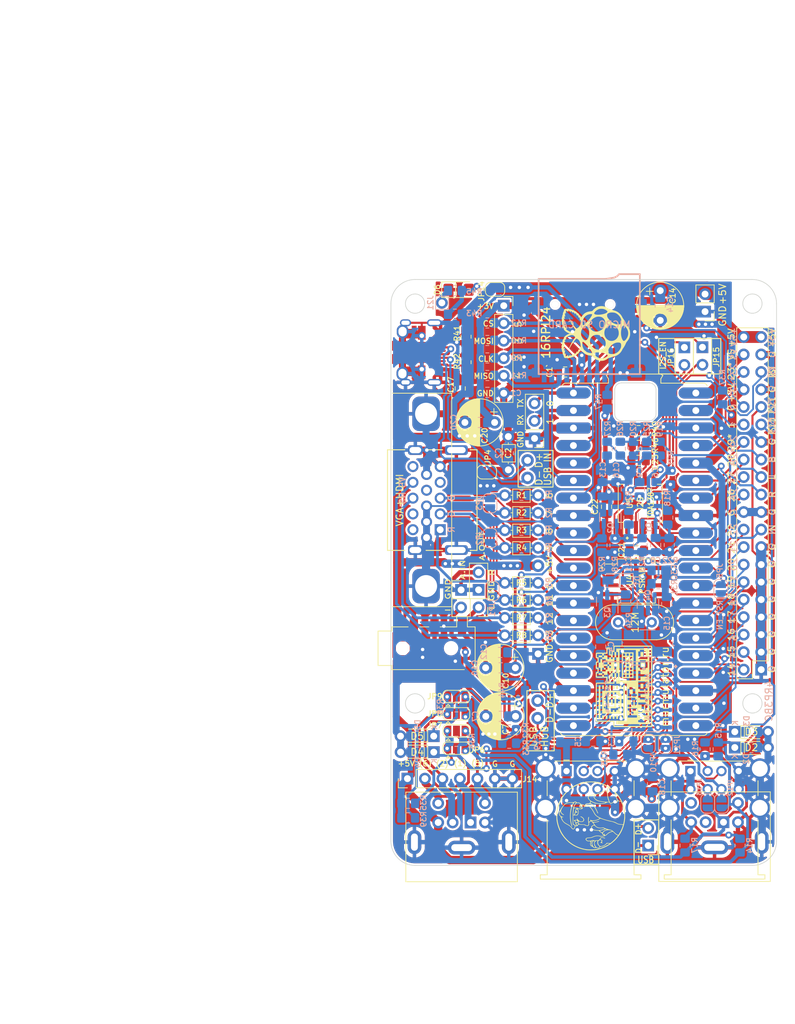
<source format=kicad_pcb>
(kicad_pcb (version 20211014) (generator pcbnew)
  (layers (0 "F.Cu" signal) (31 "B.Cu" signal) (34 "B.Paste" user) (35 "F.Paste" user) (36 "B.SilkS" user "B.Silkscreen") (37 "F.SilkS" user "F.Silkscreen") (38 "B.Mask" user) (39 "F.Mask" user) (44 "Edge.Cuts" user))
  (net 0 "")
  (net 1 "/VGA_VS")
  (net 2 "GND")
  (net 3 "/VGA_HS")
  (net 4 "/VGA_RH")
  (net 5 "/VGA_RL")
  (net 6 "/VGA_GH")
  (net 7 "/VGA_GL")
  (net 8 "/VGA_BH")
  (net 9 "/VGA_BL")
  (net 14 "/+5V")
  (net 21 "/GP_6")
  (net 22 "/GP_7")
  (net 23 "/GP_8")
  (net 24 "/GP_9")
  (net 25 "/GP_10")
  (net 26 "/GP_11")
  (net 27 "/GP_12")
  (net 28 "/GP_13")
  (net 29 "/GP_0")
  (net 30 "/GP_1")
  (net 31 "/GP_2")
  (net 32 "/GP_3")
  (net 33 "/GP_4")
  (net 34 "/GP_5")
  (net 35 "/GP_14")
  (net 36 "/GP_15")
  (net 37 "/GP_16")
  (net 38 "/GP_17")
  (net 39 "/GP_18")
  (net 40 "/GP_19")
  (net 41 "/GP_20")
  (net 42 "/GP_21")
  (net 43 "/GP_22")
  (net 44 "/RUN")
  (net 45 "/GP_26")
  (net 46 "/GP_27")
  (net 47 "/GP_28")
  (net 48 "/GP_29_VREF")
  (net 49 "/+3V3")
  (net 50 "/GP_23_3v3EN")
  (net 51 "/+5V_in")
  (net 55 "/PS{slash}2_DATA_3V")
  (net 56 "/PS{slash}2_CLK_3V")
  (net 57 "/LOAD_IN_D")
  (net 58 "/LEFT_OUT")
  (net 59 "/RIGHT_OUT")
  (net 60 "/BEEP_OUT")
  (net 66 "/PS{slash}2 DATA")
  (net 68 "/PS{slash}2 CLK")
  (net 70 "Net-(U2-Pad2)")
  (net 71 "Net-(U2-Pad3)")
  (net 72 "/DP2")
  (net 73 "/DM2")
  (net 74 "/DP1")
  (net 75 "/DM1")
  (net 76 "/DP4")
  (net 77 "/DM4")
  (net 78 "/DP3")
  (net 79 "/DM3")
  (net 80 "/DM_IN")
  (net 81 "/DP_IN")
  (net 82 "/U_3v3")
  (net 83 "Net-(C4-Pad2)")
  (net 84 "Net-(CN1-Pad18)")
  (net 85 "Net-(C6-Pad2)")
  (net 86 "Net-(C7-Pad1)")
  (net 87 "/R_OUT")
  (net 88 "Net-(C11-Pad1)")
  (net 89 "Net-(C10-Pad1)")
  (net 90 "/L_OUT")
  (net 91 "Net-(C12-Pad1)")
  (net 92 "Net-(C12-Pad2)")
  (net 93 "Net-(D1-Pad2)")
  (net 94 "Net-(J10-PadS)")
  (net 95 "Net-(Q4-Pad1)")
  (net 96 "/PS{slash}2 DATA2")
  (net 97 "/PS{slash}2 CLK2")
  (net 98 "/D-")
  (net 99 "/D+")
  (net 100 "/RST")
  (net 101 "/PS2_1")
  (net 102 "/PS2_2")
  (net 103 "/PS2_5")
  (net 104 "/PS2_6")
  (net 105 "Net-(R41-Pad2)")
  (net 106 "Net-(R42-Pad2)")
  (net 109 "/R_U")
  (net 110 "Net-(D6-Pad2)")
  (net 111 "Net-(J20-Pad2)")
  (net 112 "Net-(J8-Pad6)")
  (net 113 "Net-(J8-Pad7)")
  (net 114 "Net-(J21-Pad1)")
  (net 115 "/+5V_USB")
  (net 118 "/A_R")
  (net 119 "/A_L")
  (net 120 "/FLT")
  (net 121 "/I2S_R")
  (net 122 "/I2S_L")
  (net 123 "/+5VA")
  (footprint "Capacitor_SMD:C_0805_2012Metric_Pad1.18x1.45mm_HandSolder" (layer "F.Cu") (at 61.468 55.245)
    (fp_text reference "C23")
    (fp_text value "1u")
  )
  (footprint "Connector_USB:USB_A_Wuerth_61400826021_Horizontal_Stacked" (layer "F.Cu") (at 51 100.32)
    (fp_text reference "J9" hide)
    (fp_text value "USB_A_Stacked")
  )
  (footprint "Capacitor_SMD:C_0805_2012Metric_Pad1.18x1.45mm_HandSolder" (layer "F.Cu") (at 61.214 68.326 180)
    (fp_text reference "C21")
    (fp_text value "0.1u")
  )
  (footprint "Connector_PinHeader_2.54mm:PinHeader_2x20_P2.54mm_Vertical" (layer "F.Cu") (at 79.275 85.6 180)
    (fp_text reference "J2" hide)
    (fp_text value "EXT")
  )
  (footprint "Connector_USB:USB_A_Wuerth_61400826021_Horizontal_Stacked" (layer "F.Cu") (at 69 100.32)
    (fp_text reference "J8" hide)
    (fp_text value "USB_A_Stacked")
  )
  (footprint "LIBS:HDMI" (layer "F.Cu") (at 35 61 -90)
    (fp_text reference "CN1" hide)
    (fp_text value locked "HDMI")
  )
  (footprint "Capacitor_SMD:C_0805_2012Metric_Pad1.18x1.45mm_HandSolder" (layer "F.Cu") (at 35.56 44.8056 -90)
    (fp_text reference "C17")
    (fp_text value "100n")
  )
  (footprint "LOGO" (layer "F.Cu") (at 54.5084 106.8324 90)
    (fp_text reference "G***" hide)
    (fp_text value "LOGO" hide)
  )
  (footprint "Crystal:Crystal_HC49-4H_Vertical" (layer "F.Cu") (at 63.373 78.74 180)
    (fp_text reference "Y1" hide)
    (fp_text value "12MHz")
  )
  (footprint "LIBS:Connector_Mini-DIN_Female_6Pin" (layer "F.Cu") (at 37.06 107.775)
    (fp_text reference "J13" hide)
    (fp_text value "Mini-DIN-6")
  )
  (footprint "LOGO" (layer "F.Cu") (at 59.3344 88.0364 90)
    (fp_text reference "G***" hide)
    (fp_text value "LOGO" hide)
  )
  (footprint "Connector_Audio:Jack_3.5mm_PJ320D_Horizontal" (layer "F.Cu") (at 32 82.5)
    (fp_text reference "J10" hide)
    (fp_text value "AudioJack4")
  )
  (footprint "Resistor_SMD:R_0805_2012Metric_Pad1.20x1.40mm_HandSolder" (layer "F.Cu") (at 61.468 53.071)
    (fp_text reference "R46")
    (fp_text value "1k")
  )
  (footprint "Connector_PinHeader_2.54mm:PinHeader_1x03_P2.54mm_Vertical" (layer "F.Cu") (at 46.355 52.055 180)
    (fp_text reference "J4" hide)
    (fp_text value "UART")
  )
  (footprint "LIBS:conn_1" (layer "F.Cu") (at 46.863993 70.532185)
    (fp_text reference "J15" hide)
    (fp_text value "Conn_01x01_Female")
  )
  (footprint "Connector_PinHeader_2.54mm:PinHeader_1x01_P2.54mm_Vertical" (layer "F.Cu") (at 46.863 83.312 90)
    (fp_text reference "J7" hide)
    (fp_text value "Conn_01x01")
  )
  (footprint "Capacitor_SMD:C_0805_2012Metric_Pad1.18x1.45mm_HandSolder" (layer "F.Cu") (at 50.8 42.418)
    (fp_text reference "C1`")
    (fp_text value "0.1u")
  )
  (footprint "Connector_PinHeader_2.54mm:PinHeader_1x02_P2.54mm_Vertical" (layer "F.Cu") (at 68.115199 38.851995)
    (fp_text reference "JP16")
    (fp_text value "I2S_L")
  )
  (footprint "Connector_PinHeader_2.54mm:PinHeader_1x02_P2.54mm_Vertical" (layer "F.Cu") (at 70.739 38.832)
    (fp_text reference "JP15")
    (fp_text value "I2S_R")
  )
  (footprint "LIBS:Connector_Mini-DIN_Female_6Pin" (layer "F.Cu") (at 73.8 107.735)
    (fp_text reference "J12" hide)
    (fp_text value "Mini-DIN-6")
  )
  (footprint "LED_SMD:LED_1206_3216Metric_Pad1.42x1.75mm_HandSolder" (layer "F.Cu") (at 35.328 30.48)
    (fp_text reference "D6")
    (fp_text value "LED_Small")
  )
  (footprint "LIBS:conn 2" (layer "F.Cu") (at 45.339 55.24)
    (fp_text reference "J18" hide)
    (fp_text value "Conn_01x02_Female" hide)
  )
  (footprint "Resistor_SMD:R_0805_2012Metric_Pad1.20x1.40mm_HandSolder" (layer "F.Cu") (at 36.4 41 -90)
    (fp_text reference "R42")
    (fp_text value "5.1K")
  )
  (footprint "Connector_PinHeader_2.54mm:PinHeader_1x02_P2.54mm_Vertical" (layer "F.Cu") (at 35.687 74.036)
    (fp_text reference "J20" hide)
    (fp_text value "Conn_01x02")
  )
  (footprint "Connector_PinHeader_2.54mm:PinHeader_1x07_P2.54mm_Vertical" (layer "F.Cu") (at 27.89322 101.414607 90)
    (fp_text reference "J14")
    (fp_text value "Conn_01x07")
  )
  (footprint "Resistor_SMD:R_0805_2012Metric_Pad1.20x1.40mm_HandSolder" (layer "F.Cu") (at 36.4 37.3 90)
    (fp_text reference "R41")
    (fp_text value "5.1K ")
  )
  (footprint "LIBS:USB-TYPE-C-31-M-12_lib2" (layer "F.Cu") (at 25.015 39.6 -90)
    (fp_text reference "USB1")
    (fp_text value "TYPE-C-31-M-12")
  )
  (footprint "Package_SO:SO-8_5.3x6.2mm_P1.27mm" (layer "F.Cu") (at 61.722 61.468 90)
    (fp_text reference "U5")
    (fp_text value "TDA1387T")
  )
  (footprint "LIBS:USB_Micro-B_Amphenol" (layer "F.Cu") (at 28.3 39.6 -90)
    (fp_text reference "J11" hide)
    (fp_text value "USB_B_Micro")
  )
  (footprint "Connector_PinSocket_2.54mm:PinSocket_1x06_P2.54mm_Vertical" (layer "F.Cu") (at 41.883562 32.801695)
    (fp_text reference "J6" hide)
    (fp_text value "Conn_SD")
  )
  (footprint "Capacitor_SMD:C_0805_2012Metric_Pad1.18x1.45mm_HandSolder" (layer "F.Cu") (at 56.808273 61.974258 90)
    (fp_text reference "C22")
    (fp_text value "10u")
  )
  (footprint "Jumper:SolderJumper-2_P1.3mm_Bridged_RoundedPad1.0x1.5mm" (layer "F.Cu") (at 39.430682 56.940611)
    (fp_text reference "JP4")
    (fp_text value "Jumper_2_Bridged")
  )
  (footprint "LIBS:conn 2" (layer "F.Cu") (at 46.805921 90.104293)
    (fp_text reference "J17" hide)
    (fp_text value "Conn_01x02_Female" hide)
  )
  (footprint "Connector_Dsub:DSUB-15-HD_Female_Horizontal_P2.29x1.98mm_EdgePinOffset3.03mm_Housed_MountingHolesOffset4.94mm" (layer "F.Cu") (at 32.650331 65.3 -90)
    (fp_text reference "J1" hide)
    (fp_text value "VGA")
  )
  (footprint "LIBS:Raspberry_Pi_Pico_SMT_THT_MOD_3" (layer "F.Cu") (at 52 45.47)
    (fp_text reference "U1" hide)
    (fp_text value "raspberrypi-pico-module")
  )
  (footprint "Package_SO:SO-8_5.3x6.2mm_P1.27mm" (layer "F.Cu") (at 61.123674 72.747817)
    (fp_text reference "U4")
    (fp_text value "PSRAM")
  )
  (footprint "LIBS:SolderJumper-3_P1.3mm_Open_RoundedPad1.0x1.5mm" (layer "F.Cu") (at 35 97)
    (fp_text reference "JP6")
    (fp_text value "SolderJumper_3_Open")
  )
  (footprint "Jumper:SolderJumper-2_P1.3mm_Bridged_RoundedPad1.0x1.5mm" (layer "F.Cu") (at 40.618208 30.429132)
    (fp_text reference "JP14")
    (fp_text value "JMP_POWER")
  )
  (footprint "Connector_PinHeader_2.54mm:PinHeader_1x02_P2.54mm_Vertical" (layer "F.Cu") (at 62.865 111.125 180)
    (fp_text reference "J16" hide)
    (fp_text value "USB")
  )
  (footprint "Connector_PinHeader_2.54mm:PinHeader_1x03_P2.54mm_Vertical" (layer "F.Cu") (at 38.227 76.566 180)
    (fp_text reference "J3" hide)
    (fp_text value "A_OUT")
  )
  (footprint "LIBS:SolderJumper-3_P1.3mm_Open_RoundedPad1.0x1.5mm" (layer "F.Cu") (at 35.014525 94.486489)
    (fp_text reference "JP7")
    (fp_text value "SolderJumper_3_Open")
  )
  (footprint "LIBS:SolderJumper-3_P1.3mm_Open_RoundedPad1.0x1.5mm" (layer "F.Cu") (at 35 92)
    (fp_text reference "JP8")
    (fp_text value "SolderJumper_3_Open")
  )
  (footprint "Connector_PinHeader_2.54mm:PinHeader_1x02_P2.54mm_Vertical" (layer "F.Cu") (at 71.12 33.66 180)
    (fp_text reference "J19" hide)
    (fp_text value "Conn_01x02")
  )
  (footprint "Resistor_SMD:R_0805_2012Metric_Pad1.20x1.40mm_HandSolder" (layer "F.Cu") (at 61.468 50.927)
    (fp_text reference "R40")
    (fp_text value "1k")
  )
  (footprint "LOGO" (layer "F.Cu") (at 55.245 36.83 90)
    (fp_text reference "G***" hide)
    (fp_text value "LOGO" hide)
  )
  (footprint "LIBS:SolderJumper-3_P1.3mm_Open_RoundedPad1.0x1.5mm" (layer "F.Cu") (at 34.999729 89.494011)
    (fp_text reference "JP9")
    (fp_text value "SolderJumper_3_Open")
  )
  (footprint "Resistor_SMD:R_0805_2012Metric_Pad1.20x1.40mm_HandSolder" (layer "B.Cu") (at 58.041723 67.560516 90)
    (fp_text reference "R28")
    (fp_text value "15k")
  )
  (footprint "Capacitor_SMD:C_0805_2012Metric_Pad1.18x1.45mm_HandSolder" (layer "B.Cu") (at 59.69 96.012 180)
    (fp_text reference "C3")
    (fp_text value "10u")
  )
  (footprint "Capacitor_SMD:C_0805_2012Metric_Pad1.18x1.45mm_HandSolder" (layer "B.Cu") (at 39.5125 45.375 180)
    (fp_text reference "C1")
    (fp_text value "0.1u")
  )
  (footprint "LIBS:R_0805_PLUS" (layer "B.Cu") (at 44.45 67.9255)
    (fp_text reference "R4")
    (fp_text value "270R")
  )
  (footprint "Resistor_SMD:R_0805_2012Metric_Pad1.20x1.40mm_HandSolder" (layer "B.Cu") (at 64.579971 53.534598 90)
    (fp_text reference "R19")
    (fp_text value "10k")
  )
  (footprint "Capacitor_SMD:C_0805_2012Metric_Pad1.18x1.45mm_HandSolder" (layer "B.Cu") (at 61.600156 59.436 -90)
    (fp_text reference "C9")
    (fp_text value "10u")
  )
  (footprint "Resistor_SMD:R_0805_2012Metric_Pad1.20x1.40mm_HandSolder" (layer "B.Cu") (at 28 105 180)
    (fp_text reference "R35")
    (fp_text value "10k")
  )
  (footprint "Resistor_SMD:R_0805_2012Metric_Pad1.20x1.40mm_HandSolder" (layer "B.Cu") (at 64.348989 71.220002)
    (fp_text reference "R30")
    (fp_text value "10k")
  )
  (footprint "Resistor_SMD:R_0805_2012Metric_Pad1.20x1.40mm_HandSolder" (layer "B.Cu") (at 60.741871 53.544465 90)
    (fp_text reference "R20")
    (fp_text value "47k")
  )
  (footprint "LIBS:c_comb_pol" (layer "B.Cu") (at 38.424168 49.740148 180)
    (fp_text reference "C20")
    (fp_text value "100u")
  )
  (footprint "Capacitor_SMD:C_0805_2012Metric_Pad1.18x1.45mm_HandSolder" (layer "B.Cu") (at 49.022 96.139)
    (fp_text reference "C19")
    (fp_text value "10u")
  )
  (footprint "Resistor_SMD:R_0805_2012Metric_Pad1.20x1.40mm_HandSolder" (layer "B.Cu") (at 62.655988 53.544465 90)
    (fp_text reference "R25")
    (fp_text value "10k")
  )
  (footprint "Resistor_SMD:R_0805_2012Metric_Pad1.20x1.40mm_HandSolder" (layer "B.Cu") (at 42.661123 94.328945 180)
    (fp_text reference "R32")
    (fp_text value "200")
  )
  (footprint "Resistor_SMD:R_0805_2012Metric_Pad1.20x1.40mm_HandSolder" (layer "B.Cu") (at 56.141234 67.564 90)
    (fp_text reference "R29")
    (fp_text value "200")
  )
  (footprint "LIBS:R_0805_PLUS" (layer "B.Cu") (at 44.45 62.8455)
    (fp_text reference "R2")
    (fp_text value "270R")
  )
  (footprint "Connector_Pin:Pin_D0.7mm_L6.5mm_W1.8mm_FlatFork" (layer "B.Cu") (at 32.893 32.385 180)
    (fp_text reference "J21")
    (fp_text value "Conn_01x01_Female")
  )
  (footprint "Jumper:SolderJumper-2_P1.3mm_Open_RoundedPad1.0x1.5mm" (layer "B.Cu") (at 73.513158 105.029556 -90)
    (fp_text reference "JP12")
    (fp_text value "J")
  )
  (footprint "Resistor_SMD:R_0805_2012Metric_Pad1.20x1.40mm_HandSolder" (layer "B.Cu") (at 66.0908 57.7342 90)
    (fp_text reference "R21")
    (fp_text value "10k")
  )
  (footprint "Jumper:SolderJumper-2_P1.3mm_Open_RoundedPad1.0x1.5mm" (layer "B.Cu") (at 71.501 105.029 -90)
    (fp_text reference "JP13")
    (fp_text value "J")
  )
  (footprint "Resistor_SMD:R_0805_2012Metric_Pad1.20x1.40mm_HandSolder" (layer "B.Cu") (at 56.896 46.736 -90)
    (fp_text reference "R47")
    (fp_text value "10")
  )
  (footprint "LIBS:c_comb_pol" (layer "B.Cu") (at 41.43337 85.337426 180)
    (fp_text reference "C10")
    (fp_text value "10u")
  )
  (footprint "Resistor_SMD:R_0805_2012Metric_Pad1.20x1.40mm_HandSolder" (layer "B.Cu") (at 34.782 30.607 180)
    (fp_text reference "R45")
    (fp_text value "300")
  )
  (footprint "Jumper:SolderJumper-2_P1.3mm_Open_RoundedPad1.0x1.5mm" (layer "B.Cu") (at 40.2 74.2 90)
    (fp_text reference "JP1")
    (fp_text value "R_J")
  )
  (footprint "Package_SO:SSOP-28_3.9x9.9mm_P0.635mm" (layer "B.Cu") (at 58.42 89.535 180)
    (fp_text reference "U2" hide)
    (fp_text value "FE1.1s")
  )
  (footprint "LIBS:GCT-MEM2055-00-190-01-A" (layer "B.Cu") (at 54.296954 43.922081 180)
    (fp_text reference "J5" hide)
    (fp_text value "Micro_SD_Card")
  )
  (footprint "LIBS:c_comb_pol" (layer "B.Cu") (at 64.609274 32.750315 -90)
    (fp_text reference "C14")
    (fp_text value "100u")
  )
  (footprint "Package_TO_SOT_SMD:SOT-23" (layer "B.Cu") (at 62.992 63.5 90)
    (fp_text reference "Q1")
    (fp_text value "BC850")
  )
  (footprint "Package_TO_SOT_SMD:SOT-23" (layer "B.Cu") (at 62.828746 76.064888 -90)
    (fp_text reference "Q4")
    (fp_text value "BC850")
  )
  (footprint "Capacitor_SMD:C_0805_2012Metric_Pad1.18x1.45mm_HandSolder" (layer "B.Cu") (at 63.9488 67.527364 -90)
    (fp_text reference "C8")
    (fp_text value "1n")
  )
  (footprint "Resistor_SMD:R_0805_2012Metric_Pad1.20x1.40mm_HandSolder" (layer "B.Cu") (at 43.958 88.646)
    (fp_text reference "R44")
    (fp_text value "10k")
  )
  (footprint "Resistor_SMD:R_0805_2012Metric_Pad1.20x1.40mm_HandSolder" (layer "B.Cu") (at 60.05918 63.555978 -90)
    (fp_text reference "R24")
    (fp_text value "10k")
  )
  (footprint "Capacitor_SMD:C_0805_2012Metric_Pad1.18x1.45mm_HandSolder" (layer "B.Cu") (at 55.968362 82.279319 -90)
    (fp_text reference "C4")
    (fp_text value "10u")
  )
  (footprint "Jumper:SolderJumper-2_P1.3mm_Open_RoundedPad1.0x1.5mm" (layer "B.Cu") (at 73.406 73.914 -90)
    (fp_text reference "JP5")
    (fp_text value "R_J")
  )
  (footprint "Package_TO_SOT_SMD:SOT-23" (layer "B.Cu") (at 56.915109 75.735494 90)
    (fp_text reference "Q3")
    (fp_text value "BC850")
  )
  (footprint "Resistor_SMD:R_0805_2012Metric_Pad1.20x1.40mm_HandSolder" (layer "B.Cu") (at 58.801 97.917)
    (fp_text reference "R13")
    (fp_text value "2k7 1%")
  )
  (footprint "Resistor_SMD:R_0805_2012Metric_Pad1.20x1.40mm_HandSolder" (layer "B.Cu") (at 68.215 111.125 -90)
    (fp_text reference "R17")
    (fp_text value "10k")
  )
  (footprint "Resistor_SMD:R_0805_2012Metric_Pad1.20x1.40mm_HandSolder" (layer "B.Cu") (at 56.898598 53.541109 90)
    (fp_text reference "R27")
    (fp_text value "10k")
  )
  (footprint "Resistor_SMD:R_0805_2012Metric_Pad1.20x1.40mm_HandSolder" (layer "B.Cu") (at 28 107.1)
    (fp_text reference "R39")
    (fp_text value "10k")
  )
  (footprint "LIBS:D_0805_PLUS" (layer "B.Cu") (at 77.851 96.901)
    (fp_text reference "D2")
    (fp_text value "3v3")
  )
  (footprint "Capacitor_SMD:C_0805_2012Metric_Pad1.18x1.45mm_HandSolder" (layer "B.Cu") (at 56.207869 59.436 -90)
    (fp_text reference "C13")
    (fp_text value "10u")
  )
  (footprint "Capacitor_SMD:C_0805_2012Metric_Pad1.18x1.45mm_HandSolder" (layer "B.Cu") (at 54.864 95.984343 180)
    (fp_text reference "C5")
    (fp_text value "10u")
  )
  (footprint "Capacitor_SMD:C_0805_2012Metric_Pad1.18x1.45mm_HandSolder" (layer "B.Cu") (at 64.075555 59.436 -90)
    (fp_text reference "C6")
    (fp_text value "10u")
  )
  (footprint "LIBS:R_0805_PLUS" (layer "B.Cu") (at 44.45 60.3055)
    (fp_text reference "R1")
    (fp_text value "270R")
  )
  (footprint "Resistor_SMD:R_0805_2012Metric_Pad1.20x1.40mm_HandSolder" (layer "B.Cu") (at 39.503752 37.845 180)
    (fp_text reference "R10")
    (fp_text value "10k")
  )
  (footprint "Resistor_SMD:R_0805_2012Metric_Pad1.20x1.40mm_HandSolder" (layer "B.Cu") (at 39.503752 40.385 180)
    (fp_text reference "R9")
    (fp_text value "10k")
  )
  (footprint "Jumper:SolderJumper-2_P1.3mm_Open_RoundedPad1.0x1.5mm" (layer "B.Cu") (at 62.871046 96.374159 90)
    (fp_text reference "JP10")
    (fp_text value "J")
  )
  (footprint "LIBS:R_0805_PLUS" (layer "B.Cu") (at 44.45 73.0055)
    (fp_text reference "R5")
    (fp_text value "270R")
  )
  (footprint "Resistor_SMD:R_0805_2012Metric_Pad1.20x1.40mm_HandSolder" (layer "B.Cu") (at 39.503752 42.925 180)
    (fp_text reference "R11")
    (fp_text value "10k")
  )
  (footprint "Capacitor_SMD:C_0805_2012Metric_Pad1.18x1.45mm_HandSolder" (layer "B.Cu") (at 63.49 102.235 -90)
    (fp_text reference "C18")
    (fp_text value "10u")
  )
  (footprint "LIBS:c_comb_pol" (layer "B.Cu") (at 41.463209 92.374968 180)
    (fp_text reference "C7")
    (fp_text value "10u")
  )
  (footprint "Resistor_SMD:R_0805_2012Metric_Pad1.20x1.40mm_HandSolder" (layer "B.Cu") (at 64.334781 73.138065)
    (fp_text reference "R31")
    (fp_text value "1k")
  )
  (footprint "Capacitor_SMD:C_0805_2012Metric_Pad1.18x1.45mm_HandSolder" (layer "B.Cu") (at 41.356077 83.107724)
    (fp_text reference "C12")
    (fp_text value "100n")
  )
  (footprint "LIBS:R_0805_PLUS" (layer "B.Cu") (at 44.45 80.6255)
    (fp_text reference "R8")
    (fp_text value "270R")
  )
  (footprint "LIBS:R_0805_PLUS" (layer "B.Cu") (at 42.545 54.202064 90)
    (fp_text reference "C2")
    (fp_text value "0.1u")
  )
  (footprint "Resistor_SMD:R_0805_2012Metric_Pad1.20x1.40mm_HandSolder" (layer "B.Cu") (at 58.811 53.541109 90)
    (fp_text reference "R26")
    (fp_text value "47k")
  )
  (footprint "Resistor_SMD:R_0805_2012Metric_Pad1.20x1.40mm_HandSolder" (layer "B.Cu") (at 34.782 34.036)
    (fp_text reference "R43")
    (fp_text value "300")
  )
  (footprint "LIBS:R_0805_PLUS" (layer "B.Cu") (at 44.45 65.3855)
    (fp_text reference "R3")
    (fp_text value "270R")
  )
  (footprint "Resistor_SMD:R_0805_2012Metric_Pad1.20x1.40mm_HandSolder" (layer "B.Cu") (at 71.12 97.155 90)
    (fp_text reference "R16")
    (fp_text value "68R")
  )
  (footprint "Jumper:SolderJumper-2_P1.3mm_Open_RoundedPad1.0x1.5mm" (layer "B.Cu") (at 39.889512 61.461367 90)
    (fp_text reference "JP3")
    (fp_text value "B_J")
  )
  (footprint "Resistor_SMD:R_0805_2012Metric_Pad1.20x1.40mm_HandSolder" (layer "B.Cu") (at 76.2 111.125 90)
    (fp_text reference "R14")
    (fp_text value "10k")
  )
  (footprint "LIBS:R_0805_PLUS" (layer "B.Cu") (at 44.45 78.0855)
    (fp_text reference "R7")
    (fp_text value "270R")
  )
  (footprint "Resistor_SMD:R_0805_2012Metric_Pad1.20x1.40mm_HandSolder" (layer "B.Cu") (at 59.59577 75.689984 -90)
    (fp_text reference "R34")
    (fp_text value "10k")
  )
  (footprint "Resistor_SMD:R_0805_2012Metric_Pad1.20x1.40mm_HandSolder" (layer "B.Cu") (at 35 96)
    (fp_text reference "R36")
    (fp_text value "68R")
  )
  (footprint "LIBS:D_0805_PLUS" (layer "B.Cu") (at 77.851 94.615)
    (fp_text reference "D3")
    (fp_text value "3v3")
  )
  (footprint "Jumper:SolderJumper-2_P1.3mm_Open_RoundedPad1.0x1.5mm" (layer "B.Cu") (at 39.889512 66.500004 90)
    (fp_text reference "JP2")
    (fp_text value "G_J")
  )
  (footprint "Resistor_SMD:R_0805_2012Metric_Pad1.20x1.40mm_HandSolder" (layer "B.Cu") (at 65.701947 63.553347 -90)
    (fp_text reference "R18")
    (fp_text value "10k")
  )
  (footprint "Resistor_SMD:R_0805_2012Metric_Pad1.20x1.40mm_HandSolder" (layer "B.Cu") (at 35 91)
    (fp_text reference "R38")
    (fp_text value "68R")
  )
  (footprint "LIBS:D_0805_PLUS" (layer "B.Cu") (at 29.3 95.25 180)
    (fp_text reference "D5")
    (fp_text value "3v3")
  )
  (footprint "Capacitor_SMD:C_0805_2012Metric_Pad1.18x1.45mm_HandSolder" (layer "B.Cu") (at 65.549418 76.101186 90)
    (fp_text reference "C15")
    (fp_text value "10u")
  )
  (footprint "Crystal:Crystal_SMD_0603-4Pin_6.0x3.5mm" (layer "B.Cu") (at 62.752193 81.782932 180)
    (fp_text reference "Y2" hide)
    (fp_text value "12MHz")
  )
  (footprint "LIBS:R_0805_PLUS" (layer "B.Cu") (at 44.45 75.5055)
    (fp_text reference "R6")
    (fp_text value "270R")
  )
  (footprint "Resistor_SMD:R_0805_2012Metric_Pad1.20x1.40mm_HandSolder" (layer "B.Cu") (at 61.965275 67.535584 90)
    (fp_text reference "R23")
    (fp_text value "200")
  )
  (footprint "Diode_SMD:D_SOD-123" (layer "B.Cu") (at 58.42 72.658621 180)
    (fp_text reference "D1")
    (fp_text value "1N4148W")
  )
  (footprint "Resistor_SMD:R_0805_2012Metric_Pad1.20x1.40mm_HandSolder" (layer "B.Cu") (at 65.926063 67.515524 90)
    (fp_text reference "R22")
    (fp_text value "15k")
  )
  (footprint "LIBS:D_0805_PLUS" (layer "B.Cu") (at 29.306854 97.573448 180)
    (fp_text reference "D4")
    (fp_text value "3v3")
  )
  (footprint "Package_SO:SO-16_5.3x10.2mm_P1.27mm" (layer "B.Cu") (at 61.87 89.535 180)
    (fp_text reference "U3" hide)
    (fp_text value "MW7211A")
  )
  (footprint "Resistor_SMD:R_0805_2012Metric_Pad1.20x1.40mm_HandSolder" (layer "B.Cu") (at 39.503752 35.305 180)
    (fp_text reference "R12")
    (fp_text value "10k")
  )
  (footprint "Package_TO_SOT_SMD:SOT-23" (layer "B.Cu") (at 57.358336 63.5 90)
    (fp_text reference "Q2")
    (fp_text value "BC850")
  )
  (footprint "Resistor_SMD:R_0805_2012Metric_Pad1.20x1.40mm_HandSolder" (layer "B.Cu") (at 73.025 97.155 90)
    (fp_text reference "R15")
    (fp_text value "68R")
  )
  (footprint "Capacitor_SMD:C_0805_2012Metric_Pad1.18x1.45mm_HandSolder" (layer "B.Cu") (at 58.223241 59.437 -90)
    (fp_text reference "C16")
    (fp_text value "10u")
  )
  (footprint "Capacitor_SMD:C_0805_2012Metric_Pad1.18x1.45mm_HandSolder" (layer "B.Cu") (at 60.004588 67.535584 -90)
    (fp_text reference "C11")
    (fp_text value "1n")
  )
  (footprint "Jumper:SolderJumper-2_P1.3mm_Open_RoundedPad1.0x1.5mm" (layer "B.Cu") (at 65.374646 96.374159 90)
    (fp_text reference "JP11")
    (fp_text value "J")
  )
  (footprint "Resistor_SMD:R_0805_2012Metric_Pad1.20x1.40mm_HandSolder" (layer "B.Cu") (at 73.66 46.101 -90)
    (fp_text reference "R37")
    (fp_text value "10k")
  )
  (footprint "Resistor_SMD:R_0805_2012Metric_Pad1.20x1.40mm_HandSolder" (layer "B.Cu") (at 42.665961 96.281587)
    (fp_text reference "R33")
    (fp_text value "10k")
  )
  (gr_line (start 58.719102 71.714682) (end 58.72 73.658621) (layer "B.SilkS") (width 0.15))
  (gr_line (start 34.899857 29.583513) (end 34.898 31.343518) (layer "F.SilkS") (width 0.15))
  (gr_rect (start 43.974873 53.80207) (end 49.036854 59.116688) (layer "F.SilkS") (width 0.15) (fill none))
  (gr_rect (start 64.389 37.562) (end 73.406 42.702) (layer "F.SilkS") (width 0.15) (fill none))
  (gr_rect (start 45.245802 88.66135) (end 49.214599 97.376561) (layer "F.SilkS") (width 0.15) (fill none))
  (gr_rect (start 60.81 107.4) (end 64.384757 113.858443) (layer "F.SilkS") (width 0.15) (fill none))
  (gr_arc (start 25.5 32.5) (mid 26.525126 30.025126) (end 29 29) (layer "Edge.Cuts") (width 0.1))
  (gr_arc (start 58 45) (mid 58.292893 44.292893) (end 59 44) (layer "Edge.Cuts") (width 0.1))
  (gr_line (start 25.5 110.5) (end 25.5 32.5) (layer "Edge.Cuts") (width 0.1))
  (gr_circle (center 29 90.5) (end 30.4 90.5) (layer "Edge.Cuts") (width 0.1) (fill none))
  (gr_arc (start 29 114) (mid 26.525126 112.974874) (end 25.5 110.5) (layer "Edge.Cuts") (width 0.1))
  (gr_arc (start 63 44) (mid 63.707107 44.292893) (end 64 45) (layer "Edge.Cuts") (width 0.1))
  (gr_arc (start 78 29) (mid 80.474874 30.025126) (end 81.5 32.5) (layer "Edge.Cuts") (width 0.1))
  (gr_circle (center 29 32.5) (end 30.4 32.5) (layer "Edge.Cuts") (width 0.1) (fill none))
  (gr_arc (start 59 49.5) (mid 58.292893 49.207107) (end 58 48.5) (layer "Edge.Cuts") (width 0.1))
  (gr_line (start 64 48.5) (end 64 45) (layer "Edge.Cuts") (width 0.1))
  (gr_arc (start 81.5 110.5) (mid 80.474874 112.974874) (end 78 114) (layer "Edge.Cuts") (width 0.1))
  (gr_line (start 59 49.5) (end 63 49.5) (layer "Edge.Cuts") (width 0.1))
  (gr_line (start 58 45) (end 58 48.5) (layer "Edge.Cuts") (width 0.1))
  (gr_line (start 63 44) (end 59 44) (layer "Edge.Cuts") (width 0.1))
  (gr_arc (start 64 48.5) (mid 63.707107 49.207107) (end 63 49.5) (layer "Edge.Cuts") (width 0.1))
  (gr_line (start 78 114) (end 29 114) (layer "Edge.Cuts") (width 0.1))
  (gr_line (start 29 29) (end 78 29) (layer "Edge.Cuts") (width 0.1))
  (gr_circle (center 78.000001 32.499999) (end 79.400001 32.499999) (layer "Edge.Cuts") (width 0.1) (fill none))
  (gr_circle (center 78 90.5) (end 79.4 90.5) (layer "Edge.Cuts") (width 0.1) (fill none))
  (gr_line (start 81.5 32.5) (end 81.5 110.5) (layer "Edge.Cuts") (width 0.1))
  (gr_text "." (at 66.845268 83.49482) (layer "B.SilkS") (effects (font (size 4 4)) (justify mirror)))
  (gr_text "G" (at 80.772 70.231 90) (layer "B.SilkS") (effects (font (size 0.9 1)) (justify mirror)))
  (gr_text "15" (at 75.311 83.058 -270) (layer "B.SilkS") (effects (font (size 0.9 1)) (justify mirror)))
  (gr_text "27" (at 75.311 57.658 -270) (layer "B.SilkS") (effects (font (size 0.9 1)) (justify mirror)))
  (gr_text "MW7211A" (at 62.865 89.535 90) (layer "B.SilkS") (effects (font (size 0.8 1) (thickness 0.125)) (justify mirror)))
  (gr_text "18" (at 75.311 75.438 -270) (layer "B.SilkS") (effects (font (size 0.9 1)) (justify mirror)))
  (gr_text "14" (at 75.311 85.598 -270) (layer "B.SilkS") (effects (font (size 0.9 1)) (justify mirror)))
  (gr_text "FE1.1s" (at 56.896 89.535 90) (layer "B.SilkS") (effects (font (size 0.5 1) (thickness 0.125)) (justify mirror)))
  (gr_text "K" (at 75.471307 98.188376 90) (layer "B.SilkS") (effects (font (size 0.8 0.8)) (justify mirror)))
  (gr_text "29*" (at 75.311 52.832 -270) (layer "B.SilkS") (effects (font (size 0.9 1)) (justify mirror)))
  (gr_text "23*" (at 75.311 42.418 -270) (layer "B.SilkS") (effects (font (size 0.9 1)) (justify mirror)))
  (gr_text "K" (at 31.776442 98.872468 90) (layer "B.SilkS") (effects (font (size 0.8 0.8)) (justify mirror)))
  (gr_text "C20" (at 34.607064 49.708521 90) (layer "B.SilkS") (effects (font (size 0.8 0.8)) (justify mirror)))
  (gr_text "G" (at 75.311 62.738 -270) (layer "B.SilkS") (effects (font (size 0.9 1)) (justify mirror)))
  (gr_text "PS2_D" (at 80.772 50.165 90) (layer "B.SilkS") (effects (font (size 0.9 0.5) (thickness 0.125)) (justify mirror)))
  (gr_text "L" (at 80.772 57.658 90) (layer "B.SilkS") (effects (font (size 0.9 1)) (justify mirror)))
  (gr_text "R" (at 80.772 60.198 90) (layer "B.SilkS") (effects (font (size 0.9 1)) (justify mirror)))
  (gr_text "1" (at 75.311 50.038 -270) (layer "B.SilkS") (effects (font (size 0.9 1)) (justify mirror)))
  (gr_text "K" (at 75.501138 93.345 90) (layer "B.SilkS") (effects (font (size 0.8 0.8)) (justify mirror)))
  (gr_text "HS" (at 27.178 60.706 90) (layer "B.SilkS") (effects (font (size 0.9 0.9)) (justify mirror)))
  (gr_text "G" (at 80.772 44.831 -270) (layer "B.SilkS") (effects (font (size 0.9 1)) (justify mirror)))
  (gr_text "16" (at 75.311 80.518 -270) (layer "B.SilkS") (effects (font (size 0.9 1)) (justify mirror)))
  (gr_text "+3V" (at 75.311 44.958 -270) (layer "B.SilkS") (effects (font (size 0.9 0.9)) (justify mirror)))
  (gr_text "G" (at 80.772 82.931 90) (layer "B.SilkS") (effects (font (size 0.9 1)) (justify mirror)))
  (gr_text "B" (at 80.772 55.118 90) (layer "B.SilkS") (effects (font (size 0.9 1)) (justify mirror)))
  (gr_text "G" (at 80.772 80.391 90) (layer "B.SilkS") (effects (font (size 0.9 1)) (justify mirror)))
  (gr_text "+5V" (at 75.311 37.338 -270) (layer "B.SilkS") (effects (font (size 0.9 0.9)) (justify mirror)))
  (gr_text "K" (at 31.806273 93.98 90) (layer "B.SilkS") (effects (font (size 0.8 0.8)) (justify mirror)))
  (gr_text "B" (at 34.29 60.706 90) (layer "B.SilkS") (effects (font (size 0.9 0.9)) (justify mirror)))
  (gr_text "VS" (at 27.178 58.42 90) (layer "B.SilkS") (effects (font (size 0.9 0.9)) (justify mirror)))
  (gr_text "VS" (at 75.311 39.878 -270) (layer "B.SilkS") (effects (font (size 0.9 0.9)) (justify mirror)))
  (gr_text "IN" (at 80.772 65.278 90) (layer "B.SilkS") (effects (font (size 0.9 1)) (justify mirror)))
  (gr_text "28" (at 75.311 55.118 -270) (layer "B.SilkS") (effects (font (size 0.9 1)) (justify mirror)))
  (gr_text "22" (at 75.311 65.278 90) (layer "B.SilkS") (effects (font (size 0.9 1)) (justify mirror)))
  (gr_text "+5V" (at 80.772 37.338 -270) (layer "B.SilkS") (effects (font (size 0.9 0.9)) (justify mirror)))
  (gr_text "G" (at 80.772 85.471 90) (layer "B.SilkS") (effects (font (size 0.9 1)) (justify mirror)))
  (gr_text "G" (at 80.772 52.451 90) (layer "B.SilkS") (effects (font (size 0.9 1)) (justify mirror)))
  (gr_text "21" (at 75.311 67.818 90) (layer "B.SilkS") (effects (font (size 0.9 1)) (justify mirror)))
  (gr_text "." (at 62.23 83.82) (layer "B.SilkS") (effects (font (size 4 4)) (justify mirror)))
  (gr_text "19" (at 75.311 72.898 -270) (layer "B.SilkS") (effects (font (size 0.9 1)) (justify mirror)))
  (gr_text "RST" (at 80.772 42.418 -270) (layer "B.SilkS") (effects (font (size 0.9 0.6)) (justify mirror)))
  (gr_text "PS2_C" (at 80.772 47.371 90) (layer "B.SilkS") (effects (font (size 0.9 0.5) (thickness 0.125)) (justify mirror)))
  (gr_text "G" (at 80.772 75.311 90) (layer "B.SilkS") (effects (font (size 0.9 1)) (justify mirror)))
  (gr_text "G" (at 80.772 72.771 90) (layer "B.SilkS") (effects (font (size 0.9 1)) (justify mirror)))
  (gr_text "26" (at 75.311 60.198 -270) (layer "B.SilkS") (effects (font (size 0.9 1)) (justify mirror)))
  (gr_text "4RP3BC" (at 80.391 90.17 90) (layer "B.SilkS") (effects (font (size 1 1)) (justify mirror)))
  (gr_text "G" (at 34.29 62.992 90) (layer "B.SilkS") (effects (font (size 0.9 0.9)) (justify mirror)))
  (gr_text "G" (at 80.772 77.851 90) (layer "B.SilkS") (effects (font (size 0.9 1)) (justify mirror)))
  (gr_text "G" (at 80.772 67.691 90) (layer "B.SilkS") (effects (font (size 0.9 1)) (justify mirror)))
  (gr_text "MICRO SD CARD" (at 54.296954 35.56) (layer "B.SilkS") (effects (font (size 1 1)) (justify mirror)))
  (gr_text "R" (at 34.29 65.278 90) (layer "B.SilkS") (effects (font (size 0.9 0.9)) (justify mirror)))
  (gr_text "17" (at 75.311 77.978 -270) (layer "B.SilkS") (effects (font (size 0.9 1)) (justify mirror)))
  (gr_text "0" (at 75.311 47.498 -270) (layer "B.SilkS") (effects (font (size 0.9 1)) (justify mirror)))
  (gr_text "G" (at 80.772 62.738 90) (layer "B.SilkS") (effects (font (size 0.9 1)) (justify mirror)))
  (gr_text "RST_EN" (at 73.279 77.6732 90) (layer "B.SilkS") (effects (font (size 0.8 0.8)) (justify mirror)))
  (gr_text "G" (at 80.772 39.878 -270) (layer "B.SilkS") (effects (font (size 0.9 1)) (justify mirror)))
  (gr_text "20" (at 75.311 70.358 -270) (layer "B.SilkS") (effects (font (size 0.9 1)) (justify mirror)))
  (gr_text "0" (at 48.6156 46.99 90) (layer "F.SilkS") (effects (font (size 0.9 1))))
  (gr_text "D2" (at 77.851 96.901) (layer "F.SilkS") (effects (font (size 1 1))))
  (gr_text "D" (at 61.468 109.22 90) (layer "F.SilkS") (effects (font (size 0.8 0.8))))
  (gr_text "19" (at 74.93 72.898 90) (layer "F.SilkS") (effects (font (size 0.9 1))))
  (gr_text "R" (at 40.132 71.492211 90) (layer "F.SilkS") (effects (font (size 0.7 1))))
  (gr_text "D-" (at 46.99 57.785 90) (layer "F.SilkS") (effects (font (size 1 1))))
  (gr_text "8" (at 48.531582 65.506599 90) (layer "F.SilkS") (effects (font (size 0.9 1))))
  (gr_text "G" (at 80.899 77.978 90) (layer "F.SilkS") (effects (font (size 0.9 1))))
  (gr_text "12M" (at 60.96 78.74 90) (layer "F.SilkS") (effects (font (size 1 1))))
  (gr_text "1" (at 74.93 50.165 90) (layer "F.SilkS") (effects (font (size 0.9 1))))
  (gr_text "GND" (at 44.323 52.197 90) (layer "F.SilkS") (effects (font (size 0.8 0.8))))
  (gr_text "PS2_C" (at 80.899 47.244 90) (layer "F.SilkS") (effects (font (size 0.9 0.5) (thickness 0.125))))
  (gr_text "+5V" (at 48.531582 70.408799 90) (layer "F.SilkS") (effects (font (size 0.9 0.9))))
  (gr_text "D3" (at 77.851 94.615) (layer "F.SilkS") (effects (font (size 1 1))))
  (gr_text "29*" (at 74.93 52.705 90) (layer "F.SilkS") (effects (font (size 0.9 1))))
  (gr_text "G" (at 43.136192 99.296163) (layer "F.SilkS") (effects (font (size 0.8 0.8))))
  (gr_text "TX" (at 44.323 46.979077 90) (layer "F.SilkS") (effects (font (size 0.8 0.8))))
  (gr_text "27" (at 74.93 57.785 90) (layer "F.SilkS") (effects (font (size 0.9 1))))
  (gr_text "18" (at 74.93 75.438 90) (layer "F.SilkS") (effects (font (size 0.9 1))))
  (gr_text "6" (at 48.531582 60.324999 90) (layer "F.SilkS") (effects (font (size 0.9 1))))
  (gr_text "murmulator.ru" (at 65.278 88.0872 90) (layer "F.SilkS") (effects (font (size 1.1 1.1))))
  (gr_text "11" (at 48.531582 75.564999 90) (layer "F.SilkS") (effects (font (size 0.9 1))))
  (gr_text "G" (at 80.899 80.518 90) (layer "F.SilkS") (effects (font (size 0.9 1))))
  (gr_text "I2S" (at 61.722 61.468 90) (layer "F.SilkS") (effects (font (size 0.8 0.8))))
  (gr_text "(6)" (at 30.502805 99.216753) (layer "F.SilkS") (effects (font (size 0.8 0.8))))
  (gr_text "+5V" (at 73.66 31.115 90) (layer "F.SilkS") (effects (font (size 1 1))))
  (gr_text "26" (at 74.93 60.325 90) (layer "F.SilkS") (effects (font (size 0.9 1))))
  (gr_text "D+" (at 48.556011 90.095894 90) (layer "F.SilkS") (effects (font (size 1 1))))
  (gr_text "G" (at 80.899 39.878 90) (layer "F.SilkS") (effects (font (size 0.9 1))))
  (gr_text "+5V" (at 27.726982 99.226244) (layer "F.SilkS") (effects (font (size 0.8 0.8))))
  (gr_text "+5V" (at 74.93 37.465 90) (layer "F.SilkS") (effects (font (size 0.9 0.9))))
  (gr_text "PS2_D" (at 80.899 50.292 90) (layer "F.SilkS") (effects (font (size 0.9 0.5) (thickness 0.125))))
  (gr_text "G" (at 80.899 70.358 90) (layer "F.SilkS") (effects (font (size 0.9 1))))
  (gr_text "2" (at 44.0436 40.4368 90) (layer "F.SilkS") (effects (font (size 0.9 1))))
  (gr_text "RST" (at 80.899 42.418 90) (layer "F.SilkS") (effects (font (size 0.9 0.6))))
  (gr_text "GND" (at 40.132 74.14133 90) (layer "F.SilkS") (effects (font (size 0.7 1))))
  (gr_text "D5" (at 29.3 95.25) (layer "F.SilkS") (effects (font (size 1 1))))
  (gr_text "10" (at 48.531582 73.075799 90) (layer "F.SilkS") (effects (font (size 0.9 1))))
  (gr_text "USB" (at 62.507875 113.18724) (layer "F.SilkS") (effects (font (size 1 0.8))))
  (gr_text "20" (at 74.93 70.358 90) (layer "F.SilkS") (effects (font (size 0.9 1))))
  (gr_text "+5V" (at 80.899 37.465 90) (layer "F.SilkS") (effects (font (size 0.9 0.9))))
  (gr_text "B" (at 80.899 55.118 90) (layer "F.SilkS") (effects (font (size 0.9 1))))
  (gr_text "G" (at 80.899 52.578 90) (layer "F.SilkS") (effects (font (size 0.9 1))))
  (gr_text "C7" (at 42.164 94.257497 90) (layer "F.SilkS") (effects (font (size 0.8 0.8))))
  (gr_text "G" (at 80.899 72.898 90) (layer "F.SilkS") (effects (font (size 0.9 1))))
  (gr_text "-" (at 61.341 110.998 90) (layer "F.SilkS") (effects (font (size 1 0.8))))
  (gr_text "." (at 56.134 69.596) (layer "F.SilkS") (effects (font (size 3 3))))
  (gr_text "G" (at 80.899 67.818 90) (layer "F.SilkS") (effects (font (size 0.9 1))))
  (gr_text "15" (at 74.93 83.058 90) (layer "F.SilkS") (effects (font (size 0.9 1))))
  (gr_text "+" (at 61.341 108.331 90) (layer "F.SilkS") (effects (font (size 1 0.8))))
  (gr_text "MOSI" (at 38.983387 37.943065) (layer "F.SilkS") (effects (font (size 0.8 0.8))))
  (gr_text "D4" (at 29.306854 97.573448) (layer "F.SilkS") (effects (font (size 1 1))))
  (gr_text "D" (at 61.468 111.887 90) (layer "F.SilkS") (effects (font (size 0.8 0.8))))
  (gr_text "G" (at 40.600538 99.283734) (layer "F.SilkS") (effects (font (size 0.8 0.8))))
  (gr_text "GND" (at 48.531582 83.235799 90) (layer "F.SilkS") (effects (font (size 0.9 0.9))))
  (gr_text "(2)" (at 32.95974 99.235948) (layer "F.SilkS") (effects (font (size 0.8 0.8))))
  (gr_text "L" (at 80.899 57.658 90) (layer "F.SilkS") (effects (font (size 0.9 1))))
  (gr_text "G" (at 80.899 83.058 90) (layer "F.SilkS") (effects (font (size 0.9 1))))
  (gr_text "A.IN" (at 35.906425 71.10129 90) (layer "F.SilkS") (effects (font (size 0.7 1))))
  (gr_text "28" (at 74.93 55.245 90) (layer "F.SilkS") (effects (font (size 0.9 1))))
  (gr_text "G" (at 74.93 62.865 90) (layer "F.SilkS") (effects (font (size 0.9 1))))
  (gr_text "IN" (at 80.899 65.278 90) (layer "F.SilkS") (effects (font (size 0.9 1))))
  (gr_text "4" (at 44.0436 42.926 90) (layer "F.SilkS") (effects (font (size 0.9 1))))
  (gr_text "5" (at 43.9928 35.5092 90) (layer "F.SilkS") (effects (font (size 0.9 1))))
  (gr_text "GND" (at 33.782 73.914 90) (layer "F.SilkS") (effects (font (size 0.7 1))))
  (gr_text "G" (at 80.899 44.958 90) (layer "F.SilkS") (effects (font (size 0.9 1))))
  (gr_text "13" (at 48.531582 80.746599 90) (layer "F.SilkS") (effects (font (size 0.9 1))))
  (gr_text "C10" (at 42.164 87.234032 90) (layer "F.SilkS") (effects (font (size 0.8 0.8))))
  (gr_text "21" (at 74.93 67.818 90) (layer "F.SilkS") (effects (font (size 0.9 1))))
  (gr_text "16" (at 74.93 80.518 90) (layer "F.SilkS") (effects (font (size 0.9 1))))
  (gr_text "+3V" (at 74.93 45.466 90) (layer "F.SilkS") (effects (font (size 0.9 0.9))))
  (gr_text "A.OUT" (at 38.735 67.691 90) (layer "F.SilkS") (effects (font (size 0.7 1))))
  (gr_text "23*" (at 74.93 42.291 90) (layer "F.SilkS") (effects (font (size 0.9 1))))
  (gr_text "CLK" (at 39.307196 40.523065) (layer "F.SilkS") (effects (font (size 0.8 0.8))))
  (gr_text "7" (at 48.531582 62.915799 90) (layer "F.SilkS") (effects (font (size 0.9 1))))
  (gr_text "TDA1387" (at 63.246 61.4172 90) (layer "F.SilkS") (effects (font (size 0.8 0.7))))
  (gr_text "VGA+HDMI" (at 26.775331 61 90) (layer "F.SilkS") (effects (font (size 1 1))))
  (gr_text "G" (at 80.899 62.738 90) (layer "F.SilkS") (effects (font (size 0.9 1))))
  (gr_text "(5)" (at 38.084752 99.197558) (layer "F.SilkS") (effects (font (size 0.8 0.8))))
  (gr_text "12" (at 48.531582 78.206599 90) (layer "F.SilkS") (effects (font (size 0.9 1))))
  (gr_text "+3V" (at 39.211958 32.863065) (layer "F.SilkS") (effects (font (size 0.8 0.8))))
  (gr_text "I2S_EN" (at 65.024 40.005 90) (layer "F.SilkS") (effects (font (size 0.8 0.8))))
  (gr_text "1" (at 48.6156 49.5808 90) (layer "F.SilkS") (effects (font (size 0.9 1))))
  (gr_text "I" (at 33.782 76.962 90) (layer "F.SilkS") (effects (font (size 0.7 1))))
  (gr_text "3" (at 44.0436 37.8968 90) (layer "F.SilkS") (effects (font (size 0.9 1))))
  (gr_text "0" (at 74.93 47.625 90) (layer "F.SilkS") (effects (font (size 0.9 1))))
  (gr_text "D-" (at 48.556011 92.22517 90) (layer "F.SilkS") (effects (font (size 1 1))))
  (gr_text "CS" (at 39.650053 35.403065) (layer "F.SilkS") (effects (font (size 0.8 0.8))))
  (gr_text "D+" (at 46.99 55.245 90) (layer "F.SilkS") (effects (font (size 1 1))))
  (gr_text "R" (at 80.899 60.198 90) (layer "F.SilkS") (effects (font (size 0.9 1))))
  (gr_text "MISO" (at 38.983387 43.017706) (layer "F.SilkS") (effects (font (size 0.8 0.8))))
  (gr_text "G" (at 80.899 85.598 90) (layer "F.SilkS") (effects (font (size 0.9 1))))
  (gr_text "(1)" (at 35.551038 99.197558) (layer "F.SilkS") (effects (font (size 0.8 0.8))))
  (gr_text "PSRAM" (at 61.976 72.644 90) (layer "F.SilkS") (effects (font (size 0.8 0.8))))
  (gr_text "GND" (at 39.211958 45.528501) (layer "F.SilkS") (effects (font (size 0.8 0.8))))
  (gr_text "C14" (at 66.421 31.369 90) (layer "F.SilkS") (effects (font (size 0.8 0.8))))
  (gr_text "L" (at 40.132 76.566 90) (layer "F.SilkS") (effects (font (size 0.7 1))))
  (gr_text "17" (at 74.93 77.978 90) (layer "F.SilkS") (effects (font (size 0.9 1))))
  (gr_text "RX" (at 44.323 49.403 90) (layer "F.SilkS") (effects (font (size 0.8 0.8))))
  (gr_text "G" (at 80.899 75.438 90) (layer "F.SilkS") (effects (font (size 0.9 1))))
  (gr_text "GND" (at 73.66 34.29 90) (layer "F.SilkS") (effects (font (size 1 1))))
  (gr_text "USB IN" (at 48.26 56.515 90) (layer "F.SilkS") (effects (font (size 1 0.9))))
  (gr_text "22" (at 74.93 65.405 90) (layer "F.SilkS") (effects (font (size 0.9 1))))
  (gr_text "." (at 59.817 65.278) (layer "F.SilkS") (effects (font (size 3 3))))
  (gr_text "USB\nHUB" (at 47.010098 95.287827 90) (layer "F.SilkS") (effects (font (size 1 1))))
  (gr_text "14" (at 74.93 85.598 90) (layer "F.SilkS") (effects (font (size 0.9 1))))
  (gr_text "16RPI24" (at 48.006 36.703 90) (layer "F.SilkS") (effects (font (size 1.2 1.2) (thickness 0.2))))
  (gr_text "9" (at 48.531582 67.945 90) (layer "F.SilkS") (effects (font (size 0.9 1))))
  (gr_text "VS" (at 74.93 39.878 90) (layer "F.SilkS") (effects (font (size 0.9 0.9))))
  (segment (start 39.404 68.5124) (end 39.404 77.9925) (width 0.254) (layer "F.Cu") (net 1))
  (segment (start 39.045996 68.154396) (end 39.404 68.5124) (width 0.254) (layer "F.Cu") (net 1))
  (segment (start 39.045996 66.223996) (end 39.045996 68.154396) (width 0.254) (layer "F.Cu") (net 1))
  (segment (start 35.76 65.5) (end 37.364 65.5) (width 0.254) (layer "F.Cu") (net 1))
  (segment (start 38.046 65.224) (end 39.045996 66.223996) (width 0.254) (layer "F.Cu") (net 1))
  (segment (start 39.404 77.9925) (end 42.037 80.6255) (width 0.254) (layer "F.Cu") (net 1))
  (segment (start 37.364 65.5) (end 37.64 65.224) (width 0.254) (layer "F.Cu") (net 1))
  (segment (start 37.64 65.224) (end 38.046 65.224) (width 0.254) (layer "F.Cu") (net 1))
  (segment (start 30.882678 80.6255) (end 26.289 76.031822) (width 0.4) (layer "B.Cu") (net 1))
  (segment (start 26.289 76.031822) (end 26.289 60.831331) (width 0.4) (layer "B.Cu") (net 1))
  (segment (start 26.289 60.831331) (end 28.690331 58.43) (width 0.4) (layer "B.Cu") (net 1))
  (segment (start 42.037 80.6255) (end 30.882678 80.6255) (width 0.4) (layer "B.Cu") (net 1))
  (segment (start 55.63 68.576) (end 55.63 70.979419) (width 0.635) (layer "F.Cu") (net 2))
  (segment (start 41.883562 45.501695) (end 41.883562 47.725562) (width 1) (layer "F.Cu") (net 2))
  (segment (start 61.461075 80.578932) (end 59.107819 82.932188) (width 0.5) (layer "F.Cu") (net 2))
  (segment (start 55.383273 59.428227) (end 55.625 59.1865) (width 0.635) (layer "F.Cu") (net 2))
  (segment (start 52 50.55) (end 55.122 50.55) (width 0.635) (layer "F.Cu") (net 2))
  (segment (start 65.727229 76.960875) (end 64.811487 76.960875) (width 0.3) (layer "F.Cu") (net 2))
  (segment (start 34.798 55.2196) (end 33.909 56.1086) (width 0.4) (layer "F.Cu") (net 2))
  (segment (start 52 88.65) (end 55.495 88.65) (width 0.635) (layer "F.Cu") (net 2))
  (segment (start 68.675 110.585) (end 69.475 111.385) (width 0.635) (layer "F.Cu") (net 2))
  (segment (start 44.577827 99.97) (end 47.93 99.97) (width 1.2) (layer "F.Cu") (net 2))
  (segment (start 34.2605 30.9) (end 34.2605 34.1925) (width 0.635) (layer "F.Cu") (net 2))
  (segment (start 40.767 48.133) (end 42.291 48.133) (width 1) (layer "F.Cu") (net 2))
  (segment (start 35.76 65) (end 33.933 65) (width 0.254) (layer "F.Cu") (net 2))
  (segment (start 74.037 88.65) (end 69.78 88.65) (width 0.4) (layer "F.Cu") (net 2))
  (segment (start 33.909 60.452) (end 33.909 61.976) (width 0.4) (layer "F.Cu") (net 2))
  (segment (start 34.798 55.2196) (end 33.8328 55.2196) (width 0.635) (layer "F.Cu") (net 2))
  (segment (start 65.500497 49.417779) (end 65.063488 49.854788) (width 0.254) (layer "F.Cu") (net 2))
  (segment (start 29.591 77.0382) (end 29.1846 77.0382) (width 0.4) (layer "F.Cu") (net 2))
  (segment (start 79.275 62.74) (end 80.6176 62.74) (width 1) (layer "F.Cu") (net 2))
  (segment (start 33.909 65.899) (end 35 66.99) (width 0.4) (layer "F.Cu") (net 2))
  (segment (start 35 66.99) (end 35 68.25) (width 0.4) (layer "F.Cu") (net 2))
  (segment (start 60.1765 69.5159) (end 60.1472 69.5452) (width 0.3) (layer "F.Cu") (net 2))
  (segment (start 56.27794 76.59794) (end 55.63 75.95) (width 1) (layer "F.Cu") (net 2))
  (segment (start 55.383273 62.622273) (end 55.383273 59.428227) (width 0.635) (layer "F.Cu") (net 2))
  (segment (start 29.801 42.325) (end 29.951 42.475) (width 0.3) (layer "F.Cu") (net 2))
  (segment (start 29.04 53.75) (end 35 53.75) (width 1) (layer "F.Cu") (net 2))
  (segment (start 31.039 68.25) (end 35 68.25) (width 0.635) (layer "F.Cu") (net 2))
  (segment (start 26.915 38.615) (end 26.915 36.822) (width 0.3) (layer "F.Cu") (net 2))
  (segment (start 31.978 42.825) (end 32.71 42.825) (width 0.3) (layer "F.Cu") (net 2))
  (segment (start 79.275 67.82) (end 80.77 67.82) (width 1) (layer "F.Cu") (net 2))
  (segment (start 32.71 36.375) (end 32.311 36.375) (width 0.5) (layer "F.Cu") (net 2))
  (segment (start 40.767 48.133) (end 41.883562 47.016438) (width 1) (layer "F.Cu") (net 2))
  (segment (start 32.6835 45.6375) (end 35.6 45.6375) (width 0.5) (layer "F.Cu") (net 2))
  (segment (start 41.883562 47.725562) (end 42.545 48.387) (width 1) (layer "F.Cu") (net 2))
  (segment (start 75.9 107.735) (end 75.9 110.536) (width 0.635) (layer "F.Cu") (net 2))
  (segment (start 44.967257 42.418) (end 44.831 42.554257) (width 1) (layer "F.Cu") (net 2))
  (segment (start 30.670331 53.784331) (end 30.636 53.75) (width 1) (layer "F.Cu") (net 2))
  (segment (start 58.801 42.545) (end 57.6825 43.6635) (width 0.635) (layer "F.Cu") (net 2))
  (segment (start 29.998 35.28) (end 31.795 35.28) (width 0.3) (layer "F.Cu") (net 2))
  (segment (start 50.699716 98.9584) (end 51.844882 98.9584) (width 0.635) (layer "F.Cu") (net 2))
  (segment (start 55.856817 74.652817) (end 55.63 74.426) (width 0.635) (layer "F.Cu") (net 2))
  (segment (start 75.9 110.536) (end 75.851 110.585) (width 0.635) (layer "F.Cu") (net 2))
  (segment (start 42.291 48.133) (end 42.545 48.387) (width 1) (layer "F.Cu") (net 2))
  (segment (start 56.27794 85.23394) (end 57.824513 85.23394) (width 0.635) (layer "F.Cu") (net 2))
  (segment (start 66.4464 41.8084) (end 66.4464 41.91) (width 0.254) (layer "F.Cu") (net 2))
  (segment (start 31.795 43.92) (end 31.795 44.749) (width 0.5) (layer "F.Cu") (net 2))
  (segment (start 30.3276 76.962) (end 29.6672 76.962) (width 0.4) (layer "F.Cu") (net 2))
  (segment (start 33.909 61.976) (end 33.909 63.627) (width 0.4) (layer "F.Cu") (net 2))
  (segment (start 31.721 53.75) (end 35 53.75) (width 0.635) (layer "F.Cu") (net 2))
  (segment (start 35.658 48.485) (end 36.239768 49.066768) (width 1) (layer "F.Cu") (net 2))
  (segment (start 51.844882 98.9584) (end 54.791282 96.012) (width 0.635) (layer "F.Cu") (net 2))
  (segment (start 29.9764 35.3016) (end 29.998 35.28) (width 0.3) (layer "F.Cu") (net 2))
  (segment (start 31.795 43.008) (end 31.978 42.825) (width 0.3) (layer "F.Cu") (net 2))
  (segment (start 32.311 36.375) (end 31.795 35.859) (width 0.5) (layer "F.Cu") (net 2))
  (segment (start 34.2605 34.1925) (end 33.173 35.28) (width 0.635) (layer "F.Cu") (net 2))
  (segment (start 31.795 43.92) (end 27.615 43.92) (width 0.3) (layer "F.Cu") (net 2))
  (segment (start 30.600331 73.485) (end 30.600331 76.689269) (width 0.4) (layer "F.Cu") (net 2))
  (segment (start 35.76 57.5) (end 33.94 57.5) (width 0.254) (layer "F.Cu") (net 2))
  (segment (start 28.825 79.25) (end 28.825 77.3978) (width 0.635) (layer "F.Cu") (net 2))
  (segment (start 55.63 75.95) (end 52 75.95) (width 1) (layer "F.Cu") (net 2))
  (segment (start 44.831 42.554257) (end 41.883562 45.501695) (width 1) (layer "F.Cu") (net 2))
  (segment (start 55.907098 69.343317) (end 56.985004 69.343317) (width 0.635) (layer "F.Cu") (net 2))
  (segment (start 29.04 68.25) (end 31.039 68.25) (width 0.635) (layer "F.Cu") (net 2))
  (segment (start 56.808273 63.011758) (end 55.772758 63.011758) (width 0.5) (layer "F.Cu") (net 2))
  (segment (start 55.626 69.624415) (end 55.907098 69.343317) (width 0.635) (layer "F.Cu") (net 2))
  (segment (start 30.670331 55.689669) (end 30.670331 56.070331) (width 0.635) (layer "F.Cu") (net 2))
  (segment (start 30.670331 61.865) (end 30.670331 66.445) (width 0.635) (layer "F.Cu") (net 2))
  (segment (start 57.6825 49.383129) (end 57.8612 50.2412) (width 0.635) (layer "F.Cu") (net 2))
  (segment (start 65.063488 49.854788) (end 65.063488 50.382288) (width 0.254) (layer "F.Cu") (net 2))
  (segment (start 60.952 73.101388) (end 60.952 70.1976) (width 0.3) (layer "F.Cu") (net 2))
  (segment (start 52 63.25) (end 55.114 63.25) (width 0.635) (layer "F.Cu") (net 2))
  (segment (start 57.623674 74.652817) (end 55.856817 74.652817) (width 0.635) (layer "F.Cu") (net 2))
  (segment (start 46.863993 84.709993) (end 50.804 88.65) (width 0.635) (layer "F.Cu") (net 2))
  (segment (start 30.670331 55.308331) (end 30.670331 55.689669) (width 0.635) (layer "F.Cu") (net 2))
  (segment (start 79.275 87.503) (end 75.184 87.503) (width 0.4) (layer "F.Cu") (net 2))
  (segment (start 57.186887 69.5452) (end 56.985004 69.343317) (width 0.3) (layer "F.Cu") (net 2))
  (segment (start 80.825 40.185) (end 80.52 39.88) (width 1) (layer "F.Cu") (net 2))
  (segment (start 79.275 39.88) (end 80.52 39.88) (width 1) (layer "F.Cu") (net 2))
  (segment (start 65.597921 68.187382) (end 65.981328 68.187382) (width 0.4) (layer "F.Cu") (net 2))
  (segment (start 80.825 52.2202) (end 80.825 40.185) (width 1) (layer "F.Cu") (net 2))
  (segment (start 75.184 87.503) (end 74.037 88.65) (width 0.4) (layer "F.Cu") (net 2))
  (segment (start 33.94 57.5) (end 33.909 57.531) (width 0.254) (layer "F.Cu") (net 2))
  (segment (start 36.239768 49.066768) (end 36.239768 49.740148) (width 1) (layer "F.Cu") (net 2))
  (segment (start 30.670331 56.070331) (end 30.670331 57.285) (width 0.635) (layer "F.Cu") (net 2))
  (segment (start 33.782 55.2704) (end 33.519931 55.2704) (width 0.635) (layer "F.Cu") (net 2))
  (segment (start 78.794 74.168) (end 79.275 73.687) (width 0.4) (layer "F.Cu") (net 2))
  (segment (start 34.036 63.5) (end 33.909 63.627) (width 0.254) (layer "F.Cu") (net 2))
  (segment (start 33.933 65) (end 33.909 65.024) (width 0.254) (layer "F.Cu") (net 2))
  (segment (start 52 50.55) (end 48.764 50.55) (width 1) (layer "F.Cu") (net 2))
  (segment (start 57.5564 48.3108) (end 57.3024 48.0568) (width 0.3) (layer "F.Cu") (net 2))
  (segment (start 54.791282 96.012) (end 56.642 96.012) (width 0.635) (layer "F.Cu") (net 2))
  (segment (start 57.5564 49.257029) (end 57.5564 48.3108) (width 0.3) (layer "F.Cu") (net 2))
  (segment (start 64.784193 80.578932) (end 61.461075 80.578932) (width 0.5) (layer "F.Cu") (net 2))
  (segment (start 46.993064 51.789064) (end 42.545 51.789064) (width 1) (layer "F.Cu") (net 2))
  (segment (start 57.8612 50.2412) (end 59.031871 50.7325) (width 0.635) (layer "F.Cu") (net 2))
  (segment (start 46.863993 83.19) (end 46.863993 84.709993) (width 0.635) (layer "F.Cu") (net 2))
  (segment (start 32.650331 56.14) (end 30.990665 54.480335) (width 0.635) (layer "F.Cu") (net 2))
  (segment (start 73.460689 50.55) (end 73.498036 50.587347) (width 1) (layer "F.Cu") (net 2))
  (segment (start 33.173 35.28) (end 31.795 35.28) (width 0.635) (layer "F.Cu") (net 2))
  (segment (start 55.114 63.25) (end 55.63 63.766) (width 0.635) (layer "F.Cu") (net 2))
  (segment (start 35.76 60.5) (end 33.957 60.5) (width 0.254) (layer "F.Cu") (net 2))
  (segment (start 56.27794 85.23394) (end 56.27794 80.88206) (width 1) (layer "F.Cu") (net 2))
  (segment (start 60.4305 55.245) (end 60.4305 55.8275) (width 0.254) (layer "F.Cu") (net 2))
  (segment (start 66.4464 41.91) (end 65.500497 42.855903) (width 0.254) (layer "F.Cu") (net 2))
  (segment (start 34.798 55.2196) (end 35 55.0176) (width 0.4) (layer "F.Cu") (net 2))
  (segment (start 48.764 50.55) (end 47.259 52.055) (width 1) (layer "F.Cu") (net 2))
  (segment (start 33.909 57.531) (end 33.909 60.452) (width 0.4) (layer "F.Cu") (net 2))
  (segment (start 60.1765 68.326) (end 55.88 68.326) (width 0.635) (layer "F.Cu") (net 2))
  (segment (start 28.825 80.313497) (end 30.099 81.587497) (width 1) (layer "F.Cu") (net 2))
  (segment (start 55.63 62.869) (end 55.383273 62.622273) (width 0.635) (layer "F.Cu") (net 2))
  (segment (start 28.825 79.25) (end 28.825 80.313497) (width 1) (layer "F.Cu") (net 2))
  (segment (start 35.6 47.723) (end 35.6 48.427) (width 1) (layer "F.Cu") (net 2))
  (segment (start 63.627 66.216461) (end 65.597921 68.187382) (width 0.4) (layer "F.Cu") (net 2))
  (segment (start 79.275 70.36) (end 79.275 73.687) (width 1.5) (layer "F.Cu") (net 2))
  (segment (start 60.2735 50.7325) (end 60.468 50.927) (width 0.635) (layer "F.Cu") (net 2))
  (segment (start 30.636 53.75) (end 30.705 53.75) (width 0.635) (layer "F.Cu") (net 2))
  (segment (start 55.63 63.766) (end 55.63 68.576) (width 0.635) (layer "F.Cu") (net 2))
  (segment (start 60.952 70.1976) (end 60.2996 69.5452) (width 0.3) (layer "F.Cu") (net 2))
  (segment (start 55.745128 51.173128) (end 55.745128 59.066372) (width 0.635) (layer "F.Cu") (net 2))
  (segment (start 79.275 73.687) (end 79.275 85.6) (width 1.5) (layer "F.Cu") (net 2))
  (segment (start 57.824513 85.23394) (end 58.133938 84.924515) (width 0.635) (layer "F.Cu") (net 2))
  (segment (start 29.6672 76.962) (end 29.591 77.0382) (width 0.4) (layer "F.Cu") (net 2))
  (segment (start 30.600331 76.689269) (end 30.3276 76.962) (width 0.4) (layer "F.Cu") (net 2))
  (segment (start 35.6 45.6375) (end 35.6 47.723) (width 1) (layer "F.Cu") (net 2))
  (segment (start 49.7625 42.418) (end 44.967257 42.418) (width 1) (layer "F.Cu") (net 2))
  (segment (start 41.883562 47.016438) (end 41.883562 45.501695) (width 1) (layer "F.Cu") (net 2))
  (segment (start 55.626 70.975419) (end 55.626 69.624415) (width 0.4) (layer "F.Cu") (net 2))
  (segment (start 59.8932 69.5452) (end 57.186887 69.5452) (width 0.3) (layer "F.Cu") (net 2))
  (segment (start 26.915 36.822) (end 27.185 36.552) (width 0.3) (layer "F.Cu") (net 2))
  (segment (start 60.1765 68.326) (end 60.1765 69.5159) (width 0.3) (layer "F.Cu") (net 2))
  (segment (start 79.275 52.58) (end 80.4652 52.58) (width 1) (layer "F.Cu") (net 2))
  (segment (start 57.6825 49.383129) (end 57.5564 49.257029) (width 0.3) (layer "F.Cu") (net 2))
  (segment (start 44.831 41.656) (end 44.831 42.554257) (width 1) (layer "F.Cu") (net 2))
  (segment (start 55.63 70.979419) (end 55.626 70.975419) (width 0.4) (layer "F.Cu") (net 2))
  (segment (start 31.1656 68.25) (end 31.039 68.25) (width 0.635) (layer "F.Cu") (net 2))
  (segment (start 44.831 34.163) (end 44.831 40.259) (width 1) (layer "F.Cu") (net 2))
  (segment (start 31.9024 67.5132) (end 31.1656 68.25) (width 0.635) (layer "F.Cu") (net 2))
  (segment (start 27.185 36.552) (end 27.185 42.62) (width 1) (layer "F.Cu") (net 2))
  (segment (start 33.8328 55.2196) (end 33.782 55.2704) (width 0.635) (layer "F.Cu") (net 2))
  (segment (start 40.59322 101.414607) (end 43.13322 101.414607) (width 0.635) (layer "F.Cu") (net 2))
  (segment (start 75.851 110.585) (end 79.35 110.585) (width 0.635) (layer "F.Cu") (net 2))
  (segment (start 76.239233 74.168) (end 78.794 74.168) (width 0.4) (layer "F.Cu") (net 2))
  (segment (start 35.6 47.723) (end 36.01 48.133) (width 1) (layer "F.Cu") (net 2))
  (segment (start 27.185 42.62) (end 27.157 42.648) (width 1) (layer "F.Cu") (net 2))
  (segment (start 63.627 64.968) (end 63.627 66.216461) (width 0.4) (layer "F.Cu") (net 2))
  (segment (start 35.658 48.485) (end 36.01 48.133) (width 1) (layer "F.Cu") (net 2))
  (segment (start 69.475 111.385) (end 72.5 111.385) (width 0.635) (layer "F.Cu") (net 2))
  (segment (start 65.500497 42.855903) (end 65.500497 49.417779) (width 0.254) (layer "F.Cu") (net 2))
  (segment (start 40.59322 94.94922) (end 40.59322 101.414607) (width 0.5) (layer "F.Cu") (net 2))
  (segment (start 80.77 67.82) (end 80.825 67.765) (width 1) (layer "F.Cu") (net 2))
  (segment (start 55.8705 88.2745) (end 55.8705 85.23394) (width 0.635) (layer "F.Cu") (net 2))
  (segment (start 30.600331 48.485) (end 35.658 48.485) (width 1) (layer "F.Cu") (net 2))
  (segment (start 36.2 38.1) (end 35.052 38.1) (width 0.635) (layer "F.Cu") (net 2))
  (segment (start 60.468 50.927) (end 60.468 55.2075) (width 0.635) (layer "F.Cu") (net 2))
  (segment (start 74.457233 75.95) (end 76.239233 74.168) (width 0.4) (layer "F.Cu") (net 2))
  (segment (start 30.990665 54.480335) (end 30.670331 54.800669) (width 0.635) (layer "F.Cu") (net 2))
  (segment (start 55.495 88.65) (end 55.8705 88.2745) (width 0.635) (layer "F.Cu") (net 2))
  (segment (start 59.107819 82.932188) (end 59.107819 83.950634) (width 0.5) (layer "F.Cu") (net 2))
  (segment (start 33.933 62) (end 33.909 61.976) (width 0.254) (layer "F.Cu") (net 2))
  (segment (start 60.1472 69.5452) (end 59.8932 69.5452) (width 0.3) (layer "F.Cu") (net 2))
  (segment (start 58.166 58.2765) (end 58.166 58.345634) (width 0.254) (layer "F.Cu") (net 2))
  (segment (start 55.63 63.766) (end 55.63 62.869) (width 0.635) (layer "F.Cu") (net 2))
  (segment (start 30.099 81.587497) (end 30.099 82.677) (width 1) (layer "F.Cu") (net 2))
  (segment (start 80.825 62.5326) (end 80.825 52.2202) (width 1) (layer "F.Cu") (net 2))
  (segment (start 30.705 53.75) (end 31.721 53.75) (width 0.635) (layer "F.Cu") (net 2))
  (segment (start 60.468 55.2075) (end 60.4305 55.245) (width 0.635) (layer "F.Cu") (net 2))
  (segment (start 79.275 85.6) (end 79.275 87.503) (width 0.4) (layer "F.Cu") (net 2))
  (segment (start 33.957 60.5) (end 33.909 60.452) (width 0.254) (layer "F.Cu") (net 2))
  (segment (start 55.745128 59.066372) (end 55.625 59.1865) (width 0.635) (layer "F.Cu") (net 2))
  (segment (start 55.88 68.326) (end 55.63 68.576) (width 0.635) (layer "F.Cu") (net 2))
  (segment (start 31.795 43.92) (end 31.795 43.008) (width 0.3) (layer "F.Cu") (net 2))
  (segment (start 27.615 35.28) (end 29.998 35.28) (width 0.3) (layer "F.Cu") (net 2))
  (segment (start 56.27794 80.88206) (end 56.27794 76.59794) (width 1) (layer "F.Cu") (net 2))
  (segment (start 66.4464 41.8084) (end 66.4464 39.4716) (width 0.4) (layer "F.Cu") (net 2))
  (segment (start 80.6176 62.74) (end 80.825 62.5326) (width 1) (layer "F.Cu") (net 2))
  (segment (start 33.519931 55.2704) (end 32.650331 56.14) (width 0.635) (layer "F.Cu") (net 2))
  (segment (start 48.538818 96.797502) (end 50.699716 98.9584) (width 0.635) (layer "F.Cu") (net 2))
  (segment (start 79.275 44.96) (end 80.262 44.96) (width 1) (layer "F.Cu") (net 2))
  (segment (start 36.4 40) (end 36.4 38.3) (width 0.5) (layer "F.Cu") (net 2))
  (segment (start 35.76 62) (end 33.933 62) (width 0.254) (layer "F.Cu") (net 2))
  (segment (start 55.8705 85.23394) (end 56.27794 85.23394) (width 0.635) (layer "F.Cu") (net 2))
  (segment (start 33.909 65.024) (end 33.909 65.899) (width 0.4) (layer "F.Cu") (net 2))
  (segment (start 58.166 58.345634) (end 58.4765 58.656134) (width 0.254) (layer "F.Cu") (net 2))
  (segment (start 80.825 67.765) (end 80.825 62.5326) (width 1) (layer "F.Cu") (net 2))
  (segment (start 29.04 53.75) (end 30.636 53.75) (width 0.635) (layer "F.Cu") (net 2))
  (segment (start 66.4464 39.4716) (end 66.294 39.3192) (width 0.4) (layer "F.Cu") (net 2))
  (segment (start 30.670331 55.689669) (end 30.670331 53.784331) (width 0.5) (layer "F.Cu") (net 2))
  (segment (start 35.76 63.5) (end 34.036 63.5) (width 0.254) (layer "F.Cu") (net 2))
  (segment (start 72.5 111.385) (end 75.051 111.385) (width 0.635) (layer "F.Cu") (net 2))
  (segment (start 59.031871 50.7325) (end 60.2735 50.7325) (width 0.635) (layer "F.Cu") (net 2))
  (segment (start 28.427 42.325) (end 29.801 42.325) (width 0.3) (layer "F.Cu") (net 2))
  (segment (start 47.259 52.055) (end 46.993064 51.789064) (width 1) (layer "F.Cu") (net 2))
  (segment (start 33.8405 30.48) (end 34.2605 30.9) (width 0.635) (layer "F.Cu") (net 2))
  (segment (start 64.811487 76.960875) (end 65.727012 77.8764) (width 0.3) (layer "F.Cu") (net 2))
  (segment (start 55.63 74.426) (end 55.63 75.95) (width 0.635) (layer "F.Cu") (net 2))
  (segment (start 27.255 40.875) (end 26.915 40.535) (width 0.4) (layer "F.Cu") (net 2))
  (segment (start 44.831 40.259) (end 44.831 41.656) (width 1) (layer "F.Cu") (net 2))
  (segment (start 56.27794 80.88206) (end 56.896 80.264) (width 1) (layer "F.Cu") (net 2))
  (segment (start 75.051 111.385) (end 75.851 110.585) (width 0.635) (layer "F.Cu") (net 2))
  (segment (start 30.065 40.875) (end 27.255 40.875) (width 0.4) (layer "F.Cu") (net 2))
  (segment (start 59.107819 83.950634) (end 58.133938 84.924515) (width 0.5) (layer "F.Cu") (net 2))
  (segment (start 30.600331 55.238331) (end 30.670331 55.308331) (width 0.635) (layer "F.Cu") (net 2))
  (segment (start 35 55.0176) (end 35 53.75) (width 0.4) (layer "F.Cu") (net 2))
  (segment (start 28.825 77.3978) (end 29.1846 77.0382) (width 0.635) (layer "F.Cu") (net 2))
  (segment (start 31.795 44.749) (end 32.6835 45.6375) (width 0.5) (layer "F.Cu") (net 2))
  (segment (start 57.3024 44.0436) (end 57.6825 43.6635) (width 0.3) (layer "F.Cu") (net 2))
  (segment (start 55.63 70.979419) (end 55.63 74.426) (width 0.635) (layer "F.Cu") (net 2))
  (segment (start 43.13322 101.414607) (end 44.577827 99.97) (width 1.2) (layer "F.Cu") (net 2))
  (segment (start 65.65 110.585) (end 68.675 110.585) (width 0.635) (layer "F.Cu") (net 2))
  (segment (start 69.78 50.55) (end 73.460689 50.55) (width 1) (layer "F.Cu") (net 2))
  (segment (start 69.78 75.95) (end 74.457233 75.95) (width 0.4) (layer "F.Cu") (net 2))
  (segment (start 31.795 35.859) (end 31.795 35.28) (width 0.5) (layer "F.Cu") (net 2))
  (segment (start 35.6 48.427) (end 35.658 48.485) (width 1) (layer "F.Cu") (net 2))
  (segment (start 29.9764 37.1616) (end 29.9764 35.3016) (width 0.3) (layer "F.Cu") (net 2))
  (segment (start 64.811487 76.960875) (end 60.952 73.101388) (width 0.3) (layer "F.Cu") (net 2))
  (segment (start 33.909 56.1086) (end 33.909 57.531) (width 0.4) (layer "F.Cu") (net 2))
  (segment (start 57.3024 48.0568) (end 57.3024 44.0436) (width 0.3) (layer "F.Cu") (net 2))
  (segment (start 65.727012 77.8764) (end 66.2432 77.8764) (width 0.3) (layer "F.Cu") (net 2))
  (segment (start 47.259 52.055) (end 46.355 52.055) (width 0.5) (layer "F.Cu") (net 2))
  (segment (start 30.670331 54.800669) (end 30.670331 56.070331) (width 0.635) (layer "F.Cu") (net 2))
  (segment (start 60.2996 69.5452) (end 59.8932 69.5452) (width 0.3) (layer "F.Cu") (net 2))
  (segment (start 33.909 63.627) (end 33.909 65.024) (width 0.4) (layer "F.Cu") (net 2))
  (segment (start 80.4652 52.58) (end 80.825 52.2202) (width 1) (layer "F.Cu") (net 2))
  (segment (start 36.4 38.3) (end 36.2 38.1) (width 0.635) (layer "F.Cu") (net 2))
  (segment (start 36.01 48.133) (end 40.767 48.133) (width 1) (layer "F.Cu") (net 2))
  (segment (start 50.804 88.65) (end 52 88.65) (width 0.635) (layer "F.Cu") (net 2))
  (segment (start 55.772758 63.011758) (end 55.63 62.869) (width 0.5) (layer "F.Cu") (net 2))
  (segment (start 60.4305 55.8275) (end 59.9395 56.3185) (width 0.254) (layer "F.Cu") (net 2))
  (segment (start 30.670331 57.285) (end 30.670331 53.784331) (width 1) (layer "F.Cu") (net 2))
  (segment (start 55.122 50.55) (end 55.745128 51.173128) (width 0.635) (layer "F.Cu") (net 2))
  (segment (start 42.545 48.387) (end 42.545 51.789064) (width 1) (layer "F.Cu") (net 2))
  (via (at 65.063488 50.382288) (size 1) (drill 0.5) (layers "F.Cu" "B.Cu") (net 2))
  (via (at 70.9676 37.1856) (size 1) (drill 0.5) (layers "F.Cu" "B.Cu") (net 2))
  (via (at 65.549418 77.138686) (size 1) (drill 0.5) (layers "F.Cu" "B.Cu") (net 2))
  (via (at 51.8668 36.576) (size 1) (drill 0.5) (layers "F.Cu" "B.Cu") (net 2))
  (via (at 39.727609 94.94922) (size 1) (drill 0.5) (layers "F.Cu" "B.Cu") (net 2))
  (via (at 60.9092 36.576) (size 1) (drill 0.5) (layers "F.Cu" "B.Cu") (net 2))
  (via (at 64.0588 37.3888) (size 1) (drill 0.5) (layers "F.Cu" "B.Cu") (net 2))
  (via (at 62.0268 72.0852) (size 1) (drill 0.5) (layers "F.Cu" "B.Cu") (net 2))
  (via (at 73.7616 82.55) (size 1) (drill 0.5) (layers "F.Cu" "B.Cu") (net 2))
  (via (at 59.9395 56.3185) (size 1) (drill 0.5) (layers "F.Cu" "B.Cu") (net 2))
  (via (at 56.642 96.012) (size 1) (drill 0.5) (layers "F.Cu" "B.Cu") (net 2))
  (via (at 46.228 36.5252) (size 1) (drill 0.5) (layers "F.Cu" "B.Cu") (net 2))
  (via (at 58.4765 58.656134) (size 1) (drill 0.5) (layers "F.Cu" "B.Cu") (net 2))
  (via (at 64.784193 80.578932) (size 1) (drill 0.5) (layers "F.Cu" "B.Cu") (net 2))
  (via (at 73.8632 90.4748) (size 1) (drill 0.5) (layers "F.Cu" "B.Cu") (net 2))
  (via (at 35.052 38.1) (size 1) (drill 0.5) (layers "F.Cu" "B.Cu") (net 2))
  (via (at 69.596 95.7072) (size 1) (drill 0.5) (layers "F.Cu" "B.Cu") (net 2))
  (via (at 58.801 42.545) (size 1) (drill 0.5) (layers "F.Cu" "B.Cu") (net 2))
  (via (at 53.594 108.839) (size 1) (drill 0.5) (layers "F.Cu" "B.Cu") (net 2))
  (via (at 31.721 53.75) (size 1) (drill 0.5) (layers "F.Cu" "B.Cu") (net 2))
  (via (at 49.6316 40.64) (size 1) (drill 0.5) (layers "F.Cu" "B.Cu") (net 2))
  (via (at 57.8612 50.2412) (size 1) (drill 0.5) (layers "F.Cu" "B.Cu") (net 2))
  (via (at 66.294 39.3192) (size 1) (drill 0.5) (layers "F.Cu" "B.Cu") (net 2))
  (via (at 30.099 82.677) (size 1) (drill 0.5) (layers "F.Cu" "B.Cu") (net 2))
  (via (at 66.0908 58.7342) (size 1) (drill 0.5) (layers "F.Cu" "B.Cu") (net 2))
  (via (at 40.593218 94.94922) (size 1) (drill 0.5) (layers "F.Cu" "B.Cu") (net 2))
  (via (at 73.7108 93.726) (size 1) (drill 0.5) (layers "F.Cu" "B.Cu") (net 2))
  (via (at 33.1724 79.2988) (size 1) (drill 0.5) (layers "F.Cu" "B.Cu") (net 2))
  (via (at 58.133938 84.924515) (size 1) (drill 0.5) (layers "F.Cu" "B.Cu") (net 2))
  (via (at 52.8828 32.6136) (size 1) (drill 0.5) (layers "F.Cu" "B.Cu") (net 2))
  (via (at 47.9845 97.0495) (size 1) (drill 0.5) (layers "F.Cu" "B.Cu") (net 2))
  (via (at 59.817 42.545) (size 1) (drill 0.5) (layers "F.Cu" "B.Cu") (net 2))
  (via (at 56.985004 69.343317) (size 1) (drill 0.5) (layers "F.Cu" "B.Cu") (net 2))
  (via (at 65.981328 68.187382) (size 1) (drill 0.5) (layers "F.Cu" "B.Cu") (net 2))
  (via (at 58.023 68.564) (size 1) (drill 0.5) (layers "F.Cu" "B.Cu") (net 2))
  (via (at 44.831 34.163) (size 1) (drill 0.5) (layers "F.Cu" "B.Cu") (net 2))
  (via (at 52.578 108.839) (size 1) (drill 0.5) (layers "F.Cu" "B.Cu") (net 2))
  (via (at 39.2176 81.6356) (size 1) (drill 0.5) (layers "F.Cu" "B.Cu") (net 2))
  (via (at 66.9036 97.1296) (size 1) (drill 0.5) (layers "F.Cu" "B.Cu") (net 2))
  (via (at 73.7616 86.0044) (size 1) (drill 0.5) (layers "F.Cu" "B.Cu") (net 2))
  (via (at 54.9148 32.6136) (size 1) (drill 0.5) (layers "F.Cu" "B.Cu") (net 2))
  (via (at 55.625 59.1865) (size 1) (drill 0.5) (layers "F.Cu" "B.Cu") (net 2))
  (via (at 30.099 83.82) (size 1) (drill 0.5) (layers "F.Cu" "B.Cu") (net 2))
  (via (at 44.831 40.259) (size 1) (drill 0.5) (layers "F.Cu" "B.Cu") (net 2))
  (via (at 55.63 74.426) (size 1) (drill 0.5) (layers "F.Cu" "B.Cu") (net 2))
  (via (at 54.61 108.839) (size 1) (drill 0.5) (layers "F.Cu" "B.Cu") (net 2))
  (via (at 53.8988 32.6136) (size 1) (drill 0.5) (layers "F.Cu" "B.Cu") (net 2))
  (via (at 68.618324 95.7072) (size 1) (drill 0.5) (layers "F.Cu" "B.Cu") (net 2))
  (via (at 47.9845 97.9385) (size 1) (drill 0.5) (layers "F.Cu" "B.Cu") (net 2))
  (via (at 30.705 53.75) (size 1) (drill 0.5) (layers "F.Cu" "B.Cu") (net 2))
  (via (at 59.107819 82.932188) (size 1) (drill 0.5) (layers "F.Cu" "B.Cu") (net 2))
  (via (at 39.4716 58.928) (size 1) (drill 0.5) (layers "F.Cu" "B.Cu") (net 2))
  (via (at 40.4368 58.928) (size 1) (drill 0.5) (layers "F.Cu" "B.Cu") (net 2))
  (via (at 34.8488 84.3788) (size 1) (drill 0.5) (layers "F.Cu" "B.Cu") (net 2))
  (via (at 73.8124 77.6224) (size 1) (drill 0.5) (layers "F.Cu" "B.Cu") (net 2))
  (via (at 38.862 94.94922) (size 1) (drill 0.5) (layers "F.Cu" "B.Cu") (net 2))
  (via (at 73.498036 50.587347) (size 1) (drill 0.5) (layers "F.Cu" "B.Cu") (net 2))
  (via (at 61.9252 78.5876) (size 1) (drill 0.5) (layers "F.Cu" "B.Cu") (net 2))
  (via (at 62.0776 84.9376) (size 1) (drill 0.5) (layers "F.Cu" "B.Cu") (net 2))
  (via (at 44.831 41.656) (size 1) (drill 0.5) (layers "F.Cu" "B.Cu") (net 2))
  (via (at 56.896 80.264) (size 1) (drill 0.5) (layers "F.Cu" "B.Cu") (net 2))
  (via (at 38.5064 58.928) (size 1) (drill 0.5) (layers "F.Cu" "B.Cu") (net 2))
  (segment (start 67.56 75.95) (end 65.549418 77.960582) (width 1.2) (layer "B.Cu") (net 2))
  (segment (start 55.625 58.981369) (end 55.625 59.1865) (width 0.635) (layer "B.Cu") (net 2))
  (segment (start 79.275 70.36) (end 79.275 72.9) (width 1.2) (layer "B.Cu") (net 2))
  (segment (start 40.592 110.538) (end 40.505 110.625) (width 0.635) (layer "B.Cu") (net 2))
  (segment (start 76 100.32) (end 78.72 100.32) (width 1.2) (layer "B.Cu") (net 2))
  (segment (start 66.83 87.785) (end 66.83 80.8) (width 0.5) (layer "B.Cu") (net 2))
  (segment (start 56.207869 57.025331) (end 56.898598 56.334602) (width 0.4) (layer "B.Cu") (net 2))
  (segment (start 76.735 62.74) (end 79.275 62.74) (width 1.2) (layer "B.Cu") (net 2))
  (segment (start 56.898598 56.334602) (end 56.898598 54.541109) (width 0.4) (layer "B.Cu") (net 2))
  (segment (start 51.046954 43.122081) (end 51.046954 41.521954) (width 0.635) (layer "B.Cu") (net 2))
  (segment (start 65.549418 79.813707) (end 65.549418 77.960582) (width 1.2) (layer "B.Cu") (net 2))
  (segment (start 64.9732 48.514) (end 64.9732 47.0916) (width 0.3) (layer "B.Cu") (net 2))
  (segment (start 60.7275 96.012) (end 60.7275 98.1925) (width 0.635) (layer "B.Cu") (net 2))
  (segment (start 61.146954 35.881046) (end 62.093285 34.934715) (width 0.635) (layer "B.Cu") (net 2))
  (segment (start 62.093285 34.934715) (end 64.609274 34.934715) (width 0.635) (layer "B.Cu") (net 2))
  (segment (start 71.12 33.66) (end 65.883989 33.66) (width 1.7) (layer "B.Cu") (net 2))
  (segment (start 47.93 99.97) (end 47.93 105.65) (width 1.2) (layer "B.Cu") (net 2))
  (segment (start 79.35 110.585) (end 79.35 105.93) (width 1.2) (layer "B.Cu") (net 2))
  (segment (start 35.052 36.449) (end 33.883 35.28) (width 0.635) (layer "B.Cu") (net 2))
  (segment (start 74.240689 51.33) (end 73.498036 50.587347) (width 0.4) (layer "B.Cu") (net 2))
  (segment (start 80.264 96.901) (end 80.264 94.615) (width 1) (layer "B.Cu") (net 2))
  (segment (start 38.227 74.026) (end 34.529 74.026) (width 0.635) (layer "B.Cu") (net 2))
  (segment (start 58 102.94) (end 58 100.32) (width 0.635) (layer "B.Cu") (net 2))
  (segment (start 63.778746 75.127388) (end 63.778746 74.796204) (width 0.3) (layer "B.Cu") (net 2))
  (segment (start 30.670331 57.285) (end 30.670331 55.384869) (width 1) (layer "B.Cu") (net 2))
  (segment (start 56.920551 69.343317) (end 56.985004 69.343317) (width 0.4) (layer "B.Cu") (net 2))
  (segment (start 53.594 108.839) (end 54.61 108.839) (width 1.2) (layer "B.Cu") (net 2))
  (segment (start 30.099 82.677) (end 30.099 83.82) (width 1) (layer "B.Cu") (net 2))
  (segment (start 51.046954 41.521954) (end 50.165 40.64) (width 0.635) (layer "B.Cu") (net 2))
  (segment (start 44.831 42.545) (end 44.853919 42.522081) (width 1) (layer "B.Cu") (net 2))
  (segment (start 65.60471 68.564) (end 65.981328 68.187382) (width 0.635) (layer "B.Cu") (net 2))
  (segment (start 47.9845 96.139) (end 47.9845 97.0495) (width 1) (layer "B.Cu") (net 2))
  (segment (start 60.72 100.32) (end 61.07 99.97) (width 1.2) (layer "B.Cu") (net 2))
  (segment (start 26.893854 95.256854) (end 26.887 95.25) (width 1) (layer "B.Cu") (net 2))
  (segment (start 30.600331 67.785931) (end 30.600331 66.515) (width 1.2) (layer "B.Cu") (net 2))
  (segment (start 55.38 74.676) (end 48.7172 74.676) (width 0.3) (layer "B.Cu") (net 2))
  (segment (start 61.02 84.776) (end 61.02 83.223239) (width 0.4) (layer "B.Cu") (net 2))
  (segment (start 64.6176 48.802982) (end 64.6176 47.3964) (width 0.4) (layer "B.Cu") (net 2))
  (segment (start 61.146954 35.881046) (end 61.146954 36.338246) (width 0.254) (layer "B.Cu") (net 2))
  (segment (start 67.17871 66.99) (end 65.981328 68.187382) (width 0.4) (layer "B.Cu") (net 2))
  (segment (start 56.208869 58.3995) (end 56.207869 58.3985) (width 0.4) (layer "B.Cu") (net 2))
  (segment (start 79.35 105.93) (end 79.07 105.65) (width 1.2) (layer "B.Cu") (net 2))
  (segment (start 56.896 80.264) (end 56.896 80.314181) (width 1) (layer "B.Cu") (net 2))
  (segment (start 58.223241 58.402875) (end 58.4765 58.656134) (width 0.254) (layer "B.Cu") (net 2))
  (segment (start 52 75.95) (end 52.258 75.692) (width 0.4) (layer "B.Cu") (net 2))
  (segment (start 56.141234 68.564) (end 56.920551 69.343317) (width 0.4) (layer "B.Cu") (net 2))
  (segment (start 47.9845 99.9155) (end 47.93 99.97) (width 1) (layer "B.Cu") (net 2))
  (segment (start 63.433382 49.9872) (end 64.6176 48.802982) (width 0.4) (layer "B.Cu") (net 2))
  (segment (start 80.262203 96.902797) (end 80.264 96.901) (width 1) (layer "B.Cu") (net 2))
  (segment (start 69.78 63.25) (end 70.637056 63.25) (width 0.4) (layer "B.Cu") (net 2))
  (segment (start 59.801 97.917) (end 60.452 97.917) (width 0.635) (layer "B.Cu") (net 2))
  (segment (start 48.772 95.3515) (end 47.9845 96.139) (width 0.635) (layer "B.Cu") (net 2))
  (segment (start 63.778746 75.127388) (end 63.778746 75.970746) (width 0.5) (layer "B.Cu") (net 2))
  (segment (start 48.7172 74.676) (end 48.514 74.8792) (width 0.3) (layer "B.Cu") (net 2))
  (segment (start 60.452 97.917) (end 60.7275 98.1925) (width 0.635) (layer "B.Cu") (net 2))
  (segment (start 30.670331 67.715931) (end 30.670331 61.865) (width 1) (layer "B.Cu") (net 2))
  (segment (start 47.93 106.223) (end 47.93 105.65) (width 1.2) (layer "B.Cu") (net 2))
  (segment (start 40.59322 107.77378) (end 40.59322 101.414607) (width 0.635) (layer "B.Cu") (net 2))
  (segment (start 65.65 110.585) (end 65.65 108.975) (width 1.2) (layer "B.Cu") (net 2))
  (segment (start 35.052 38.1) (end 35.052 36.449) (width 0.635) (layer "B.Cu") (net 2))
  (segment (start 65.93 108.695) (end 65.93 105.65) (width 1.2) (layer "B.Cu") (net 2))
  (segment (start 50.546 108.839) (end 52.578 108.839) (width 1.2) (layer "B.Cu") (net 2))
  (segment (start 65.549418 77.960582) (end 65.549418 77.138686) (width 1.2) (layer "B.Cu") (net 2))
  (segment (start 58.4075 85.09) (end 58.242015 84.924515) (width 0.254) (layer "B.Cu") (net 2))
  (segment (start 56.896 80.314181) (end 55.968362 81.241819) (width 1) (layer "B.Cu") (net 2))
  (segment (start 61.07 105.65) (end 65.93 105.65) (width 1.2) (layer "B.Cu") (net 2))
  (segment (start 56.614343 95.984343) (end 56.642 96.012) (width 1) (layer "B.Cu") (net 2))
  (segment (start 33.883 35.28) (end 31.795 35.28) (width 0.635) (layer "B.Cu") (net 2))
  (segment (start 40.505 110.625) (end 42.61 110.625) (width 0.635) (layer "B.Cu") (net 2))
  (segment (start 68.4316 63.25) (end 69.78 63.25) (width 0.635) (layer "B.Cu") (net 2))
  (segment (start 30.803531 52.342731) (end 31.721 53.2602) (width 1) (layer "B.Cu") (net 2))
  (segment (start 33.988 73.485) (end 30.600331 73.485) (width 0.635) (layer "B.Cu") (net 2))
  (segment (start 30.670331 55.384869) (end 31.721 54.3342) (width 1) (layer "B.Cu") (net 2))
  (segment (start 40.592 107.775) (end 40.592 110.538) (width 0.635) (layer "B.Cu") (net 2))
  (segment (start 45.085 40.64) (end 44.831 40.894) (width 0.635) (layer "B.Cu") (net 2))
  (segment (start 44.853919 42.522081) (end 46.546954 42.522081) (width 1) (layer "B.Cu") (net 2))
  (segment (start 30.099 83.82) (end 26.2636 87.6554) (width 1) (layer "B.Cu") (net 2))
  (segment (start 59.9395 56.3185) (end 58.8959 56.3185) (width 0.5) (layer "B.Cu") (net 2))
  (segment (start 44.831 41.656) (end 44.831 42.545) (width 1) (layer "B.Cu") (net 2))
  (segment (start 65.93 99.97) (end 65.93 105.65) (width 1.2) (layer "B.Cu") (net 2))
  (segment (start 30.600331 73.485) (end 30.600331 67.785931) (width 1.2) (layer "B.Cu") (net 2))
  (segment (start 52 63.25) (end 48.6624 63.25) (width 0.254) (layer "B.Cu") (net 2))
  (segment (start 58.1152 49.9872) (end 61.1124 49.9872) (width 0.3) (layer "B.Cu") (net 2))
  (segment (start 66.608932 80.578932) (end 64.784193 80.578932) (width 0.5) (layer "B.Cu") (net 2))
  (segment (start 58.4075 86.36) (end 59.055 86.36) (width 0.5) (layer "B.Cu") (net 2))
  (segment (start 55.63 74.426) (end 55.38 74.676) (width 0.3) (layer "B.Cu") (net 2))
  (segment (start 47.8536 64.0588) (end 47.8536 64.1096) (width 0.254) (layer "B.Cu") (net 2))
  (segment (start 71.977056 66.99) (end 67.17871 66.99) (width 0.4) (layer "B.Cu") (net 2))
  (segment (start 48.6624 63.25) (end 47.8536 64.0588) (width 0.254) (layer "B.Cu") (net 2))
  (segment (start 79.275 52.58) (end 78.025 51.33) (width 0.4) (layer "B.Cu") (net 2))
  (segment (start 59.817 42.545) (end 58.801 42.545) (width 1) (layer "B.Cu") (net 2))
  (segment (start 30.600331 67.785931) (end 30.670331 67.715931) (width 1) (layer "B.Cu") (net 2))
  (segment (start 61.02 83.223239) (end 60.728949 82.932188) (width 0.4) (layer "B.Cu") (net 2))
  (segment (start 50.165 40.64) (end 49.6316 40.64) (width 0.635) (layer "B.Cu") (net 2))
  (segment (start 78.72 100.32) (end 79.07 99.97) (width 1.2) (layer "B.Cu") (net 2))
  (segment (start 61.02 85.4075) (end 61.02 84.776) (width 0.4) (layer "B.Cu") (net 2))
  (segment (start 58.8959 56.3185) (end 58.223241 56.991159) (width 0.5) (layer "B.Cu") (net 2))
  (segment (start 79.07 105.65) (end 79.07 99.97) (width 1.2) (layer "B.Cu") (net 2))
  (segment (start 59.055 84.924515) (end 58.133938 84.924515) (width 0.5) (layer "B.Cu") (net 2))
  (segment (start 60.7275 98.1925) (end 60.7275 99.6275) (width 0.635) (layer "B.Cu") (net 2))
  (segment (start 59.839919 42.522081) (end 59.817 42.545) (width 1) (layer "B.Cu") (net 2))
  (segment (start 56.141234 68.564) (end 65.60471 68.564) (width 0.635) (layer "B.Cu") (net 2))
  (segment (start 40.132 64.1096) (end 37.8874 61.865) (width 0.254) (layer "B.Cu") (net 2))
  (segment (start 61.1124 49.9872) (end 63.5 49.9872) (width 0.3) (layer "B.Cu") (net 2))
  (segment (start 63.606 99.97) (end 65.93 99.97) (width 1.2) (layer "B.Cu") (net 2))
  (segment (start 58.223241 58.3995) (end 56.208869 58.3995) (width 0.4) (layer "B.Cu") (net 2))
  (segment (start 60.728949 82.932188) (end 59.107819 82.932188) (width 0.4) (layer "B.Cu") (net 2))
  (segment (start 65.883989 33.66) (end 64.609274 34.934715) (width 1.7) (layer "B.Cu") (net 2))
  (segment (start 30.600331 66.515) (end 30.670331 66.445) (width 1.2) (layer "B.Cu") (net 2))
  (segment (start 63.49 100.086) (end 63.606 99.97) (width 1.2) (layer "B.Cu") (net 2))
  (segment (start 62.093285 34.934715) (end 62.046954 34.888384) (width 0.635) (layer "B.Cu") (net 2))
  (segment (start 72.68 66.287056) (end 71.977056 66.99) (width 0.4) (layer "B.Cu") (net 2))
  (segment (start 66.83 80.8) (end 66.608932 80.578932) (width 0.5) (layer "B.Cu") (net 2))
  (segment (start 67.695 88.65) (end 66.83 87.785) (width 0.5) (layer "B.Cu") (net 2))
  (segment (start 47.9845 97.9385) (end 47.9845 99.9155) (width 1) (layer "B.Cu") (net 2))
  (segment (start 44.831 40.894) (end 44.831 41.656) (width 0.635) (layer "B.Cu") (net 2))
  (segment (start 61.146954 36.338246) (end 60.9092 36.576) (width 0.254) (layer "B.Cu") (net 2))
  (segment (start 64.784193 80.578932) (end 65.549418 79.813707) (width 1.2) (layer "B.Cu") (net 2))
  (segment (start 40.59322 94.94922) (end 41.213495 94.328945) (width 0.5) (layer "B.Cu") (net 2))
  (segment (start 63.49 101.1975) (end 63.49 100.086) (width 1.2) (layer "B.Cu") (net 2))
  (segment (start 63.778746 74.796204) (end 63.754 74.771458) (width 0.3) (layer "B.Cu") (net 2))
  (segment (start 61.07 99.97) (end 63.606 99.97) (width 1.2) (layer "B.Cu") (net 2))
  (segment (start 79.07 99.97) (end 80.262203 98.777797) (width 1) (layer "B.Cu") (net 2))
  (segment (start 72.68 65.292944) (end 72.68 66.287056) (width 0.4) (layer "B.Cu") (net 2))
  (segment (start 62.046954 34.888384) (end 62.046954 32.922081) (width 0.635) (layer "B.Cu") (net 2))
  (segment (start 47.8536 64.1096) (end 40.132 64.1096) (width 0.254) (layer "B.Cu") (net 2))
  (segment (start 66.0908 60.9092) (end 68.4316 63.25) (width 0.635) (layer "B.Cu") (net 2))
  (segment (start 48.772 88.65) (end 48.772 95.3515) (width 0.635) (layer "B.Cu") (net 2))
  (segment (start 49.6316 40.64) (end 45.085 40.64) (width 0.635) (layer "B.Cu") (net 2))
  (segment (start 61.146954 42.522081) (end 59.839919 42.522081) (width 1) (layer "B.Cu") (net 2))
  (segment (start 52 88.65) (end 48.772 88.65) (width 0.635) (layer "B.Cu") (net 2))
  (segment (start 37.8874 61.865) (end 30.670331 61.865) (width 0.254) (layer "B.Cu") (net 2))
  (segment (start 65.65 108.975) (end 65.93 108.695) (width 1.2) (layer "B.Cu") (net 2))
  (segment (start 63.5 49.9872) (end 64.9732 48.514) (width 0.3) (layer "B.Cu") (net 2))
  (segment (start 28.91 110.625) (end 31.123 110.625) (width 0.635) (layer "B.Cu") (net 2))
  (segment (start 54.61 108.839) (end 57.881 108.839) (width 1.2) (layer "B.Cu") (net 2))
  (segment (start 30.600331 52.342731) (end 30.803531 52.342731) (width 1) (layer "B.Cu") (net 2))
  (segment (start 61.916 84.776) (end 62.0776 84.9376) (width 0.254) (layer "B.Cu") (net 2))
  (segment (start 30.600331 48.485) (end 30.600331 52.342731) (width 1) (layer "B.Cu") (net 2))
  (segment (start 76 102.94) (end 76 100.32) (width 1.2) (layer "B.Cu") (net 2))
  (segment (start 66.0908 58.7342) (end 66.0908 60.9092) (width 0.635) (layer "B.Cu") (net 2))
  (segment (start 50.546 108.839) (end 47.93 106.223) (width 1.2) (layer "B.Cu") (net 2))
  (segment (start 61.07 99.97) (end 61.07 105.65) (width 1.2) (layer "B.Cu") (net 2))
  (segment (start 58 100.32) (end 60.72 100.32) (width 1.2) (layer "B.Cu") (net 2))
  (segment (start 34.529 74.026) (end 33.988 73.485) (width 0.635) (layer "B.Cu") (net 2))
  (segment (start 47.9845 97.0495) (end 47.9845 97.9385) (width 1) (layer "B.Cu") (net 2))
  (segment (start 31.923 111.425) (end 35.76 111.425) (width 0.635) (layer "B.Cu") (net 2))
  (segment (start 65.549418 77.138686) (end 65.727229 76.960875) (width 0.3) (layer "B.Cu") (net 2))
  (segment (start 52.258 75.692) (end 55.88 75.692) (width 0.4) (layer "B.Cu") (net 2))
  (segment (start 31.721 54.3342) (end 31.721 53.75) (width 1) (layer "B.Cu") (net 2))
  (segment (start 70.637056 63.25) (end 72.68 65.292944) (width 0.4) (layer "B.Cu") (net 2))
  (segment (start 79.275 72.9) (end 79.275 85.6) (width 1.2) (layer "B.Cu") (net 2))
  (segment (start 45.971919 33.022081) (end 44.831 34.163) (width 1) (layer "B.Cu") (net 2))
  (segment (start 31.721 53.2602) (end 31.721 53.75) (width 1) (layer "B.Cu") (net 2))
  (segment (start 39.16 107.775) (end 40.592 107.775) (width 0.635) (layer "B.Cu") (net 2))
  (segment (start 56.207869 58.3985) (end 56.207869 57.025331) (width 0.4) (layer "B.Cu") (net 2))
  (segment (start 58.242015 84.924515) (end 58.133938 84.924515) (width 0.254) (layer "B.Cu") (net 2))
  (segment (start 61.146954 42.522081) (end 61.146954 35.881046) (width 0.635) (layer "B.Cu") (net 2))
  (segment (start 61.02 84.776) (end 61.916 84.776) (width 0.254) (layer "B.Cu") (net 2))
  (segment (start 57.881 108.839) (end 61.07 105.65) (width 1.2) (layer "B.Cu") (net 2))
  (segment (start 31.123 110.625) (end 31.923 111.425) (width 0.635) (layer "B.Cu") (net 2))
  (segment (start 46.546954 33.022081) (end 45.971919 33.022081) (width 1) (layer "B.Cu") (net 2))
  (segment (start 56.207869 58.3985) (end 55.625 58.981369) (width 0.635) (layer "B.Cu") (net 2))
  (segment (start 69.78 75.95) (end 67.56 75.95) (width 1.2) (layer "B.Cu") (net 2))
  (segment (start 58.223241 56.991159) (end 58.223241 58.3995) (width 0.5) (layer "B.Cu") (net 2))
  (segment (start 55.9015 95.984343) (end 56.614343 95.984343) (width 1) (layer "B.Cu") (net 2))
  (segment (start 26.893854 97.573448) (end 26.893854 95.256854) (width 1) (layer "B.Cu") (net 2))
  (segment (start 40.592 107.775) (end 40.59322 107.77378) (width 0.635) (layer "B.Cu") (net 2))
  (segment (start 39.705 111.425) (end 40.505 110.625) (width 0.635) (layer "B.Cu") (net 2))
  (segment (start 58.223241 58.3995) (end 58.223241 58.402875) (width 0.254) (layer "B.Cu") (net 2))
  (segment (start 65.405 79.958125) (end 64.784193 80.578932) (width 1) (layer "B.Cu") (net 2))
  (segment (start 80.262203 98.777797) (end 80.262203 96.902797) (width 1) (layer "B.Cu") (net 2))
  (segment (start 59.055 86.36) (end 59.055 84.924515) (width 0.5) (layer "B.Cu") (net 2))
  (segment (start 41.213495 94.328945) (end 41.661123 94.328945) (width 0.5) (layer "B.Cu") (net 2))
  (segment (start 26.2636 94.6266) (end 26.887 95.25) (width 1) (layer "B.Cu") (net 2))
  (segment (start 78.025 51.33) (end 74.240689 51.33) (width 0.4) (layer "B.Cu") (net 2))
  (segment (start 57.8612 50.2412) (end 58.1152 49.9872) (width 0.3) (layer "B.Cu") (net 2))
  (segment (start 79.275 67.82) (end 79.275 70.36) (width 1.5) (layer "B.Cu") (net 2))
  (segment (start 69.78 88.65) (end 67.695 88.65) (width 0.5) (layer "B.Cu") (net 2))
  (segment (start 61.468 68.564) (end 58.023 68.564) (width 0.4) (layer "B.Cu") (net 2))
  (segment (start 63.778746 75.970746) (end 64.946686 77.138686) (width 0.5) (layer "B.Cu") (net 2))
  (segment (start 60.7275 99.6275) (end 61.07 99.97) (width 0.635) (layer "B.Cu") (net 2))
  (segment (start 35.76 111.425) (end 39.705 111.425) (width 0.635) (layer "B.Cu") (net 2))
  (segment (start 61.1124 49.9872) (end 63.433382 49.9872) (width 0.4) (layer "B.Cu") (net 2))
  (segment (start 55.965109 75.777109) (end 55.965109 76.672994) (width 0.4) (layer "B.Cu") (net 2))
  (segment (start 26.2636 87.6554) (end 26.2636 94.6266) (width 1) (layer "B.Cu") (net 2))
  (segment (start 52.578 108.839) (end 53.594 108.839) (width 1.2) (layer "B.Cu") (net 2))
  (segment (start 55.88 75.692) (end 55.965109 75.777109) (width 0.4) (layer "B.Cu") (net 2))
  (segment (start 58.023 68.564) (end 56.141234 68.564) (width 0.4) (layer "B.Cu") (net 2))
  (segment (start 38.233348 64.77) (end 37.634 64.77) (width 0.254) (layer "F.Cu") (net 3))
  (segment (start 39.499497 67.947497) (end 39.499497 66.036149) (width 0.254) (layer "F.Cu") (net 3))
  (segment (start 39.952998 68.400998) (end 39.499497 67.947497) (width 0.254) (layer "F.Cu") (net 3))
  (segment (start 37.364 64.5) (end 35.76 64.5) (width 0.254) (layer "F.Cu") (net 3))
  (segment (start 37.634 64.77) (end 37.364 64.5) (width 0.254) (layer "F.Cu") (net 3))
  (segment (start 39.952998 76.001498) (end 39.952998 68.400998) (width 0.254) (layer "F.Cu") (net 3))
  (segment (start 42.037 78.0855) (end 39.952998 76.001498) (width 0.254) (layer "F.Cu") (net 3))
  (segment (start 39.499497 66.036149) (end 38.233348 64.77) (width 0.254) (layer "F.Cu") (net 3))
  (segment (start 29.1905 78.0855) (end 42.037 78.0855) (width 0.4) (layer "B.Cu") (net 3))
  (segment (start 27.178 76.073) (end 29.1905 78.0855) (width 0.4) (layer "B.Cu") (net 3))
  (segment (start 28.690331 60.72) (end 27.178 62.232331) (width 0.4) (layer "B.Cu") (net 3))
  (segment (start 27.178 62.232331) (end 27.178 76.073) (width 0.4) (layer "B.Cu") (net 3))
  (segment (start 40.406499 67.381299) (end 40.406499 73.874999) (width 0.254) (layer "F.Cu") (net 4))
  (segment (start 35.76 64) (end 37.426747 64) (width 0.254) (layer "F.Cu") (net 4))
  (segment (start 37.625147 63.8016) (end 38.9096 63.8016) (width 0.254) (layer "F.Cu") (net 4))
  (segment (start 40.406499 73.874999) (end 42.037 75.5055) (width 0.254) (layer "F.Cu") (net 4))
  (segment (start 39.952998 66.927798) (end 40.406499 67.381299) (width 0.254) (layer "F.Cu") (net 4))
  (segment (start 39.952998 64.844998) (end 39.952998 66.927798) (width 0.254) (layer "F.Cu") (net 4))
  (segment (start 38.9096 63.8016) (end 39.952998 64.844998) (width 0.254) (layer "F.Cu") (net 4))
  (segment (start 37.426747 64) (end 37.625147 63.8016) (width 0.254) (layer "F.Cu") (net 4))
  (segment (start 40.8555 75.5055) (end 40.2 74.85) (width 0.635) (layer "B.Cu") (net 4))
  (segment (start 42.037 75.5055) (end 40.8555 75.5055) (width 0.635) (layer "B.Cu") (net 4))
  (segment (start 35.76 63) (end 37.364 63) (width 0.254) (layer "F.Cu") (net 5))
  (segment (start 40.406499 66.739247) (end 40.86 67.192748) (width 0.254) (layer "F.Cu") (net 5))
  (segment (start 40.406499 64.657152) (end 40.406499 66.739247) (width 0.254) (layer "F.Cu") (net 5))
  (segment (start 40.86 67.192748) (end 40.86 71.8285) (width 0.254) (layer "F.Cu") (net 5))
  (segment (start 37.7116 63.3476) (end 39.096947 63.3476) (width 0.254) (layer "F.Cu") (net 5))
  (segment (start 40.86 71.8285) (end 42.037 73.0055) (width 0.254) (layer "F.Cu") (net 5))
  (segment (start 37.364 63) (end 37.7116 63.3476) (width 0.254) (layer "F.Cu") (net 5))
  (segment (start 39.096947 63.3476) (end 40.406499 64.657152) (width 0.254) (layer "F.Cu") (net 5))
  (segment (start 42.037 73.0055) (end 40.7445 73.0055) (width 0.635) (layer "B.Cu") (net 5))
  (segment (start 42.037 73.0055) (end 43.45 73.0055) (width 0.4) (layer "B.Cu") (net 5))
  (segment (start 34.422 72.776) (end 32.258 70.612) (width 0.4) (layer "B.Cu") (net 5))
  (segment (start 39.426 72.776) (end 34.422 72.776) (width 0.4) (layer "B.Cu") (net 5))
  (segment (start 40.7445 73.0055) (end 40.2 73.55) (width 0.635) (layer "B.Cu") (net 5))
  (segment (start 32.258 65.692331) (end 32.650331 65.3) (width 0.4) (layer "B.Cu") (net 5))
  (segment (start 43.45 72.755) (end 43.45 73.0055) (width 0.4) (layer "B.Cu") (net 5))
  (segment (start 40.2 73.55) (end 39.426 72.776) (width 0.4) (layer "B.Cu") (net 5))
  (segment (start 32.258 70.612) (end 32.258 65.692331) (width 0.4) (layer "B.Cu") (net 5))
  (segment (start 42.037 67.15761) (end 42.037 67.9255) (width 0.254) (layer "F.Cu") (net 6))
  (segment (start 40.86 64.101) (end 40.86 65.98061) (width 0.254) (layer "F.Cu") (net 6))
  (segment (start 35.76 62.5) (end 37.364 62.5) (width 0.254) (layer "F.Cu") (net 6))
  (segment (start 37.6848 62.1792) (end 38.9382 62.1792) (width 0.254) (layer "F.Cu") (net 6))
  (segment (start 37.364 62.5) (end 37.6848 62.1792) (width 0.254) (layer "F.Cu") (net 6))
  (segment (start 40.86 65.98061) (end 42.037 67.15761) (width 0.254) (layer "F.Cu") (net 6))
  (segment (start 38.9382 62.1792) (end 40.86 64.101) (width 0.254) (layer "F.Cu") (net 6))
  (segment (start 40.665008 67.9255) (end 39.889512 67.150004) (width 0.635) (layer "B.Cu") (net 6))
  (segment (start 42.037 67.9255) (end 40.665008 67.9255) (width 0.635) (layer "B.Cu") (net 6))
  (segment (start 35.76 61.5) (end 37.4208 61.5) (width 0.254) (layer "F.Cu") (net 7))
  (segment (start 39.125547 61.7252) (end 42.037 64.636653) (width 0.254) (layer "F.Cu") (net 7))
  (segment (start 42.037 64.636653) (end 42.037 65.3855) (width 0.254) (layer "F.Cu") (net 7))
  (segment (start 37.646 61.7252) (end 39.125547 61.7252) (width 0.254) (layer "F.Cu") (net 7))
  (segment (start 37.4208 61.5) (end 37.646 61.7252) (width 0.254) (layer "F.Cu") (net 7))
  (segment (start 36.975 63.01) (end 39.3505 65.3855) (width 0.4) (layer "B.Cu") (net 7))
  (segment (start 32.650331 63.01) (end 36.975 63.01) (width 0.4) (layer "B.Cu") (net 7))
  (segment (start 39.3505 65.3855) (end 40.354016 65.3855) (width 0.4) (layer "B.Cu") (net 7))
  (segment (start 42.037 65.3855) (end 40.354016 65.3855) (width 0.635) (layer "B.Cu") (net 7))
  (segment (start 40.354016 65.3855) (end 39.889512 65.850004) (width 0.635) (layer "B.Cu") (net 7))
  (segment (start 40.7443 60.7595) (end 42.037 62.0522) (width 0.254) (layer "F.Cu") (net 8))
  (segment (start 37.3996 61) (end 37.6401 60.7595) (width 0.254) (layer "F.Cu") (net 8))
  (segment (start 37.6401 60.7595) (end 40.7443 60.7595) (width 0.254) (layer "F.Cu") (net 8))
  (segment (start 35.76 61) (end 37.3996 61) (width 0.254) (layer "F.Cu") (net 8))
  (segment (start 42.037 62.0522) (end 42.037 62.8455) (width 0.254) (layer "F.Cu") (net 8))
  (segment (start 42.037 62.8455) (end 40.623645 62.8455) (width 0.635) (layer "B.Cu") (net 8))
  (segment (start 40.623645 62.8455) (end 39.889512 62.111367) (width 0.635) (layer "B.Cu") (net 8))
  (segment (start 37.364 60) (end 37.6695 60.3055) (width 0.254) (layer "F.Cu") (net 9))
  (segment (start 35.76 60) (end 37.364 60) (width 0.254) (layer "F.Cu") (net 9))
  (segment (start 37.6695 60.3055) (end 42.037 60.3055) (width 0.254) (layer "F.Cu") (net 9))
  (segment (start 39.798145 60.72) (end 39.889512 60.811367) (width 0.4) (layer "B.Cu") (net 9))
  (segment (start 40.395379 60.3055) (end 39.889512 60.811367) (width 0.635) (layer "B.Cu") (net 9))
  (segment (start 42.037 60.3055) (end 40.395379 60.3055) (width 0.635) (layer "B.Cu") (net 9))
  (segment (start 32.650331 60.72) (end 39.798145 60.72) (width 0.4) (layer "B.Cu") (net 9))
  (segment (start 73.66 34.925) (end 73.66 37.084) (width 1.5) (layer "F.Cu") (net 14))
  (segment (start 76.735 37.34) (end 79.275 37.34) (width 1.7) (layer "F.Cu") (net 14))
  (segment (start 70.966 109.601) (end 74.549 109.601) (width 0.4) (layer "F.Cu") (net 14))
  (segment (start 28.443854 100.863973) (end 28.443854 94.614822) (width 1) (layer "F.Cu") (net 14))
  (segment (start 67.634 102.94) (end 69 102.94) (width 1.2) (layer "F.Cu") (net 14))
  (segment (start 26.797 84.582) (end 26.416 84.582) (width 0.5) (layer "F.Cu") (net 14))
  (segment (start 43.862185 70.532185) (end 42.878815 70.532185) (width 1.2) (layer "F.Cu") (net 14))
  (segment (start 28.443854 94.614822) (end 27.529032 93.7) (width 1) (layer "F.Cu") (net 14))
  (segment (start 27.813 84.201) (end 28.829 83.185) (width 0.5) (layer "F.Cu") (net 14))
  (segment (start 42.219453 56.940611) (end 40.543747 56.940611) (width 1.5) (layer "F.Cu") (net 14))
  (segment (start 27.762 80.594) (end 27.762 80.95) (width 0.5) (layer "F.Cu") (net 14))
  (segment (start 73.235998 39.636921) (end 75.532919 37.34) (width 1.5) (layer "F.Cu") (net 14))
  (segment (start 51 102.94) (end 51 100.32) (width 1.2) (layer "F.Cu") (net 14))
  (segment (start 71.4248 30.1498) (end 72.322081 31.047081) (width 1.7) (layer "F.Cu") (net 14))
  (segment (start 27.178 84.201) (end 26.797 84.582) (width 0.5) (layer "F.Cu") (net 14))
  (segment (start 26.416 79.883) (end 26.416 81.026) (width 1) (layer "F.Cu") (net 14))
  (segment (start 73.66 34.925) (end 73.66 32.385) (width 1.7) (layer "F.Cu") (net 14))
  (segment (start 26.416 84.582) (end 26.416 84.201) (width 1) (layer "F.Cu") (net 14))
  (segment (start 26.416 70.104) (end 26.416 79.248) (width 1) (layer "F.Cu") (net 14))
  (segment (start 69.1 107.735) (end 70.966 109.601) (width 0.4) (layer "F.Cu") (net 14))
  (segment (start 26.573001 81.249999) (end 25.974999 81.848001) (width 0.5) (layer "F.Cu") (net 14))
  (segment (start 75.532919 37.34) (end 76.735 37.34) (width 1.5) (layer "F.Cu") (net 14))
  (segment (start 26.2636 92.456) (end 26.2636 84.3534) (width 1) (layer "F.Cu") (net 14))
  (segment (start 26.492 80.95) (end 26.416 81.026) (width 0.5) (layer "F.Cu") (net 14))
  (segment (start 72.395 31.12) (end 72.322081 31.12) (width 1.7) (layer "F.Cu") (net 14))
  (segment (start 27.529032 93.7) (end 27.5076 93.7) (width 1) (layer "F.Cu") (net 14))
  (segment (start 75.2475 36.5125) (end 74.676 37.084) (width 1.5) (layer "F.Cu") (net 14))
  (segment (start 26.416 84.328) (end 26.416 85.598) (width 0.5) (layer "F.Cu") (net 14))
  (segment (start 26.2636 84.3534) (end 26.416 84.201) (width 1) (layer "F.Cu") (net 14))
  (segment (start 40.080682 56.940611) (end 40.543747 56.940611) (width 0.635) (layer "F.Cu") (net 14))
  (segment (start 28.475001 81.982232) (end 28.475001 83.017768) (width 0.5) (layer "F.Cu") (net 14))
  (segment (start 27.663502 51.940098) (end 37.469943 51.940098) (width 1.2) (layer "F.Cu") (net 14))
  (segment (start 26.416 79.248) (end 26.416 79.756) (width 1) (layer "F.Cu") (net 14))
  (segment (start 74.676 37.084) (end 73.66 37.084) (width 1.5) (layer "F.Cu") (net 14))
  (segment (start 69.78 45.47) (end 71.837399 45.47) (width 1.5) (layer "F.Cu") (net 14))
  (segment (start 58.047607 106.290393) (end 58.547 105.791) (width 1.2) (layer "F.Cu") (net 14))
  (segment (start 35.433 70.231) (end 33.401 70.231) (width 1.2) (layer "F.Cu") (net 14))
  (segment (start 25.974999 83.759999) (end 26.416 84.201) (width 0.5) (layer "F.Cu") (net 14))
  (segment (start 46.863993 70.532185) (end 43.862185 70.532185) (width 1.2) (layer "F.Cu") (net 14))
  (segment (start 33.198133 70.028133) (end 26.491867 70.028133) (width 1.2) (layer "F.Cu") (net 14))
  (segment (start 27.518769 81.026) (end 27.518769 80.985769) (width 0.5) (layer "F.Cu") (net 14))
  (segment (start 58.547 105.791) (end 58.547 104.648) (width 1.2) (layer "F.Cu") (net 14))
  (segment (start 42.878815 70.532185) (end 41.834185 70.532185) (width 1.2) (layer "F.Cu") (net 14))
  (segment (start 27.89322 101.414607) (end 28.443854 100.863973) (width 1) (layer "F.Cu") (net 14))
  (segment (start 41.7576 30.9372) (end 64.288789 30.9372) (width 0.635) (layer "F.Cu") (net 14))
  (segment (start 27.518769 81.026) (end 28.475001 81.982232) (width 0.5) (layer "F.Cu") (net 14))
  (segment (start 28.475001 83.017768) (end 27.742768 83.750001) (width 0.5) (layer "F.Cu") (net 14))
  (segment (start 26.993999 83.750001) (end 26.473001 83.750001) (width 0.5) (layer "F.Cu") (net 14))
  (segment (start 62.5602 30.1498) (end 45.4152 30.1498) (width 1.5) (layer "F.Cu") (net 14))
  (segment (start 73.66 39.212919) (end 73.66 34.925) (width 1.5) (layer "F.Cu") (net 14))
  (segment (start 58.700369 94.563231) (end 56.637359 94.563231) (width 0.5) (layer "F.Cu") (net 14))
  (segment (start 70.616715 30.616715) (end 71.12 31.12) (width 1.7) (layer "F.Cu") (net 14))
  (segment (start 75.2475 36.5125) (end 73.66 34.925) (width 1.7) (layer "F.Cu") (net 14))
  (segment (start 45.4152 30.1498) (end 44.1452 30.1498) (width 1.5) (layer "F.Cu") (net 14))
  (segment (start 26.993999 83.750001) (end 26.416 84.328) (width 0.5) (layer "F.Cu") (net 14))
  (segment (start 72.322081 31.047081) (end 72.322081 31.12) (width 1.7) (layer "F.Cu") (net 14))
  (segment (start 73.66 32.385) (end 72.395 31.12) (width 1.7) (layer "F.Cu") (net 14))
  (segment (start 64.609274 30.616715) (end 70.616715 30.616715) (width 1.7) (layer "F.Cu") (net 14))
  (segment (start 26.192001 81.249999) (end 27.742768 81.249999) (width 0.5) (layer "F.Cu") (net 14))
  (segment (start 25.974999 81.848001) (end 25.974999 83.251999) (width 0.5) (layer "F.Cu") (net 14))
  (segment (start 26.416 84.074) (end 26.547193 83.942807) (width 1) (layer "F.Cu") (net 14))
  (segment (start 27.813 84.201) (end 26.416 85.598) (width 0.5) (layer "F.Cu") (net 14))
  (segment (start 44.1452 30.1498) (end 42.8752 30.1498) (width 1.5) (layer "F.Cu") (net 14))
  (segment (start 46.16 113.225) (end 51 108.385) (width 1.2) (layer "F.Cu") (net 14))
  (segment (start 71.12 31.12) (end 72.322081 31.12) (width 1.5) (layer "F.Cu") (net 14))
  (segment (start 63.373 103.251) (end 63.4238 103.251) (width 1.2) (layer "F.Cu") (net 14))
  (segment (start 28.118 80.95) (end 26.492 80.95) (width 0.5) (layer "F.Cu") (net 14))
  (segment (start 33.401 70.231) (end 33.198133 70.028133) (width 1.2) (layer "F.Cu") (net 14))
  (segment (start 63.7348 102.94) (end 67.634 102.94) (width 1.2) (layer "F.Cu") (net 14))
  (segment (start 26.416 79.248) (end 27.762 80.594) (width 0.5) (layer "F.Cu") (net 14))
  (segment (start 73.66 37.084) (end 73.66 39.212919) (width 1.5) (layer "F.Cu") (net 14))
  (segment (start 27.518769 80.985769) (end 26.416 79.883) (width 0.5) (layer "F.Cu") (net 14))
  (segment (start 62.5602 30.1498) (end 71.4248 30.1498) (width 1.7) (layer "F.Cu") (net 14))
  (segment (start 42.545 56.615064) (end 42.219453 56.940611) (width 1.5) (layer "F.Cu") (net 14))
  (segment (start 27.742768 83.750001) (end 26.993999 83.750001) (width 0.5) (layer "F.Cu") (net 14))
  (segment (start 27.5076 93.7) (end 26.2636 92.456) (width 1) (layer "F.Cu") (net 14))
  (segment (start 58.928 88.9) (end 59.69 88.9) (width 0.5) (layer "F.Cu") (net 14))
  (segment (start 26.416 81.026) (end 26.162 81.28) (width 0.5) (layer "F.Cu") (net 14))
  (segment (start 41.268208 30.429132) (end 41.268208 30.447808) (width 0.635) (layer "F.Cu") (net 14))
  (segment (start 79.275 37.34) (end 76.075 37.34) (width 1.7) (layer "F.Cu") (net 14))
  (segment (start 37.469943 51.940098) (end 37.669989 51.740052) (width 1.2) (layer "F.Cu") (net 14))
  (segment (start 56.637359 94.563231) (end 56.624133 94.576457) (width 0.5) (layer "F.Cu") (net 14))
  (segment (start 26.416 84.201) (end 27.178 84.201) (width 0.5) (layer "F.Cu") (net 14))
  (segment (start 64.609274 30.616715) (end 64.142359 30.1498) (width 1.5) (layer "F.Cu") (net 14))
  (segment (start 25.974999 83.759999) (end 25.974999 80.324001) (width 0.5) (layer "F.Cu") (net 14))
  (segment (start 25.974999 80.324001) (end 26.416 79.883) (width 0.5) (layer "F.Cu") (net 14))
  (segment (start 28.829 83.185) (end 28.829 81.661) (width 0.5) (layer "F.Cu") (net 14))
  (segment (start 58.547 104.648) (end 59.944 103.251) (width 1.2) (layer "F.Cu") (net 14))
  (segment (start 26.416 53.1876) (end 27.663502 51.940098) (width 1.2) (layer "F.Cu") (net 14))
  (segment (start 51 108.385) (end 51 104.594) (width 1.2) (layer "F.Cu") (net 14))
  (segment (start 34.014416 113.225) (end 46.16 113.225) (width 1.2) (layer "F.Cu") (net 14))
  (segment (start 27.742768 81.249999) (end 27.792885 81.300115) (width 0.5) (layer "F.Cu") (net 14))
  (segment (start 28.829 81.661) (end 28.118 80.95) (width 0.5) (layer "F.Cu") (net 14))
  (segment (start 71.12 31.12) (end 72.38 31.12) (width 1.7) (layer "F.Cu") (net 14))
  (segment (start 26.416 79.883) (end 26.416 53.1876) (width 1.2) (layer "F.Cu") (net 14))
  (segment (start 26.162 81.28) (end 26.192001 81.249999) (width 0.5) (layer "F.Cu") (net 14))
  (segment (start 64.288789 30.9372) (end 64.609274 30.616715) (width 0.635) (layer "F.Cu") (net 14))
  (segment (start 67.85 106.485) (end 67.85 103.156) (width 0.4) (layer "F.Cu") (net 14))
  (segment (start 26.416 81.026) (end 27.518769 81.026) (width 0.5) (layer "F.Cu") (net 14))
  (segment (start 26.416 79.883) (end 26.416 79.756) (width 0.5) (layer "F.Cu") (net 14))
  (segment (start 27.89322 103.30822) (end 32.36 107.775) (width 1.2) (layer "F.Cu") (net 14))
  (segment (start 25.974999 81.467001) (end 25.974999 83.759999) (width 0.5) (layer "F.Cu") (net 14))
  (segment (start 26.491867 70.028133) (end 26.416 70.104) (width 1.2) (layer "F.Cu") (net 14))
  (segment (start 25.974999 83.251999) (end 25.974999 83.759999) (width 0.5) (layer "F.Cu") (net 14))
  (segment (start 27.742768 81.249999) (end 26.573001 81.249999) (width 0.5) (layer "F.Cu") (net 14))
  (segment (start 60.133 89.343) (end 60.133 93.1306) (width 0.5) (layer "F.Cu") (net 14))
  (segment (start 59.69 88.9) (end 60.133 89.343) (width 0.5) (layer "F.Cu") (net 14))
  (segment (start 32.36 111.570584) (end 34.014416 113.225) (width 1.2) (layer "F.Cu") (net 14))
  (segment (start 25.974999 81.467001) (end 25.974999 81.848001) (width 0.5) (layer "F.Cu") (net 14))
  (segment (start 59.944 103.251) (end 63.373 103.251) (width 1.2) (layer "F.Cu") (net 14))
  (segment (start 63.4238 103.251) (end 63.7348 102.94) (width 1.2) (layer "F.Cu") (net 14))
  (segment (start 64.142359 30.1498) (end 62.5602 30.1498) (width 1.5) (layer "F.Cu") (net 14))
  (segment (start 63.373 103.251) (end 63.373 104.3505) (width 1.2) (layer "F.Cu") (net 14))
  (segment (start 26.473001 83.750001) (end 25.974999 83.251999) (width 0.5) (layer "F.Cu") (net 14))
  (segment (start 32.36 107.775) (end 32.36 111.570584) (width 1.2) (layer "F.Cu") (net 14))
  (segment (start 76.075 37.34) (end 75.2475 36.5125) (width 1.7) (layer "F.Cu") (net 14))
  (segment (start 26.416 53.0352) (end 27.711148 51.740052) (width 1) (layer "F.Cu") (net 14))
  (segment (start 27.711148 51.740052) (end 37.669989 51.740052) (width 1) (layer "F.Cu") (net 14))
  (segment (start 26.416 70.104) (end 26.416 53.0352) (width 1) (layer "F.Cu") (net 14))
  (segment (start 73.235998 39.636921) (end 73.66 39.212919) (width 1.5) (layer "F.Cu") (net 14))
  (segment (start 67.85 103.156) (end 67.634 102.94) (width 0.4) (layer "F.Cu") (net 14))
  (segment (start 26.162 81.28) (end 25.974999 81.467001) (width 0.5) (layer "F.Cu") (net 14))
  (segment (start 41.268208 30.447808) (end 41.7576 30.9372) (width 0.635) (layer "F.Cu") (net 14))
  (segment (start 27.89322 101.414607) (end 27.89322 103.30822) (width 1.2) (layer "F.Cu") (net 14))
  (segment (start 42.8752 30.1498) (end 41.9608 30.1498) (width 1.5) (layer "F.Cu") (net 14))
  (segment (start 60.133 93.1306) (end 58.700369 94.563231) (width 0.5) (layer "F.Cu") (net 14))
  (segment (start 69.1 107.735) (end 67.85 106.485) (width 0.4) (layer "F.Cu") (net 14))
  (segment (start 73.235998 44.071401) (end 73.235998 39.636921) (width 1.5) (layer "F.Cu") (net 14))
  (segment (start 26.416 84.582) (end 26.416 84.074) (width 1) (layer "F.Cu") (net 14))
  (segment (start 27.178 84.201) (end 27.813 84.201) (width 0.5) (layer "F.Cu") (net 14))
  (segment (start 71.837399 45.47) (end 73.235998 44.071401) (width 1.5) (layer "F.Cu") (net 14))
  (via (at 37.669989 51.689) (size 1) (drill 0.5) (layers "F.Cu" "B.Cu") (net 14))
  (via (at 41.91 70.532185) (size 1) (drill 0.5) (layers "F.Cu" "B.Cu") (net 14))
  (via (at 58.9788 88.9) (size 1) (drill 0.5) (layers "F.Cu" "B.Cu") (net 14))
  (via (at 45.4152 30.1498) (size 1) (drill 0.5) (layers "F.Cu" "B.Cu") (net 14))
  (via (at 44.1452 30.1498) (size 1) (drill 0.5) (layers "F.Cu" "B.Cu") (net 14))
  (via (at 43.862185 70.532185) (size 1) (drill 0.5) (layers "F.Cu" "B.Cu") (net 14))
  (via (at 35.433 70.231) (size 1) (drill 0.5) (layers "F.Cu" "B.Cu") (net 14))
  (via (at 58.047607 106.290393) (size 1) (drill 0.5) (layers "F.Cu" "B.Cu") (net 14))
  (via (at 33.401 70.231) (size 1) (drill 0.5) (layers "F.Cu" "B.Cu") (net 14))
  (via (at 51 104.594) (size 1) (drill 0.5) (layers "F.Cu" "B.Cu") (net 14))
  (via (at 58.039 104.775) (size 1) (drill 0.5) (layers "F.Cu" "B.Cu") (net 14))
  (via (at 35.433 51.689) (size 1) (drill 0.5) (layers "F.Cu" "B.Cu") (net 14))
  (via (at 74.549 109.601) (size 1) (drill 0.5) (layers "F.Cu" "B.Cu") (net 14))
  (via (at 63.373 104.3505) (size 1) (drill 0.5) (layers "F.Cu" "B.Cu") (net 14))
  (via (at 56.624133 94.576457) (size 1) (drill 0.5) (layers "F.Cu" "B.Cu") (net 14))
  (via (at 34.417 70.231) (size 1) (drill 0.5) (layers "F.Cu" "B.Cu") (net 14))
  (via (at 36.576 51.689) (size 1) (drill 0.5) (layers "F.Cu" "B.Cu") (net 14))
  (via (at 42.878815 70.532185) (size 1) (drill 0.5) (layers "F.Cu" "B.Cu") (net 14))
  (via (at 42.8752 30.1498) (size 1) (drill 0.5) (layers "F.Cu" "B.Cu") (net 14))
  (segment (start 35.433 70.231) (end 34.417 70.231) (width 1.2) (layer "B.Cu") (net 14))
  (segment (start 55.483857 94.563231) (end 54.988089 94.563231) (width 1) (layer "B.Cu") (net 14))
  (segment (start 56.896 45.736) (end 56.896 44.704) (width 0.635) (layer "B.Cu") (net 14))
  (segment (start 51.308 96.139) (end 53.671843 96.139) (width 1) (layer "B.Cu") (net 14))
  (segment (start 53.8265 95.984343) (end 54.85 94.960843) (width 0.3) (layer "B.Cu") (net 14))
  (segment (start 63.373 103.3895) (end 63.49 103.2725) (width 0.635) (layer "B.Cu") (net 14))
  (segment (start 27 107.1) (end 27 102.307827) (width 1) (layer "B.Cu") (net 14))
  (segment (start 37.0245 45.593) (end 37.0245 33.7225) (width 1) (layer "B.Cu") (net 14))
  (segment (start 37.618937 51.689) (end 37.669989 51.740052) (width 1) (layer "B.Cu") (net 14))
  (segment (start 35.433 51.689) (end 36.576 51.689) (width 1) (layer "B.Cu") (net 14))
  (segment (start 42.545 56.615064) (end 37.270084 51.340148) (width 1) (layer "B.Cu") (net 14))
  (segment (start 58.047607 104.783607) (end 58.039 104.775) (width 1.2) (layer "B.Cu") (net 14))
  (segment (start 36.195 44.577) (end 36.2515 44.5205) (width 1) (layer "B.Cu") (net 14))
  (segment (start 51 102.94) (end 51 104.594) (width 1.2) (layer "B.Cu") (net 14))
  (segment (start 56.610907 94.563231) (end 56.624133 94.576457) (width 0.635) (layer "B.Cu") (net 14))
  (segment (start 68.215 110.125) (end 68.215 109.966) (width 0.5) (layer "B.Cu") (net 14))
  (segment (start 57.414454 39.179906) (end 48.384348 30.1498) (width 0.635) (layer "B.Cu") (net 14))
  (segment (start 69.1 109.081) (end 69.1 107.735) (width 0.5) (layer "B.Cu") (net 14))
  (segment (start 63.373 104.3505) (end 63.373 103.3895) (width 0.635) (layer "B.Cu") (net 14))
  (segment (start 36.2515 44.5205) (end 36.2515 34.5055) (width 1) (layer "B.Cu") (net 14))
  (segment (start 57.414454 44.185546) (end 57.414454 39.179906) (width 0.635) (layer "B.Cu") (net 14))
  (segment (start 36.576 51.689) (end 37.618937 51.689) (width 1) (layer "B.Cu") (net 14))
  (segment (start 54.85 94.728) (end 54.85 90.5925) (width 0.3) (layer "B.Cu") (net 14))
  (segment (start 35.7505 45.6565) (end 36.195 45.212) (width 1) (layer "B.Cu") (net 14))
  (segment (start 55.319088 94.728) (end 55.483857 94.563231) (width 0.254) (layer "B.Cu") (net 14))
  (segment (start 54.955 90.4875) (end 55.82 90.4875) (width 0.3) (layer "B.Cu") (net 14))
  (segment (start 54.85 94.960843) (end 54.85 94.728) (width 0.3) (layer "B.Cu") (net 14))
  (segment (start 40.3352 30.1498) (end 45.4152 30.1498) (width 1.5) (layer "B.Cu") (net 14))
  (segment (start 36.957 33.655) (end 36.957 33.528) (width 1.5) (layer "B.Cu") (net 14))
  (segment (start 36.322 70.231) (end 35.433 70.231) (width 1.2) (layer "B.Cu") (net 14))
  (segment (start 57.858 104.594) (end 58.039 104.775) (width 1.2) (layer "B.Cu") (net 14))
  (segment (start 56.896 44.704) (end 57.414454 44.185546) (width 0.635) (layer "B.Cu") (net 14))
  (segment (start 69 102.94) (end 69 100.32) (width 1.2) (layer "B.Cu") (net 14))
  (segment (start 36.2515 34.5055) (end 35.782 34.036) (width 1) (layer "B.Cu") (net 14))
  (segment (start 51 100.32) (end 51 96.447) (width 1) (layer "B.Cu") (net 14))
  (segment (start 54.988089 94.563231) (end 53.8265 95.72482) (width 1) (layer "B.Cu") (net 14))
  (segment (start 36.163 33.655) (end 35.782 34.036) (width 1) (layer "B.Cu") (net 14))
  (segment (start 50.0595 96.139) (end 51.308 96.139) (width 1) (layer "B.Cu") (net 14))
  (segment (start 75.676 109.601) (end 76.2 110.125) (width 0.4) (layer "B.Cu") (net 14))
  (segment (start 37.270084 51.340148) (end 34.957148 51.340148) (width 1) (layer "B.Cu") (net 14))
  (segment (start 48.384348 30.1498) (end 45.4152 30.1498) (width 0.635) (layer "B.Cu") (net 14))
  (segment (start 37.0245 33.7225) (end 36.957 33.655) (width 1) (layer "B.Cu") (net 14))
  (segment (start 35.306 51.689) (end 35.433 51.689) (width 1) (layer "B.Cu") (net 14))
  (segment (start 74.549 109.601) (end 75.676 109.601) (width 0.4) (layer "B.Cu") (net 14))
  (segment (start 38.824453 69.75) (end 36.803 69.75) (width 1.2) (layer "B.Cu") (net 14))
  (segment (start 36.957 33.655) (end 36.163 33.655) (width 1) (layer "B.Cu") (net 14))
  (segment (start 58.047607 106.290393) (end 58.047607 104.783607) (width 1.2) (layer "B.Cu") (net 14))
  (segment (start 34.639768 46.767232) (end 35.7505 45.6565) (width 1) (layer "B.Cu") (net 14))
  (segment (start 34.957148 51.340148) (end 35.306 51.689) (width 1) (layer "B.Cu") (net 14))
  (segment (start 51 96.447) (end 51.308 96.139) (width 1) (layer "B.Cu") (net 14))
  (segment (start 53.8265 95.72482) (end 53.8265 95.984343) (width 1) (layer "B.Cu") (net 14))
  (segment (start 39.606638 70.532185) (end 38.824453 69.75) (width 1.2) (layer "B.Cu") (net 14))
  (segment (start 34.639768 51.022768) (end 34.639768 46.767232) (width 1) (layer "B.Cu") (net 14))
  (segment (start 55.483857 94.563231) (end 56.610907 94.563231) (width 0.635) (layer "B.Cu") (net 14))
  (segment (start 54.85 94.728) (end 55.319088 94.728) (width 0.254) (layer "B.Cu") (net 14))
  (segment (start 36.195 45.212) (end 36.195 44.577) (width 1) (layer "B.Cu") (net 14))
  (segment (start 36.803 69.75) (end 36.322 70.231) (width 1.2) (layer "B.Cu") (net 14))
  (segment (start 54.85 90.5925) (end 54.955 90.4875) (width 0.3) (layer "B.Cu") (net 14))
  (segment (start 37.0245 45.593) (end 35.814 45.593) (width 1) (layer "B.Cu") (net 14))
  (segment (start 27 102.307827) (end 27.89322 101.414607) (width 1) (layer "B.Cu") (net 14))
  (segment (start 68.215 109.966) (end 69.1 109.081) (width 0.5) (layer "B.Cu") (net 14))
  (segment (start 53.671843 96.139) (end 53.8265 95.984343) (width 1) (layer "B.Cu") (net 14))
  (segment (start 34.957148 51.340148) (end 34.639768 51.022768) (width 1) (layer "B.Cu") (net 14))
  (segment (start 43.862185 70.532185) (end 39.606638 70.532185) (width 1.2) (layer "B.Cu") (net 14))
  (segment (start 34.417 70.231) (end 33.401 70.231) (width 1.2) (layer "B.Cu") (net 14))
  (segment (start 35.814 45.593) (end 35.7505 45.6565) (width 1) (layer "B.Cu") (net 14))
  (segment (start 36.957 33.528) (end 40.3352 30.1498) (width 1.5) (layer "B.Cu") (net 14))
  (segment (start 36.195 44.577) (end 36.957 44.577) (width 0.5) (layer "B.Cu") (net 14))
  (segment (start 37.270084 51.340148) (end 37.669989 51.740052) (width 1) (layer "B.Cu") (net 14))
  (segment (start 51 104.594) (end 57.858 104.594) (width 1.2) (layer "B.Cu") (net 14))
  (segment (start 50.381822 65.79) (end 48.641 64.049178) (width 0.4) (layer "F.Cu") (net 21))
  (segment (start 48.641 62.0835) (end 46.863 60.3055) (width 0.4) (layer "F.Cu") (net 21))
  (segment (start 52 65.79) (end 50.381822 65.79) (width 0.4) (layer "F.Cu") (net 21))
  (segment (start 48.641 64.049178) (end 48.641 62.0835) (width 0.4) (layer "F.Cu") (net 21))
  (segment (start 51.142944 68.33) (end 52 68.33) (width 0.4) (layer "F.Cu") (net 22))
  (segment (start 46.863 63.119) (end 48.641 64.897) (width 0.4) (layer "F.Cu") (net 22))
  (segment (start 48.641 65.828056) (end 51.142944 68.33) (width 0.4) (layer "F.Cu") (net 22))
  (segment (start 48.641 64.897) (end 48.641 65.828056) (width 0.4) (layer "F.Cu") (net 22))
  (segment (start 46.863 62.8455) (end 46.863 63.119) (width 0.4) (layer "F.Cu") (net 22))
  (segment (start 48.641 68.368056) (end 51.142944 70.87) (width 0.4) (layer "F.Cu") (net 23))
  (segment (start 46.863 65.3855) (end 48.641 67.1635) (width 0.4) (layer "F.Cu") (net 23))
  (segment (start 51.142944 70.87) (end 52 70.87) (width 0.4) (layer "F.Cu") (net 23))
  (segment (start 48.641 67.1635) (end 48.641 68.368056) (width 0.4) (layer "F.Cu") (net 23))
  (segment (start 46.863 67.9255) (end 48.641 69.7035) (width 0.4) (layer "F.Cu") (net 24))
  (segment (start 48.641 71.751) (end 50.3 73.41) (width 0.4) (layer "F.Cu") (net 24))
  (segment (start 50.3 73.41) (end 52 73.41) (width 0.4) (layer "F.Cu") (net 24))
  (segment (start 48.641 69.7035) (end 48.641 71.751) (width 0.4) (layer "F.Cu") (net 24))
  (segment (start 48.641 76.435678) (end 48.641 74.7835) (width 0.4) (layer "F.Cu") (net 25))
  (segment (start 48.641 74.7835) (end 46.863 73.0055) (width 0.4) (layer "F.Cu") (net 25))
  (segment (start 52 78.49) (end 50.695322 78.49) (width 0.4) (layer "F.Cu") (net 25))
  (segment (start 50.695322 78.49) (end 48.641 76.435678) (width 0.4) (layer "F.Cu") (net 25))
  (segment (start 48.641 79.371) (end 50.3 81.03) (width 0.4) (layer "F.Cu") (net 26))
  (segment (start 46.863 75.5055) (end 48.641 77.2835) (width 0.4) (layer "F.Cu") (net 26))
  (segment (start 50.3 81.03) (end 52 81.03) (width 0.4) (layer "F.Cu") (net 26))
  (segment (start 48.641 77.2835) (end 48.641 79.371) (width 0.4) (layer "F.Cu") (net 26))
  (segment (start 48.641 80.218822) (end 48.641 81.555678) (width 0.4) (layer "F.Cu") (net 27))
  (segment (start 46.863 78.0855) (end 46.863 78.440822) (width 0.4) (layer "F.Cu") (net 27))
  (segment (start 50.655322 83.57) (end 52 83.57) (width 0.4) (layer "F.Cu") (net 27))
  (segment (start 46.863 78.440822) (end 48.641 80.218822) (width 0.4) (layer "F.Cu") (net 27))
  (segment (start 48.641 81.555678) (end 50.655322 83.57) (width 0.4) (layer "F.Cu") (net 27))
  (segment (start 46.863 80.6255) (end 48.641 82.4035) (width 0.4) (layer "F.Cu") (net 28))
  (segment (start 48.641 82.4035) (end 48.641 83.608056) (width 0.4) (layer "F.Cu") (net 28))
  (segment (start 48.641 83.608056) (end 51.142944 86.11) (width 0.4) (layer "F.Cu") (net 28))
  (segment (start 51.142944 86.11) (end 52 86.11) (width 0.4) (layer "F.Cu") (net 28))
  (segment (start 52 44.012) (end 60.3504 35.6616) (width 0.4) (layer "F.Cu") (net 29))
  (segment (start 52 45.47) (end 47.86 45.47) (width 0.5) (layer "F.Cu") (net 29))
  (segment (start 60.3504 35.6616) (end 62.260336 35.6616) (width 0.4) (layer "F.Cu") (net 29))
  (segment (start 52 45.47) (end 52 44.012) (width 0.4) (layer "F.Cu") (net 29))
  (segment (start 47.86 45.47) (end 46.355 46.975) (width 0.5) (layer "F.Cu") (net 29))
  (segment (start 62.260336 35.6616) (end 62.634909 36.036173) (width 0.4) (layer "F.Cu") (net 29))
  (via (at 62.634909 36.036173) (size 1) (drill 0.5) (layers "F.Cu" "B.Cu") (net 29))
  (segment (start 62.920736 36.322) (end 62.634909 36.036173) (width 0.254) (layer "B.Cu") (net 29))
  (segment (start 75.140501 45.905501) (end 75.140501 44.469224) (width 0.254) (layer "B.Cu") (net 29))
  (segment (start 76.735 47.5) (end 75.140501 45.905501) (width 0.254) (layer "B.Cu") (net 29))
  (segment (start 74.158499 43.487222) (end 74.158499 37.957151) (width 0.254) (layer "B.Cu") (net 29))
  (segment (start 74.158499 37.957151) (end 72.523348 36.322) (width 0.254) (layer "B.Cu") (net 29))
  (segment (start 72.523348 36.322) (end 62.920736 36.322) (width 0.254) (layer "B.Cu") (net 29))
  (segment (start 75.140501 44.469224) (end 74.158499 43.487222) (width 0.254) (layer "B.Cu") (net 29))
  (segment (start 55.1688 43.7388) (end 60.801943 38.105657) (width 0.4) (layer "F.Cu") (net 30))
  (segment (start 55.1688 46.5412) (end 55.1688 43.7388) (width 0.4) (layer "F.Cu") (net 30))
  (segment (start 52 48.01) (end 53.7 48.01) (width 0.4) (layer "F.Cu") (net 30))
  (segment (start 53.7 48.01) (end 55.1688 46.5412) (width 0.4) (layer "F.Cu") (net 30))
  (segment (start 60.801943 38.105657) (end 62.376743 38.105657) (width 0.4) (layer "F.Cu") (net 30))
  (segment (start 52 48.01) (end 47.86 48.01) (width 0.5) (layer "F.Cu") (net 30))
  (segment (start 47.86 48.01) (end 46.355 49.515) (width 0.5) (layer "F.Cu") (net 30))
  (via (at 62.376743 38.105657) (size 1) (drill 0.5) (layers "F.Cu" "B.Cu") (net 30))
  (segment (start 71.940152 43.7525) (end 68.023586 43.7525) (width 0.254) (layer "B.Cu") (net 30))
  (segment (start 72.607 47.842) (end 72.607 44.419348) (width 0.254) (layer "B.Cu") (net 30))
  (segment (start 76.735 50.04) (end 74.805 50.04) (width 0.254) (layer "B.Cu") (net 30))
  (segment (start 68.023586 43.7525) (end 62.376743 38.105657) (width 0.254) (layer "B.Cu") (net 30))
  (segment (start 74.805 50.04) (end 72.607 47.842) (width 0.254) (layer "B.Cu") (net 30))
  (segment (start 72.607 44.419348) (end 71.940152 43.7525) (width 0.254) (layer "B.Cu") (net 30))
  (segment (start 52.146954 43.122081) (end 52.146954 40.716954) (width 0.5) (layer "B.Cu") (net 31))
  (segment (start 54.827 51.963) (end 53.7 53.09) (width 0.254) (layer "B.Cu") (net 31))
  (segment (start 52.313873 44.343) (end 54.166819 44.343) (width 0.254) (layer "B.Cu") (net 31))
  (segment (start 43.062257 39.243) (end 41.883562 40.421695) (width 0.5) (layer "B.Cu") (net 31))
  (segment (start 54.166819 44.343) (end 54.827 45.003183) (width 0.254) (layer "B.Cu") (net 31))
  (segment (start 52.146954 43.122081) (end 52.146954 44.176081) (width 0.254) (layer "B.Cu") (net 31))
  (segment (start 52.146954 44.176081) (end 52.313873 44.343) (width 0.254) (layer "B.Cu") (net 31))
  (segment (start 50.673 39.243) (end 43.062257 39.243) (width 0.5) (layer "B.Cu") (net 31))
  (segment (start 54.827 45.003183) (end 54.827 51.963) (width 0.254) (layer "B.Cu") (net 31))
  (segment (start 53.7 53.09) (end 52 53.09) (width 0.254) (layer "B.Cu") (net 31))
  (segment (start 52.146954 40.716954) (end 50.673 39.243) (width 0.5) (layer "B.Cu") (net 31))
  (segment (start 54.346954 43.881789) (end 55.280501 44.815337) (width 0.254) (layer "B.Cu") (net 32))
  (segment (start 54.346954 43.122081) (end 54.346954 43.881789) (width 0.254) (layer "B.Cu") (net 32))
  (segment (start 55.299499 54.030501) (end 53.7 55.63) (width 0.254) (layer "B.Cu") (net 32))
  (segment (start 54.346954 43.122081) (end 54.346954 39.614954) (width 0.5) (layer "B.Cu") (net 32))
  (segment (start 55.280501 44.815337) (end 55.280501 49.470696) (width 0.254) (layer "B.Cu") (net 32))
  (segment (start 53.7 55.63) (end 52 55.63) (width 0.254) (layer "B.Cu") (net 32))
  (segment (start 54.346954 39.614954) (end 52.613695 37.881695) (width 0.5) (layer "B.Cu") (net 32))
  (segment (start 55.299499 49.489694) (end 55.299499 54.030501) (width 0.254) (layer "B.Cu") (net 32))
  (segment (start 55.280501 49.470696) (end 55.299499 49.489694) (width 0.254) (layer "B.Cu") (net 32))
  (segment (start 52.613695 37.881695) (end 41.883562 37.881695) (width 0.5) (layer "B.Cu") (net 32))
  (segment (start 49.946954 43.826081) (end 49.523954 44.249081) (width 0.254) (layer "B.Cu") (net 33))
  (segment (start 49.569035 44.45) (end 49.946954 44.072081) (width 0.5) (layer "B.Cu") (net 33))
  (segment (start 50.3 58.17) (end 52 58.17) (width 0.254) (layer "B.Cu") (net 33))
  (segment (start 41.883562 42.961695) (end 43.371867 44.45) (width 0.5) (layer "B.Cu") (net 33))
  (segment (start 49.523954 44.249081) (end 49.222919 44.249081) (width 0.254) (layer "B.Cu") (net 33))
  (segment (start 43.371867 44.45) (end 49.569035 44.45) (width 0.5) (layer "B.Cu") (net 33))
  (segment (start 48.895 56.765) (end 50.3 58.17) (width 0.254) (layer "B.Cu") (net 33))
  (segment (start 49.946954 44.072081) (end 49.946954 43.122081) (width 0.5) (layer "B.Cu") (net 33))
  (segment (start 49.946954 43.122081) (end 49.946954 43.826081) (width 0.254) (layer "B.Cu") (net 33))
  (segment (start 49.222919 44.249081) (end 48.895 44.577) (width 0.254) (layer "B.Cu") (net 33))
  (segment (start 48.895 44.577) (end 48.895 56.765) (width 0.254) (layer "B.Cu") (net 33))
  (segment (start 55.446954 43.122081) (end 55.446954 38.682954) (width 0.5) (layer "B.Cu") (net 34))
  (segment (start 55.734002 49.28285) (end 55.753 49.301848) (width 0.254) (layer "B.Cu") (net 34))
  (segment (start 54.827 58.831152) (end 52.948152 60.71) (width 0.254) (layer "B.Cu") (net 34))
  (segment (start 55.753 49.301848) (end 55.753 54.912645) (width 0.254) (layer "B.Cu") (net 34))
  (segment (start 55.734002 43.409129) (end 55.734002 49.28285) (width 0.254) (layer "B.Cu") (net 34))
  (segment (start 54.827 55.838645) (end 54.827 58.831152) (width 0.254) (layer "B.Cu") (net 34))
  (segment (start 55.446954 43.122081) (end 55.734002 43.409129) (width 0.254) (layer "B.Cu") (net 34))
  (segment (start 55.753 54.912645) (end 54.827 55.838645) (width 0.254) (layer "B.Cu") (net 34))
  (segment (start 52.105695 35.341695) (end 41.883562 35.341695) (width 0.5) (layer "B.Cu") (net 34))
  (segment (start 52.948152 60.71) (end 52 60.71) (width 0.254) (layer "B.Cu") (net 34))
  (segment (start 55.446954 38.682954) (end 52.105695 35.341695) (width 0.5) (layer "B.Cu") (net 34))
  (segment (start 47.458816 88.265) (end 47.65319 88.070626) (width 0.3) (layer "F.Cu") (net 35))
  (segment (start 52 91.19) (end 52.385 90.805) (width 0.254) (layer "F.Cu") (net 35))
  (segment (start 66.802 84.836) (end 75.971 84.836) (width 0.254) (layer "F.Cu") (net 35))
  (segment (start 57.126998 89.126202) (end 57.126998 87.100304) (width 0.254) (layer "F.Cu") (net 35))
  (segment (start 57.126998 87.100304) (end 61.321702 82.9056) (width 0.254) (layer "F.Cu") (net 35))
  (segment (start 75.971 84.836) (end 76.735 85.6) (width 0.254) (layer "F.Cu") (net 35))
  (segment (start 55.0632 91.19) (end 57.126998 89.126202) (width 0.254) (layer "F.Cu") (net 35))
  (segment (start 52 91.19) (end 50.368107 91.19) (width 0.3) (layer "F.Cu") (net 35))
  (segment (start 50.368107 91.19) (end 47.443106 88.265) (width 0.3) (layer "F.Cu") (net 35))
  (segment (start 52 91.19) (end 55.0632 91.19) (width 0.254) (layer "F.Cu") (net 35))
  (segment (start 47.443106 88.265) (end 47.458816 88.265) (width 0.3) (layer "F.Cu") (net 35))
  (segment (start 64.8716 82.9056) (end 66.802 84.836) (width 0.254) (layer "F.Cu") (net 35))
  (segment (start 61.321702 82.9056) (end 64.8716 82.9056) (width 0.254) (layer "F.Cu") (net 35))
  (segment (start 39.37 97.0945) (end 39.37 99.949) (width 0.3) (layer "F.Cu") (net 35))
  (via (at 39.37 99.949) (size 1) (drill 0.5) (layers "F.Cu" "B.Cu") (net 35))
  (via (at 47.65319 88.070626) (size 1) (drill 0.5) (layers "F.Cu" "B.Cu") (net 35))
  (via (at 39.37 97.0945) (size 1) (drill 0.5) (layers "F.Cu" "B.Cu") (net 35))
  (segment (start 35.306 98.044) (end 37.211 99.949) (width 0.5) (layer "B.Cu") (net 35))
  (segment (start 37.211 99.949) (end 39.37 99.949) (width 0.5) (layer "B.Cu") (net 35))
  (segment (start 48.055921 88.473357) (end 48.055921 93.549079) (width 0.3) (layer "B.Cu") (net 35))
  (segment (start 32.190406 98.044) (end 31.719854 97.573448) (width 0.4) (layer "B.Cu") (net 35))
  (segment (start 48.055921 93.549079) (end 44.196 97.409) (width 0.3) (layer "B.Cu") (net 35))
  (segment (start 36 96) (end 35.306 96.694) (width 0.4) (layer "B.Cu") (net 35))
  (segment (start 39.6845 97.409) (end 39.37 97.0945) (width 0.3) (layer "B.Cu") (net 35))
  (segment (start 47.65319 88.070626) (end 48.055921 88.473357) (width 0.3) (layer "B.Cu") (net 35))
  (segment (start 44.196 97.409) (end 39.6845 97.409) (width 0.3) (layer "B.Cu") (net 35))
  (segment (start 35.306 98.044) (end 32.190406 98.044) (width 0.4) (layer "B.Cu") (net 35))
  (segment (start 35.306 96.694) (end 35.306 98.044) (width 0.4) (layer "B.Cu") (net 35))
  (segment (start 77.150031 86.849499) (end 77.912 86.08753) (width 0.254) (layer "F.Cu") (net 36))
  (segment (start 61.509549 83.359101) (end 63.498395 83.359101) (width 0.254) (layer "F.Cu") (net 36))
  (segment (start 52 93.73) (end 53.7 93.73) (width 0.254) (layer "F.Cu") (net 36))
  (segment (start 44.0585 90.538254) (end 45.742461 88.854293) (width 0.3) (layer "F.Cu") (net 36))
  (segment (start 57.580998 87.287652) (end 61.509549 83.359101) (width 0.254) (layer "F.Cu") (net 36))
  (segment (start 57.580998 89.849002) (end 57.580998 87.287652) (width 0.254) (layer "F.Cu") (net 36))
  (segment (start 73.678501 86.849499) (end 77.150031 86.849499) (width 0.254) (layer "F.Cu") (net 36))
  (segment (start 45.742461 88.854293) (end 47.325293 88.854293) (width 0.3) (layer "F.Cu") (net 36))
  (segment (start 73.152 87.376) (end 73.678501 86.849499) (width 0.254) (layer "F.Cu") (net 36))
  (segment (start 63.498395 83.359101) (end 67.515294 87.376) (width 0.254) (layer "F.Cu") (net 36))
  (segment (start 48.8696 92.5068) (end 50.0928 93.73) (width 0.3) (layer "F.Cu") (net 36))
  (segment (start 77.912 84.237) (end 76.735 83.06) (width 0.254) (layer "F.Cu") (net 36))
  (segment (start 67.515294 87.376) (end 73.152 87.376) (width 0.254) (layer "F.Cu") (net 36))
  (segment (start 47.325293 88.854293) (end 48.8696 90.3986) (width 0.3) (layer "F.Cu") (net 36))
  (segment (start 50.0928 93.73) (end 52 93.73) (width 0.3) (layer "F.Cu") (net 36))
  (segment (start 77.912 86.08753) (end 77.912 84.237) (width 0.254) (layer "F.Cu") (net 36))
  (segment (start 48.8696 90.3986) (end 48.8696 92.5068) (width 0.3) (layer "F.Cu") (net 36))
  (segment (start 53.7 93.73) (end 57.580998 89.849002) (width 0.254) (layer "F.Cu") (net 36))
  (via (at 44.0585 90.538254) (size 1) (drill 0.5) (layers "F.Cu" "B.Cu") (net 36))
  (segment (start 32.512 93.218) (end 31.713 94.017) (width 0.4) (layer "B.Cu") (net 36))
  (segment (start 44.0585 90.538254) (end 39.103254 90.538254) (width 0.3) (layer "B.Cu") (net 36))
  (segment (start 35.052 92.456) (end 34.29 93.218) (width 0.4) (layer "B.Cu") (net 36))
  (segment (start 37.25 88.685) (end 35.969918 88.685) (width 0.3) (layer "B.Cu") (net 36))
  (segment (start 39.103254 90.538254) (end 37.25 88.685) (width 0.3) (layer "B.Cu") (net 36))
  (segment (start 34.29 93.218) (end 32.512 93.218) (width 0.4) (layer "B.Cu") (net 36))
  (segment (start 35.969918 88.685) (end 35.052 89.602918) (width 0.3) (layer "B.Cu") (net 36))
  (segment (start 36 91) (end 35.238 91) (width 0.4) (layer "B.Cu") (net 36))
  (segment (start 31.713 94.017) (end 31.713 95.25) (width 0.4) (layer "B.Cu") (net 36))
  (segment (start 35.052 91.186) (end 35.052 92.456) (width 0.4) (layer "B.Cu") (net 36))
  (segment (start 35.052 89.602918) (end 35.052 91.186) (width 0.3) (layer "B.Cu") (net 36))
  (segment (start 35.238 91) (end 35.052 91.186) (width 0.4) (layer "B.Cu") (net 36))
  (segment (start 75.558 81.697) (end 75.558 88.1704) (width 0.254) (layer "B.Cu") (net 37))
  (segment (start 74.7268 89.0016) (end 74.7268 91.3892) (width 0.254) (layer "B.Cu") (net 37))
  (segment (start 74.7268 91.3892) (end 72.386 93.73) (width 0.254) (layer "B.Cu") (net 37))
  (segment (start 76.735 80.52) (end 75.558 81.697) (width 0.254) (layer "B.Cu") (net 37))
  (segment (start 72.386 93.73) (end 69.78 93.73) (width 0.254) (layer "B.Cu") (net 37))
  (segment (start 75.558 88.1704) (end 74.7268 89.0016) (width 0.254) (layer "B.Cu") (net 37))
  (segment (start 76.735 77.98) (end 76.735 78.85547) (width 0.254) (layer "B.Cu") (net 38))
  (segment (start 75.558 80.774695) (end 75.104 81.228695) (width 0.254) (layer "B.Cu") (net 38))
  (segment (start 76.735 78.85547) (end 75.558 80.03247) (width 0.254) (layer "B.Cu") (net 38))
  (segment (start 71.48 91.19) (end 69.78 91.19) (width 0.254) (layer "B.Cu") (net 38))
  (segment (start 75.104 87.566) (end 71.48 91.19) (width 0.254) (layer "B.Cu") (net 38))
  (segment (start 75.104 81.228695) (end 75.104 87.566) (width 0.254) (layer "B.Cu") (net 38))
  (segment (start 75.558 80.03247) (end 75.558 80.774695) (width 0.254) (layer "B.Cu") (net 38))
  (segment (start 72.63 83.0948) (end 72.63 83.093654) (width 0.3) (layer "F.Cu") (net 39))
  (segment (start 71.832346 82.296) (end 66.802 82.296) (width 0.3) (layer "F.Cu") (net 39))
  (segment (start 66.04 81.534) (end 66.04 79.6036) (width 0.3) (layer "F.Cu") (net 39))
  (segment (start 59.182 71.12) (end 58.904817 70.842817) (width 0.3) (layer "F.Cu") (net 39))
  (segment (start 72.63 83.093654) (end 71.832346 82.296) (width 0.3) (layer "F.Cu") (net 39))
  (segment (start 66.04 79.6036) (end 59.182 72.7456) (width 0.3) (layer "F.Cu") (net 39))
  (segment (start 59.182 72.7456) (end 59.182 71.12) (width 0.3) (layer "F.Cu") (net 39))
  (segment (start 66.802 82.296) (end 66.04 81.534) (width 0.3) (layer "F.Cu") (net 39))
  (segment (start 58.904817 70.842817) (end 57.623674 70.842817) (width 0.3) (layer "F.Cu") (net 39))
  (segment (start 73.9648 84.0095) (end 73.5447 84.0095) (width 0.3) (layer "F.Cu") (net 39))
  (segment (start 73.5447 84.0095) (end 72.63 83.0948) (width 0.3) (layer "F.Cu") (net 39))
  (via (at 73.9648 84.0095) (size 1) (drill 0.5) (layers "F.Cu" "B.Cu") (net 39))
  (segment (start 74.65 83.7444) (end 72.2844 86.11) (width 0.254) (layer "B.Cu") (net 39))
  (segment (start 74.65 81.041347) (end 74.65 83.7444) (width 0.254) (layer "B.Cu") (net 39))
  (segment (start 75.104 77.950044) (end 75.104 80.587348) (width 0.254) (layer "B.Cu") (net 39))
  (segment (start 72.2844 86.11) (end 69.78 86.11) (width 0.254) (layer "B.Cu") (net 39))
  (segment (start 76.735 75.44) (end 76.735 76.319044) (width 0.254) (layer "B.Cu") (net 39))
  (segment (start 75.558 77.49247) (end 75.558 77.496044) (width 0.254) (layer "B.Cu") (net 39))
  (segment (start 75.558 77.496044) (end 75.104 77.950044) (width 0.254) (layer "B.Cu") (net 39))
  (segment (start 76.251044 76.803) (end 76.24747 76.803) (width 0.254) (layer "B.Cu") (net 39))
  (segment (start 76.735 76.319044) (end 76.251044 76.803) (width 0.254) (layer "B.Cu") (net 39))
  (segment (start 75.104 80.587348) (end 74.65 81.041347) (width 0.254) (layer "B.Cu") (net 39))
  (segment (start 76.24747 76.803) (end 75.558 77.49247) (width 0.254) (layer "B.Cu") (net 39))
  (segment (start 67.068511 74.688511) (end 74.866689 74.688511) (width 0.3) (layer "F.Cu") (net 40))
  (segment (start 65.762817 73.382817) (end 67.068511 74.688511) (width 0.3) (layer "F.Cu") (net 40))
  (segment (start 76.6552 72.9) (end 76.735 72.9) (width 0.3) (layer "F.Cu") (net 40))
  (segment (start 64.623674 73.382817) (end 65.762817 73.382817) (width 0.3) (layer "F.Cu") (net 40))
  (segment (start 74.866689 74.688511) (end 76.6552 72.9) (width 0.3) (layer "F.Cu") (net 40))
  (segment (start 76.735 72.9) (end 76.735 73.7854) (width 0.254) (layer "B.Cu") (net 40))
  (segment (start 74.65 77.762696) (end 74.65 80.4) (width 0.254) (layer "B.Cu") (net 40))
  (segment (start 75.104499 77.308197) (end 74.65 77.762696) (width 0.254) (layer "B.Cu") (net 40))
  (segment (start 76.2574 74.263) (end 76.24747 74.263) (width 0.254) (layer "B.Cu") (net 40))
  (segment (start 75.558 76.851122) (end 75.104499 77.304624) (width 0.254) (layer "B.Cu") (net 40))
  (segment (start 75.558 74.95247) (end 75.558 76.851122) (width 0.254) (layer "B.Cu") (net 40))
  (segment (start 76.24747 74.263) (end 75.558 74.95247) (width 0.254) (layer "B.Cu") (net 40))
  (segment (start 71.48 83.57) (end 69.78 83.57) (width 0.254) (layer "B.Cu") (net 40))
  (segment (start 76.735 73.7854) (end 76.2574 74.263) (width 0.254) (layer "B.Cu") (net 40))
  (segment (start 74.65 80.4) (end 71.48 83.57) (width 0.254) (layer "B.Cu") (net 40))
  (segment (start 75.104499 77.304624) (end 75.104499 77.308197) (width 0.254) (layer "B.Cu") (net 40))
  (segment (start 72.1868 77.1652) (end 72.898 77.8764) (width 0.3) (layer "F.Cu") (net 41))
  (segment (start 72.898 77.8764) (end 72.898 80.3148) (width 0.3) (layer "F.Cu") (net 41))
  (segment (start 66.9544 77.1652) (end 72.1868 77.1652) (width 0.3) (layer "F.Cu") (net 41))
  (segment (start 72.1828 81.03) (end 69.78 81.03) (width 0.3) (layer "F.Cu") (net 41))
  (segment (start 72.898 80.3148) (end 72.1828 81.03) (width 0.3) (layer "F.Cu") (net 41))
  (segment (start 65.762817 74.652817) (end 66.4972 75.3872) (width 0.3) (layer "F.Cu") (net 41))
  (segment (start 64.623674 74.652817) (end 65.762817 74.652817) (width 0.3) (layer "F.Cu") (net 41))
  (segment (start 66.4972 75.3872) (end 66.4972 76.708) (width 0.3) (layer "F.Cu") (net 41))
  (segment (start 66.4972 76.708) (end 66.9544 77.1652) (width 0.3) (layer "F.Cu") (net 41))
  (segment (start 74.937 74.72885) (end 74.937 75.2786) (width 0.254) (layer "B.Cu") (net 41))
  (segment (start 76.735 70.36) (end 76.735 71.23547) (width 0.254) (layer "B.Cu") (net 41))
  (segment (start 74.937 75.2786) (end 72.607 77.6086) (width 0.254) (layer "B.Cu") (net 41))
  (segment (start 72.607 77.6086) (end 72.607 79.903) (width 0.254) (layer "B.Cu") (net 41))
  (segment (start 72.607 79.903) (end 71.48 81.03) (width 0.254) (layer "B.Cu") (net 41))
  (segment (start 76.735 71.23547) (end 75.558499 72.411971) (width 0.254) (layer "B.Cu") (net 41))
  (segment (start 75.558499 72.411971) (end 75.558499 74.107351) (width 0.254) (layer "B.Cu") (net 41))
  (segment (start 71.48 81.03) (end 69.78 81.03) (width 0.254) (layer "B.Cu") (net 41))
  (segment (start 75.558499 74.107351) (end 74.937 74.72885) (width 0.254) (layer "B.Cu") (net 41))
  (segment (start 56.323674 70.422326) (end 56.323674 71.817674) (width 0.3) (layer "F.Cu") (net 42))
  (segment (start 60.452 70.612) (end 60.032817 70.192817) (width 0.3) (layer "F.Cu") (net 42))
  (segment (start 65.633506 78.49) (end 60.452 73.308494) (width 0.3) (layer "F.Cu") (net 42))
  (segment (start 56.553183 70.192817) (end 56.323674 70.422326) (width 0.3) (layer "F.Cu") (net 42))
  (segment (start 60.032817 70.192817) (end 56.553183 70.192817) (width 0.3) (layer "F.Cu") (net 42))
  (segment (start 69.78 78.49) (end 65.633506 78.49) (width 0.3) (layer "F.Cu") (net 42))
  (segment (start 56.618817 72.112817) (end 57.623674 72.112817) (width 0.3) (layer "F.Cu") (net 42))
  (segment (start 56.323674 71.817674) (end 56.618817 72.112817) (width 0.3) (layer "F.Cu") (net 42))
  (segment (start 60.452 73.308494) (end 60.452 70.612) (width 0.3) (layer "F.Cu") (net 42))
  (segment (start 75.104499 73.919299) (end 75.104499 69.450501) (width 0.254) (layer "B.Cu") (net 42))
  (segment (start 74.483 74.9198) (end 74.483 74.540798) (width 0.254) (layer "B.Cu") (net 42))
  (segment (start 75.104499 69.450501) (end 76.735 67.82) (width 0.254) (layer "B.Cu") (net 42))
  (segment (start 70.9128 78.49) (end 74.483 74.9198) (width 0.254) (layer "B.Cu") (net 42))
  (segment (start 69.78 78.49) (end 70.9128 78.49) (width 0.254) (layer "B.Cu") (net 42))
  (segment (start 74.483 74.540798) (end 75.104499 73.919299) (width 0.254) (layer "B.Cu") (net 42))
  (segment (start 74.676 72.923848) (end 74.189848 73.41) (width 0.254) (layer "F.Cu") (net 43))
  (segment (start 76.735 65.9114) (end 74.676 67.9704) (width 0.254) (layer "F.Cu") (net 43))
  (segment (start 74.676 67.9704) (end 74.676 72.923848) (width 0.254) (layer "F.Cu") (net 43))
  (segment (start 76.735 65.28) (end 76.735 65.9114) (width 0.254) (layer "F.Cu") (net 43))
  (segment (start 74.189848 73.41) (end 69.78 73.41) (width 0.254) (layer "F.Cu") (net 43))
  (segment (start 69.78 73.41) (end 70.533819 73.41) (width 0.254) (layer "B.Cu") (net 43))
  (segment (start 69.78 70.87) (end 72.349904 70.87) (width 0.254) (layer "F.Cu") (net 44))
  (segment (start 72.349904 70.87) (end 73.823999 72.344095) (width 0.254) (layer "F.Cu") (net 44))
  (via (at 73.823999 72.344095) (size 1) (drill 0.5) (layers "F.Cu" "B.Cu") (net 44))
  (segment (start 73.823999 72.846001) (end 73.823999 72.344095) (width 0.254) (layer "B.Cu") (net 44))
  (segment (start 73.406 73.264) (end 73.823999 72.846001) (width 0.254) (layer "B.Cu") (net 44))
  (segment (start 65.099413 68.994002) (end 65.731112 68.994002) (width 0.254) (layer "F.Cu") (net 45))
  (segment (start 62.357 66.251589) (end 65.099413 68.994002) (width 0.254) (layer "F.Cu") (net 45))
  (segment (start 66.342118 69.013882) (end 67.026 68.33) (width 0.254) (layer "F.Cu") (net 45))
  (segment (start 62.357 64.968) (end 62.357 66.251589) (width 0.254) (layer "F.Cu") (net 45))
  (segment (start 69.78 68.33) (end 71.305278 68.33) (width 0.3) (layer "F.Cu") (net 45))
  (segment (start 67.026 68.33) (end 69.78 68.33) (width 0.254) (layer "F.Cu") (net 45))
  (segment (start 65.731112 68.994002) (end 65.750992 69.013882) (width 0.254) (layer "F.Cu") (net 45))
  (segment (start 65.750992 69.013882) (end 66.342118 69.013882) (width 0.254) (layer "F.Cu") (net 45))
  (segment (start 75.535 64.100278) (end 75.535 61.4) (width 0.3) (layer "F.Cu") (net 45))
  (segment (start 75.535 61.4) (end 76.735 60.2) (width 0.3) (layer "F.Cu") (net 45))
  (segment (start 71.305278 68.33) (end 75.535 64.100278) (width 0.3) (layer "F.Cu") (net 45))
  (segment (start 61.714 66.048) (end 61.714 63.889) (width 0.254) (layer "F.Cu") (net 46))
  (segment (start 74.93 62.34) (end 74.93 59.465) (width 0.3) (layer "F.Cu") (net 46))
  (segment (start 63.97458 63.691) (end 66.07358 65.79) (width 0.254) (layer "F.Cu") (net 46))
  (segment (start 59.944 66.421) (end 61.341 66.421) (width 0.254) (layer "F.Cu") (net 46))
  (segment (start 61.341 66.421) (end 61.714 66.048) (width 0.254) (layer "F.Cu") (net 46))
  (segment (start 66.07358 65.79) (end 69.78 65.79) (width 0.254) (layer "F.Cu") (net 46))
  (segment (start 61.912 63.691) (end 63.97458 63.691) (width 0.254) (layer "F.Cu") (net 46))
  (segment (start 59.817 64.968) (end 59.817 66.294) (width 0.254) (layer "F.Cu") (net 46))
  (segment (start 69.78 65.79) (end 71.48 65.79) (width 0.3) (layer "F.Cu") (net 46))
  (segment (start 74.93 59.465) (end 76.735 57.66) (width 0.3) (layer "F.Cu") (net 46))
  (segment (start 61.714 63.889) (end 61.912 63.691) (width 0.254) (layer "F.Cu") (net 46))
  (segment (start 71.48 65.79) (end 74.93 62.34) (width 0.3) (layer "F.Cu") (net 46))
  (segment (start 59.817 66.294) (end 59.944 66.421) (width 0.254) (layer "F.Cu") (net 46))
  (segment (start 69.78 65.79) (end 69.302 66.268) (width 0.3) (layer "F.Cu") (net 46))
  (segment (start 69.78 60.71) (end 71.624 60.71) (width 0.3) (layer "F.Cu") (net 47))
  (segment (start 71.624 60.71) (end 76.735 55.599) (width 0.3) (layer "F.Cu") (net 47))
  (segment (start 62.769604 60.610604) (end 62.769604 61.182396) (width 0.254) (layer "F.Cu") (net 47))
  (segment (start 61.087 62.865) (end 61.087 64.968) (width 0.254) (layer "F.Cu") (net 47))
  (segment (start 69.78 60.71) (end 67.026 60.71) (width 0.254) (layer "F.Cu") (net 47))
  (segment (start 63.635707 59.744501) (end 62.769604 60.610604) (width 0.254) (layer "F.Cu") (net 47))
  (segment (start 67.026 60.71) (end 66.060501 59.744501) (width 0.254) (layer "F.Cu") (net 47))
  (segment (start 62.769604 61.182396) (end 61.087 62.865) (width 0.254) (layer "F.Cu") (net 47))
  (segment (start 76.735 55.599) (end 76.735 55.12) (width 0.3) (layer "F.Cu") (net 47))
  (segment (start 66.060501 59.744501) (end 63.635707 59.744501) (width 0.254) (layer "F.Cu") (net 47))
  (segment (start 74.7268 56.421094) (end 74.7268 54.6608) (width 0.3) (layer "F.Cu") (net 48))
  (segment (start 69.78 58.17) (end 72.977894 58.17) (width 0.3) (layer "F.Cu") (net 48))
  (segment (start 72.977894 58.17) (end 74.7268 56.421094) (width 0.3) (layer "F.Cu") (net 48))
  (segment (start 74.7268 54.6608) (end 76.735 52.6526) (width 0.3) (layer "F.Cu") (net 48))
  (segment (start 76.735 52.6526) (end 76.735 52.58) (width 0.3) (layer "F.Cu") (net 48))
  (segment (start 52.197 42.418) (end 53.213 41.402) (width 1) (layer "F.Cu") (net 49))
  (segment (start 75.3675 51.8865) (end 75.3675 46.3275) (width 0.635) (layer "F.Cu") (net 49))
  (segment (start 51.8375 42.418) (end 52.197 42.418) (width 1) (layer "F.Cu") (net 49))
  (segment (start 62.464044 70.844332) (end 61.8683 70.248588) (width 0.635) (layer "F.Cu") (net 49))
  (segment (start 70.715914 55.63) (end 69.78 55.63) (width 0.5) (layer "F.Cu") (net 49))
  (segment (start 74.93 46.765) (end 74.93 48.641) (width 1) (layer "F.Cu") (net 49))
  (segment (start 76.735 44.96) (end 74.93 46.765) (width 1) (layer "F.Cu") (net 49))
  (segment (start 69.8555 35.4955) (end 70.2193 35.4955) (width 1) (layer "F.Cu") (net 49))
  (segment (start 60.772285 33.334715) (end 67.694715 33.334715) (width 1) (layer "F.Cu") (net 49))
  (segment (start 74.204438 52.919238) (end 74.814038 52.309638) (width 1) (layer "F.Cu") (net 49))
  (segment (start 53.213 40.894) (end 53.213 40.513) (width 0.4) (layer "F.Cu") (net 49))
  (segment (start 53.213 40.513) (end 53.213 40.005) (width 0.4) (layer "F.Cu") (net 49))
  (segment (start 72.3352 55.63) (end 69.78 55.63) (width 0.5) (layer "F.Cu") (net 49))
  (segment (start 61.8683 68.7092) (end 62.2515 68.326) (width 0.635) (layer "F.Cu") (net 49))
  (segment (start 74.93 49.6316) (end 74.93 52.193676) (width 0.5) (layer "F.Cu") (net 49))
  (segment (start 75.3675 52.5977) (end 72.3352 55.63) (width 0.5) (layer "F.Cu") (net 49))
  (segment (start 74.93 49.6824) (end 74.93 52.193676) (width 0.5) (layer "F.Cu") (net 49))
  (segment (start 69.78 55.63) (end 68.83 55.63) (width 0.5) (layer "F.Cu") (net 49))
  (segment (start 64.623674 70.842817) (end 64.622159 70.844332) (width 0.635) (layer "F.Cu") (net 49))
  (segment (start 74.93 49.6824) (end 74.93 51.415914) (width 0.5) (layer "F.Cu") (net 49))
  (segment (start 53.213 41.402) (end 53.213 40.894) (width 0.5) (layer "F.Cu") (net 49))
  (segment (start 53.213 40.005) (end 53.086 40.005) (width 1) (layer "F.Cu") (net 49))
  (segment (start 45.882695 32.801695) (end 41.883562 32.801695) (width 1) (layer "F.Cu") (net 49))
  (segment (start 69.78 55.63) (end 71.493676 55.63) (width 1) (layer "F.Cu") (net 49))
  (segment (start 74.93 52.193676) (end 74.204438 52.919238) (width 0.5) (layer "F.Cu") (net 49))
  (segment (start 75.3675 51.8865) (end 75.3675 52.5977) (width 0.5) (layer "F.Cu") (net 49))
  (segment (start 61.8683 70.248588) (end 61.8683 68.7092) (width 0.635) (layer "F.Cu") (net 49))
  (segment (start 71.493676 55.63) (end 74.204438 52.919238) (width 1) (layer "F.Cu") (net 49))
  (segment (start 70.2193 35.4955) (end 72.140867 35.4955) (width 1) (layer "F.Cu") (net 49))
  (segment (start 67.694715 33.334715) (end 69.8555 35.4955) (width 1) (layer "F.Cu") (net 49))
  (segment (start 53.213 41.402) (end 53.213 40.513) (width 1) (layer "F.Cu") (net 49))
  (segment (start 66.62216 71.34656) (end 66.62216 72.252231) (width 0.635) (layer "F.Cu") (net 49))
  (segment (start 74.93 52.193676) (end 74.814038 52.309638) (width 0.5) (layer "F.Cu") (net 49))
  (segment (start 64.622159 70.844332) (end 62.464044 70.844332) (width 0.635) (layer "F.Cu") (net 49))
  (segment (start 74.93 50.426324) (end 75.3675 50.863824) (width 0.5) (layer "F.Cu") (net 49))
  (segment (start 74.93 51.415914) (end 70.715914 55.63) (width 0.5) (layer "F.Cu") (net 49))
  (segment (start 53.086 40.005) (end 45.882695 32.801695) (width 1) (layer "F.Cu") (net 49))
  (segment (start 74.93 49.6824) (end 74.93 49.6316) (width 1) (layer "F.Cu") (net 49))
  (segment (start 64.623674 70.842817) (end 66.118417 70.842817) (width 0.635) (layer "F.Cu") (net 49))
  (segment (start 74.93 49.6316) (end 74.93 50.426324) (width 0.5) (layer "F.Cu") (net 49))
  (segment (start 66.118417 70.842817) (end 66.62216 71.34656) (width 0.635) (layer "F.Cu") (net 49))
  (segment (start 74.93 48.641) (end 74.93 49.6824) (width 1) (layer "F.Cu") (net 49))
  (segment (start 75.3675 46.3275) (end 76.735 44.96) (width 0.635) (layer "F.Cu") (net 49))
  (segment (start 53.213 40.894) (end 60.772285 33.334715) (width 1) (layer "F.Cu") (net 49))
  (via (at 74.93 48.641) (size 1) (drill 0.5) (layers "F.Cu" "B.Cu") (net 49))
  (via (at 72.140866 35.4955) (size 1) (drill 0.5) (layers "F.Cu" "B.Cu") (net 49))
  (via (at 66.548 71.0184) (size 1) (drill 0.5) (layers "F.Cu" "B.Cu") (net 49))
  (via (at 53.213 40.005) (size 1) (drill 0.5) (layers "F.Cu" "B.Cu") (net 49))
  (via (at 71.180083 35.4955) (size 1) (drill 0.5) (layers "F.Cu" "B.Cu") (net 49))
  (via (at 70.2193 35.4955) (size 1) (drill 0.5) (layers "F.Cu" "B.Cu") (net 49))
  (via (at 53.213 41.402) (size 1) (drill 0.5) (layers "F.Cu" "B.Cu") (net 49))
  (via (at 66.548 72.252231) (size 1) (drill 0.5) (layers "F.Cu" "B.Cu") (net 49))
  (segment (start 73.66 47.371) (end 74.93 48.641) (width 0.254) (layer "B.Cu") (net 49))
  (segment (start 71.2353 35.4955) (end 70.4967 35.4955) (width 1) (layer "B.Cu") (net 49))
  (segment (start 66.276972 70.975972) (end 66.276972 71.391028) (width 1) (layer "B.Cu") (net 49))
  (segment (start 66.276972 71.391028) (end 65.913 71.755) (width 1) (layer "B.Cu") (net 49))
  (segment (start 73.1891 35.4955) (end 72.140867 35.4955) (width 1) (layer "B.Cu") (net 49))
  (segment (start 66.848472 70.404472) (end 66.848472 71.094848) (width 0.4) (layer "B.Cu") (net 49))
  (segment (start 40.863554 32.801695) (end 38.475 35.190249) (width 1) (layer "B.Cu") (net 49))
  (segment (start 66.548 71.0184) (end 66.276972 70.975972) (width 1) (layer "B.Cu") (net 49))
  (segment (start 65.345505 71.223486) (end 65.345505 72.203505) (width 1) (layer "B.Cu") (net 49))
  (segment (start 73.279 69.596) (end 67.656944 69.596) (width 0.4) (layer "B.Cu") (net 49))
  (segment (start 66.664391 72.21) (end 66.62216 72.252231) (width 0.4) (layer "B.Cu") (net 49))
  (segment (start 69.78 55.63) (end 71.225152 55.63) (width 1) (layer "B.Cu") (net 49))
  (segment (start 65.394231 72.252231) (end 65.345505 72.203505) (width 0.635) (layer "B.Cu") (net 49))
  (segment (start 66.276972 70.975972) (end 65.593019 70.975972) (width 1) (layer "B.Cu") (net 49))
  (segment (start 73.66 47.101) (end 73.66 47.371) (width 0.254) (layer "B.Cu") (net 49))
  (segment (start 71.225152 55.63) (end 73.58 57.984848) (width 1) (layer "B.Cu") (net 49))
  (segment (start 66.848472 71.094848) (end 66.62216 71.32116) (width 0.4) (layer "B.Cu") (net 49))
  (segment (start 73.58 57.984848) (end 73.58 70.891744) (width 1) (layer "B.Cu") (net 49))
  (segment (start 66.62216 72.252231) (end 66.62216 71.32116) (width 1) (layer "B.Cu") (net 49))
  (segment (start 66.848472 70.404472) (end 66.276972 70.975972) (width 0.4) (layer "B.Cu") (net 49))
  (segment (start 67.656944 69.596) (end 66.848472 70.404472) (width 0.4) (layer "B.Cu") (net 49))
  (segment (start 65.345505 72.203505) (end 65.345505 73.846495) (width 1) (layer "B.Cu") (net 49))
  (segment (start 72.400612 72.21) (end 66.664391 72.21) (width 0.4) (layer "B.Cu") (net 49))
  (segment (start 66.848472 70.404472) (end 66.032942 71.220002) (width 0.4) (layer "B.Cu") (net 49))
  (segment (start 76.735 44.96) (end 76.735 44.894168) (width 1) (layer "B.Cu") (net 49))
  (segment (start 53.246954 41.435954) (end 53.213 41.402) (width 0.5) (layer "B.Cu") (net 49))
  (segment (start 38.475 35.190249) (end 38.475 45.375) (width 1) (layer "B.Cu") (net 49))
  (segment (start 65.593019 70.975972) (end 65.348989 71.220002) (width 1) (layer "B.Cu") (net 49))
  (segment (start 66.62216 71.32116) (end 66.548 71.0184) (width 1) (layer "B.Cu") (net 49))
  (segment (start 72.624499 71.847245) (end 72.624499 71.847744) (width 1) (layer "B.Cu") (net 49))
  (segment (start 75.0316 37.338) (end 73.1891 35.4955) (width 1) (layer "B.Cu") (net 49))
  (segment (start 65.345505 74.859773) (end 65.549418 75.063686) (width 1) (layer "B.Cu") (net 49))
  (segment (start 38.475 45.375) (end 38.475 47.65738) (width 1) (layer "B.Cu") (net 49))
  (segment (start 73.58 70.891744) (end 72.624499 71.847245) (width 1) (layer "B.Cu") (net 49))
  (segment (start 76.735 44.96) (end 75.0824 43.3074) (width 0.4) (layer "B.Cu") (net 49))
  (segment (start 41.883562 32.801695) (end 40.863554 32.801695) (width 1) (layer "B.Cu") (net 49))
  (segment (start 38.475 47.65738) (end 40.557768 49.740148) (width 1) (layer "B.Cu") (net 49))
  (segment (start 72.624499 71.847744) (end 72.400612 72.071631) (width 1) (layer "B.Cu") (net 49))
  (segment (start 76.735 44.894168) (end 75.0316 43.190768) (width 1) (layer "B.Cu") (net 49))
  (segment (start 76.735 44.96) (end 76.735 44.737998) (width 1.2) (layer "B.Cu") (net 49))
  (segment (start 72.2005 35.4955) (end 72.140867 35.4955) (width 1) (layer "B.Cu") (net 49))
  (segment (start 65.348989 71.220002) (end 65.345505 71.223486) (width 1) (layer "B.Cu") (net 49))
  (segment (start 65.345505 73.846495) (end 65.345505 74.859773) (width 1) (layer "B.Cu") (net 49))
  (segment (start 53.213 40.005) (end 53.213 41.402) (width 1) (layer "B.Cu") (net 49))
  (segment (start 72.263 35.433) (end 72.2005 35.4955) (width 1) (layer "B.Cu") (net 49))
  (segment (start 66.62216 72.252231) (end 65.394231 72.252231) (width 0.635) (layer "B.Cu") (net 49))
  (segment (start 53.246954 43.122081) (end 53.246954 41.435954) (width 0.5) (layer "B.Cu") (net 49))
  (segment (start 66.032942 71.220002) (end 65.348989 71.220002) (width 0.4) (layer "B.Cu") (net 49))
  (segment (start 75.0316 43.190768) (end 75.0316 37.338) (width 1) (layer "B.Cu") (net 49))
  (segment (start 72.421806 72.231194) (end 72.400612 72.21) (width 0.4) (layer "B.Cu") (net 49))
  (segment (start 72.140867 35.4955) (end 71.2353 35.4955) (width 1) (layer "B.Cu") (net 49))
  (segment (start 74.353499 50.274748) (end 74.353499 51.177119) (width 0.254) (layer "F.Cu") (net 50))
  (segment (start 76.735 42.42) (end 75.512 43.643) (width 0.254) (layer "F.Cu") (net 50))
  (segment (start 72.440618 53.09) (end 69.78 53.09) (width 0.254) (layer "F.Cu") (net 50))
  (segment (start 74.353499 51.177119) (end 72.440618 53.09) (width 0.254) (layer "F.Cu") (net 50))
  (segment (start 75.512 43.643) (end 75.512 45.014152) (width 0.254) (layer "F.Cu") (net 50))
  (segment (start 74.103499 46.422653) (end 74.103499 50.024748) (width 0.254) (layer "F.Cu") (net 50))
  (segment (start 74.103499 50.024748) (end 74.353499 50.274748) (width 0.254) (layer "F.Cu") (net 50))
  (segment (start 75.512 45.014152) (end 74.103499 46.422653) (width 0.254) (layer "F.Cu") (net 50))
  (segment (start 74.685499 41.929501) (end 76.735 39.88) (width 1) (layer "F.Cu") (net 51))
  (segment (start 71.347304 48.01) (end 74.685499 44.671805) (width 1) (layer "F.Cu") (net 51))
  (segment (start 74.685499 44.671805) (end 74.685499 41.929501) (width 1) (layer "F.Cu") (net 51))
  (segment (start 69.78 48.01) (end 71.347304 48.01) (width 1) (layer "F.Cu") (net 51))
  (segment (start 75.438 94.615) (end 76.851 94.615) (width 0.3) (layer "B.Cu") (net 55))
  (segment (start 81.1784 92.0496) (end 79.663 93.565) (width 0.3) (layer "B.Cu") (net 55))
  (segment (start 72.916472 94.615) (end 71.376472 96.155) (width 0.3) (layer "B.Cu") (net 55))
  (segment (start 77.901 93.565) (end 76.851 94.615) (width 0.3) (layer "B.Cu") (net 55))
  (segment (start 80.8228 51.5878) (end 80.8228 87.5792) (width 0.3) (layer "B.Cu") (net 55))
  (segment (start 79.663 93.565) (end 77.901 93.565) (width 0.3) (layer "B.Cu") (net 55))
  (segment (start 79.275 50.04) (end 80.8228 51.5878) (width 0.3) (layer "B.Cu") (net 55))
  (segment (start 80.8228 87.5792) (end 81.1784 87.9348) (width 0.3) (layer "B.Cu") (net 55))
  (segment (start 81.1784 87.9348) (end 81.1784 92.0496) (width 0.3) (layer "B.Cu") (net 55))
  (segment (start 75.438 94.615) (end 72.916472 94.615) (width 0.3) (layer "B.Cu") (net 55))
  (segment (start 71.376472 96.155) (end 71.12 96.155) (width 0.3) (layer "B.Cu") (net 55))
  (segment (start 75.438 96.901) (end 76.280943 96.901) (width 0.3) (layer "F.Cu") (net 56))
  (segment (start 80.170602 69.088) (end 78.74 69.088) (width 0.3) (layer "F.Cu") (net 56))
  (segment (start 76.280943 96.901) (end 81.1276 92.054343) (width 0.3) (layer "F.Cu") (net 56))
  (segment (start 81.1276 70.044998) (end 80.170602 69.088) (width 0.3) (layer "F.Cu") (net 56))
  (segment (start 78.007309 48.767691) (end 79.275 47.5) (width 0.3) (layer "F.Cu") (net 56))
  (segment (start 81.1276 92.054343) (end 81.1276 70.044998) (width 0.3) (layer "F.Cu") (net 56))
  (segment (start 78.007309 68.355309) (end 78.007309 48.767691) (width 0.3) (layer "F.Cu") (net 56))
  (segment (start 78.74 69.088) (end 78.007309 68.355309) (width 0.3) (layer "F.Cu") (net 56))
  (segment (start 74.692 96.155) (end 75.438 96.901) (width 0.4) (layer "B.Cu") (net 56))
  (segment (start 73.025 96.155) (end 74.692 96.155) (width 0.4) (layer "B.Cu") (net 56))
  (segment (start 67.474181 69.596) (end 67.242849 69.827332) (width 0.254) (layer "F.Cu") (net 57))
  (segment (start 73.6092 67.794619) (end 73.19111 68.21271) (width 0.254) (layer "F.Cu") (net 57))
  (segment (start 75.2485 66.1416) (end 75.2485 66.15532) (width 0.254) (layer "F.Cu") (net 57))
  (segment (start 75.059019 66.331081) (end 75.2485 66.1416) (width 0.3) (layer "F.Cu") (net 57))
  (segment (start 75.059019 66.3448) (end 75.059019 66.331081) (width 0.3) (layer "F.Cu") (net 57))
  (segment (start 75.2485 66.15532) (end 73.19111 68.21271) (width 0.254) (layer "F.Cu") (net 57))
  (segment (start 73.19111 68.21271) (end 71.807819 69.596) (width 0.254) (layer "F.Cu") (net 57))
  (segment (start 71.807819 69.596) (end 67.474181 69.596) (width 0.254) (layer "F.Cu") (net 57))
  (segment (start 67.242849 69.827332) (end 62.8853 69.827332) (width 0.254) (layer "F.Cu") (net 57))
  (via (at 75.2485 66.1416) (size 1) (drill 0.5) (layers "F.Cu" "B.Cu") (net 57))
  (via (at 62.8853 69.827332) (size 1) (drill 0.5) (layers "F.Cu" "B.Cu") (net 57))
  (segment (start 62.828746 77.002388) (end 62.854002 76.977132) (width 0.5) (layer "B.Cu") (net 57))
  (segment (start 75.5869 66.48) (end 78.075 66.48) (width 0.3) (layer "B.Cu") (net 57))
  (segment (start 62.854002 73.618844) (end 63.334781 73.138065) (width 0.5) (layer "B.Cu") (net 57))
  (segment (start 63.75931 69.827332) (end 62.8853 69.827332) (width 0.254) (layer "B.Cu") (net 57))
  (segment (start 63.334781 73.138065) (end 64.3636 72.109246) (width 0.254) (layer "B.Cu") (net 57))
  (segment (start 75.2485 66.1416) (end 75.5869 66.48) (width 0.3) (layer "B.Cu") (net 57))
  (segment (start 64.3636 70.431622) (end 63.75931 69.827332) (width 0.254) (layer "B.Cu") (net 57))
  (segment (start 64.3636 72.109246) (end 64.3636 70.431622) (width 0.254) (layer "B.Cu") (net 57))
  (segment (start 62.854002 76.977132) (end 62.854002 73.618844) (width 0.5) (layer "B.Cu") (net 57))
  (segment (start 78.075 66.48) (end 79.275 65.28) (width 0.3) (layer "B.Cu") (net 57))
  (segment (start 75.263001 55.451001) (end 76.272 56.46) (width 0.3) (layer "B.Cu") (net 58))
  (segment (start 66.777499 51.895901) (end 72.017499 51.895901) (width 0.3) (layer "B.Cu") (net 58))
  (segment (start 76.272 56.46) (end 78.075 56.46) (width 0.3) (layer "B.Cu") (net 58))
  (segment (start 62.655988 52.152012) (end 63.5 51.308) (width 0.3) (layer "B.Cu") (net 58))
  (segment (start 66.189598 51.308) (end 66.777499 51.895901) (width 0.3) (layer "B.Cu") (net 58))
  (segment (start 62.655988 52.544465) (end 62.655988 52.152012) (width 0.3) (layer "B.Cu") (net 58))
  (segment (start 78.075 56.46) (end 79.275 57.66) (width 0.3) (layer "B.Cu") (net 58))
  (segment (start 75.263001 55.141403) (end 75.263001 55.451001) (width 0.3) (layer "B.Cu") (net 58))
  (segment (start 72.017499 51.895901) (end 75.263001 55.141403) (width 0.3) (layer "B.Cu") (net 58))
  (segment (start 63.5 51.308) (end 66.189598 51.308) (width 0.3) (layer "B.Cu") (net 58))
  (segment (start 75.660501 58.282558) (end 76.237943 58.86) (width 0.3) (layer "B.Cu") (net 59))
  (segment (start 74.7635 55.655125) (end 74.7635 57.325626) (width 0.3) (layer "B.Cu") (net 59))
  (segment (start 75.660501 58.222627) (end 75.660501 58.282558) (width 0.3) (layer "B.Cu") (net 59))
  (segment (start 77.935 58.86) (end 79.275 60.2) (width 0.3) (layer "B.Cu") (net 59))
  (segment (start 73.588375 54.48) (end 74.7635 55.655125) (width 0.3) (layer "B.Cu") (net 59))
  (segment (start 74.7635 57.325626) (end 75.660501 58.222627) (width 0.3) (layer "B.Cu") (net 59))
  (segment (start 66.525373 54.48) (end 73.588375 54.48) (width 0.3) (layer "B.Cu") (net 59))
  (segment (start 64.579971 52.534598) (end 66.525373 54.48) (width 0.3) (layer "B.Cu") (net 59))
  (segment (start 76.237943 58.86) (end 77.935 58.86) (width 0.3) (layer "B.Cu") (net 59))
  (segment (start 75.148733 53.838133) (end 77.993133 53.838133) (width 0.3) (layer "B.Cu") (net 60))
  (segment (start 72.06666 49.276) (end 72.644 49.85334) (width 0.3) (layer "B.Cu") (net 60))
  (segment (start 72.644 49.85334) (end 72.644 51.3334) (width 0.3) (layer "B.Cu") (net 60))
  (segment (start 64.9224 49.276) (end 72.06666 49.276) (width 0.3) (layer "B.Cu") (net 60))
  (segment (start 63.6612 50.5372) (end 64.9224 49.276) (width 0.3) (layer "B.Cu") (net 60))
  (segment (start 58.811 52.541109) (end 60.738515 52.541109) (width 0.3) (layer "B.Cu") (net 60))
  (segment (start 60.741871 52.544465) (end 62.749136 50.5372) (width 0.3) (layer "B.Cu") (net 60))
  (segment (start 72.644 51.3334) (end 75.148733 53.838133) (width 0.3) (layer "B.Cu") (net 60))
  (segment (start 77.993133 53.838133) (end 79.275 55.12) (width 0.3) (layer "B.Cu") (net 60))
  (segment (start 60.738515 52.541109) (end 60.741871 52.544465) (width 0.3) (layer "B.Cu") (net 60))
  (segment (start 62.749136 50.5372) (end 63.6612 50.5372) (width 0.3) (layer "B.Cu") (net 60))
  (segment (start 74.686652 99.451652) (end 73.39 98.155) (width 0.4) (layer "F.Cu") (net 66))
  (segment (start 76.328267 106.2745) (end 77.1495 105.453267) (width 0.4) (layer "F.Cu") (net 66))
  (segment (start 75.2605 106.2745) (end 76.328267 106.2745) (width 0.4) (layer "F.Cu") (net 66))
  (segment (start 77.1495 102.463154) (end 76.396668 101.710322) (width 0.4) (layer "F.Cu") (net 66))
  (segment (start 77.1495 105.453267) (end 77.1495 102.463154) (width 0.4) (layer "F.Cu") (net 66))
  (segment (start 73.39 98.155) (end 71.12 98.155) (width 0.4) (layer "F.Cu") (net 66))
  (segment (start 75.331006 101.710322) (end 74.686652 101.065968) (width 0.4) (layer "F.Cu") (net 66))
  (segment (start 76.396668 101.710322) (end 75.331006 101.710322) (width 0.4) (layer "F.Cu") (net 66))
  (segment (start 73.8 107.735) (end 75.2605 106.2745) (width 0.4) (layer "F.Cu") (net 66))
  (segment (start 74.686652 101.065968) (end 74.686652 99.451652) (width 0.4) (layer "F.Cu") (net 66))
  (via (at 71.12 98.155) (size 1) (drill 0.5) (layers "F.Cu" "B.Cu") (net 66))
  (via (at 36.322 92.456) (size 1) (drill 0.5) (layers "F.Cu" "B.Cu") (net 66))
  (via (at 36.322 89.535) (size 1) (drill 0.5) (layers "F.Cu" "B.Cu") (net 66))
  (segment (start 37.846 94.107) (end 37 93.261) (width 0.5) (layer "B.Cu") (net 66))
  (segment (start 38.835244 98.044) (end 37.846 97.054756) (width 0.5) (layer "B.Cu") (net 66))
  (segment (start 43.534244 98.044) (end 38.835244 98.044) (width 0.5) (layer "B.Cu") (net 66))
  (segment (start 73.152 109.474) (end 73.8 108.826) (width 0.5) (layer "B.Cu") (net 66))
  (segment (start 37.05 90.260051) (end 37.05 93.211) (width 0.5) (layer "B.Cu") (net 66))
  (segment (start 36.322 89.535) (end 36.324949 89.535) (width 0.5) (layer "B.Cu") (net 66))
  (segment (start 36.322 92.456) (end 36.83 92.456) (width 0.5) (layer "B.Cu") (net 66))
  (segment (start 45.657501 100.167257) (end 43.534244 98.044) (width 0.5) (layer "B.Cu") (net 66))
  (segment (start 37 93.261) (end 37 92.286) (width 0.5) (layer "B.Cu") (net 66))
  (segment (start 36.322 89.535) (end 37 90.213) (width 0.4) (layer "B.Cu") (net 66))
  (segment (start 71.501 105.679) (end 71.744 105.679) (width 0.4) (layer "B.Cu") (net 66))
  (segment (start 68.215 112.125) (end 70.866 109.474) (width 0.5) (layer "B.Cu") (net 66))
  (segment (start 68.215 112.125) (end 67.555 112.785) (width 0.5) (layer "B.Cu") (net 66))
  (segment (start 70.866 109.474) (end 73.152 109.474) (width 0.5) (layer "B.Cu") (net 66))
  (segment (start 37 90.213) (end 37 91.778) (width 0.4) (layer "B.Cu") (net 66))
  (segment (start 36.324949 89.535) (end 37.05 90.260051) (width 0.5) (layer "B.Cu") (net 66))
  (segment (start 37.846 97.054756) (end 37.846 94.107) (width 0.5) (layer "B.Cu") (net 66))
  (segment (start 48.904 112.785) (end 45.657501 109.538501) (width 0.5) (layer "B.Cu") (net 66))
  (segment (start 37.05 93.211) (end 37 93.261) (width 0.5) (layer "B.Cu") (net 66))
  (segment (start 67.555 112.785) (end 48.904 112.785) (width 0.5) (layer "B.Cu") (net 66))
  (segment (start 71.744 105.679) (end 73.8 107.735) (width 0.4) (layer "B.Cu") (net 66))
  (segment (start 45.657501 109.538501) (end 45.657501 100.167257) (width 0.5) (layer "B.Cu") (net 66))
  (segment (start 73.8 108.826) (end 73.8 107.735) (width 0.5) (layer "B.Cu") (net 66))
  (segment (start 36.83 92.456) (end 37 92.286) (width 0.5) (layer "B.Cu") (net 66))
  (segment (start 37 92.286) (end 37 91.789242) (width 0.5) (layer "B.Cu") (net 66))
  (segment (start 37 91.778) (end 36.322 92.456) (width 0.4) (layer "B.Cu") (net 66))
  (via (at 36.322 97.409) (size 1) (drill 0.5) (layers "F.Cu" "B.Cu") (net 68))
  (via (at 36.322 94.488) (size 1) (drill 0.5) (layers "F.Cu" "B.Cu") (net 68))
  (segment (start 77.3 111.025) (end 76.2 112.125) (width 0.4) (layer "B.Cu") (net 68))
  (segment (start 74.663158 105.143158) (end 74.12676 105.679556) (width 0.4) (layer "B.Cu") (net 68))
  (segment (start 37 95.166) (end 37 96.731) (width 0.4) (layer "B.Cu") (net 68))
  (segment (start 37.05 97.189) (end 37 97.239) (width 0.5) (layer "B.Cu") (net 68))
  (segment (start 74.840499 113.484501) (end 48.614257 113.484501) (width 0.5) (layer "B.Cu") (net 68))
  (segment (start 36.322 94.488) (end 37 95.166) (width 0.4) (layer "B.Cu") (net 68))
  (segment (start 36.492 97.239) (end 37 97.239) (width 0.5) (layer "B.Cu") (net 68))
  (segment (start 76.2 112.125) (end 74.840499 113.484501) (width 0.5) (layer "B.Cu") (net 68))
  (segment (start 77.3 107.145) (end 77.3 111.025) (width 0.4) (layer "B.Cu") (net 68))
  (segment (start 37 96.731) (end 36.322 97.409) (width 0.4) (layer "B.Cu") (net 68))
  (segment (start 44.958 109.828244) (end 44.958 100.457) (width 0.5) (layer "B.Cu") (net 68))
  (segment (start 74.663158 105.143158) (end 75.691842 105.143158) (width 0.4) (layer "B.Cu") (net 68))
  (segment (start 36.322 94.488) (end 37.05 95.216) (width 0.5) (layer "B.Cu") (net 68))
  (segment (start 44.958 100.457) (end 43.244501 98.743501) (width 0.5) (layer "B.Cu") (net 68))
  (segment (start 75.9 105.745) (end 77.3 107.145) (width 0.4) (layer "B.Cu") (net 68))
  (segment (start 43.244501 98.743501) (end 38.545501 98.743501) (width 0.5) (layer "B.Cu") (net 68))
  (segment (start 74.12676 105.679556) (end 73.513158 105.679556) (width 0.4) (layer "B.Cu") (net 68))
  (segment (start 37 97.239) (end 37 96.731) (width 0.5) (layer "B.Cu") (net 68))
  (segment (start 74.663158 99.793158) (end 74.663158 105.143158) (width 0.4) (layer "B.Cu") (net 68))
  (segment (start 48.614257 113.484501) (end 44.958 109.828244) (width 0.5) (layer "B.Cu") (net 68))
  (segment (start 37.041 97.239) (end 37 97.239) (width 0.5) (layer "B.Cu") (net 68))
  (segment (start 37.05 95.216) (end 37.05 97.189) (width 0.5) (layer "B.Cu") (net 68))
  (segment (start 75.691842 105.143158) (end 75.9 104.935) (width 0.4) (layer "B.Cu") (net 68))
  (segment (start 36.322 97.409) (end 36.492 97.239) (width 0.5) (layer "B.Cu") (net 68))
  (segment (start 75.9 104.935) (end 75.9 105.745) (width 0.4) (layer "B.Cu") (net 68))
  (segment (start 38.545501 98.743501) (end 37.041 97.239) (width 0.5) (layer "B.Cu") (net 68))
  (segment (start 73.025 98.155) (end 74.663158 99.793158) (width 0.4) (layer "B.Cu") (net 68))
  (segment (start 61.147932 80.578932) (end 60.783693 80.578932) (width 0.254) (layer "B.Cu") (net 70))
  (segment (start 60.331932 80.578932) (end 60.783693 80.578932) (width 0.254) (layer "B.Cu") (net 70))
  (segment (start 62.1919 86.0425) (end 62.9041 85.3303) (width 0.254) (layer "B.Cu") (net 70))
  (segment (start 58.493 78.74) (end 60.331932 80.578932) (width 0.254) (layer "B.Cu") (net 70))
  (segment (start 62.9041 85.3303) (end 62.9041 82.3351) (width 0.254) (layer "B.Cu") (net 70))
  (segment (start 62.9041 82.3351) (end 61.147932 80.578932) (width 0.254) (layer "B.Cu") (net 70))
  (segment (start 61.02 86.0425) (end 62.1919 86.0425) (width 0.254) (layer "B.Cu") (net 70))
  (segment (start 64.444932 82.986932) (end 62.722361 81.264361) (width 0.254) (layer "B.Cu") (net 71))
  (segment (start 62.722361 79.390639) (end 63.373 78.74) (width 0.254) (layer "B.Cu") (net 71))
  (segment (start 63.399113 85.476634) (end 63.399113 84.372012) (width 0.254) (layer "B.Cu") (net 71))
  (segment (start 61.02 86.6775) (end 62.198247 86.6775) (width 0.254) (layer "B.Cu") (net 71))
  (segment (start 62.722361 81.264361) (end 62.722361 79.390639) (width 0.254) (layer "B.Cu") (net 71))
  (segment (start 62.198247 86.6775) (end 63.399113 85.476634) (width 0.254) (layer "B.Cu") (net 71))
  (segment (start 63.399113 84.372012) (end 64.784193 82.986932) (width 0.254) (layer "B.Cu") (net 71))
  (segment (start 64.784193 82.986932) (end 64.444932 82.986932) (width 0.254) (layer "B.Cu") (net 71))
  (segment (start 63.119 92.583) (end 63.119 93.024661) (width 0.254) (layer "F.Cu") (net 72))
  (segment (start 55.5 105.157) (end 55.5 102.94) (width 0.4) (layer "F.Cu") (net 72))
  (segment (start 61.137542 95.668915) (end 58.697957 98.1085) (width 0.254) (layer "F.Cu") (net 72))
  (segment (start 62.64 108.36) (end 56.8488 108.36) (width 0.4) (layer "F.Cu") (net 72))
  (segment (start 64.262 91.44) (end 63.119 92.583) (width 0.254) (layer "F.Cu") (net 72))
  (segment (start 58.697957 98.1085) (end 56.434335 98.1085) (width 0.254) (layer "F.Cu") (net 72))
  (segment (start 61.137542 95.006119) (end 61.137542 95.668915) (width 0.254) (layer "F.Cu") (net 72))
  (segment (start 63.119 93.024661) (end 61.137542 95.006119) (width 0.254) (layer "F.Cu") (net 72))
  (segment (start 62.865 108.585) (end 62.64 108.36) (width 0.4) (layer "F.Cu") (net 72))
  (segment (start 55.4736 105.1834) (end 55.5 105.157) (width 0.4) (layer "F.Cu") (net 72))
  (segment (start 56.8488 108.36) (end 55.4736 106.9848) (width 0.4) (layer "F.Cu") (net 72))
  (segment (start 55.4736 106.9848) (end 55.4736 105.1834) (width 0.4) (layer "F.Cu") (net 72))
  (via (at 56.434335 98.1085) (size 1) (drill 0.5) (layers "F.Cu" "B.Cu") (net 72))
  (via (at 64.262 91.44) (size 1) (drill 0.5) (layers "F.Cu" "B.Cu") (net 72))
  (segment (start 65.3325 91.44) (end 64.262 91.44) (width 0.254) (layer "B.Cu") (net 72))
  (segment (start 56.577 101.863) (end 56.577 98.251165) (width 0.254) (layer "B.Cu") (net 72))
  (segment (start 63.5 91.44) (end 64.262 91.44) (width 0.3) (layer "B.Cu") (net 72))
  (segment (start 62.5475 90.4875) (end 63.5 91.44) (width 0.3) (layer "B.Cu") (net 72))
  (segment (start 56.577 98.251165) (end 56.434335 98.1085) (width 0.254) (layer "B.Cu") (net 72))
  (segment (start 55.5 102.94) (end 56.577 101.863) (width 0.254) (layer "B.Cu") (net 72))
  (segment (start 61.02 90.4875) (end 62.5475 90.4875) (width 0.3) (layer "B.Cu") (net 72))
  (segment (start 62.665 91.767) (end 62.665 92.837314) (width 0.254) (layer "F.Cu") (net 73))
  (segment (start 62.865 111.125) (end 58.765978 111.125) (width 0.4) (layer "F.Cu") (net 73))
  (segment (start 62.665 92.837314) (end 60.684041 94.818273) (width 0.254) (layer "F.Cu") (net 73))
  (segment (start 53.5 105.859022) (end 53.5 102.94) (width 0.4) (layer "F.Cu") (net 73))
  (segment (start 64.262 90.17) (end 62.665 91.767) (width 0.254) (layer "F.Cu") (net 73))
  (segment (start 58.765978 111.125) (end 53.5 105.859022) (width 0.4) (layer "F.Cu") (net 73))
  (segment (start 58.88311 97.282) (end 54.61 97.282) (width 0.254) (layer "F.Cu") (net 73))
  (segment (start 60.684041 94.818273) (end 60.684041 95.481069) (width 0.254) (layer "F.Cu") (net 73))
  (segment (start 60.684041 95.481069) (end 58.88311 97.282) (width 0.254) (layer "F.Cu") (net 73))
  (segment (start 52.2732 99.6188) (end 52.2732 101.7132) (width 0.254) (layer "F.Cu") (net 73))
  (segment (start 52.2732 101.7132) (end 53.5 102.94) (width 0.254) (layer "F.Cu") (net 73))
  (segment (start 54.61 97.282) (end 52.2732 99.6188) (width 0.254) (layer "F.Cu") (net 73))
  (via (at 64.262 90.17) (size 1) (drill 0.5) (layers "F.Cu" "B.Cu") (net 73))
  (segment (start 63.1825 89.8525) (end 63.5 90.17) (width 0.3) (layer "B.Cu") (net 73))
  (segment (start 63.5 90.17) (end 64.262 90.17) (width 0.3) (layer "B.Cu") (net 73))
  (segment (start 61.02 89.8525) (end 63.1825 89.8525) (width 0.3) (layer "B.Cu") (net 73))
  (segment (start 65.3325 90.17) (end 64.262 90.17) (width 0.254) (layer "B.Cu") (net 73))
  (segment (start 58.846152 99.243) (end 57.110031 99.243) (width 0.254) (layer "F.Cu") (net 74))
  (segment (start 62.044544 95.381811) (end 62.044544 96.044608) (width 0.254) (layer "F.Cu") (net 74))
  (segment (start 62.044544 96.044608) (end 58.846152 99.243) (width 0.254) (layer "F.Cu") (net 74))
  (segment (start 63.446355 93.98) (end 62.044544 95.381811) (width 0.254) (layer "F.Cu") (net 74))
  (segment (start 57.110031 99.243) (end 56.033031 100.32) (width 0.254) (layer "F.Cu") (net 74))
  (segment (start 64.262 93.98) (end 63.446355 93.98) (width 0.254) (layer "F.Cu") (net 74))
  (segment (start 56.033031 100.32) (end 55.5 100.32) (width 0.254) (layer "F.Cu") (net 74))
  (via (at 64.262 93.98) (size 1) (drill 0.5) (layers "F.Cu" "B.Cu") (net 74))
  (segment (start 64.1918 93.98) (end 64.262 93.98) (width 0.3) (layer "B.Cu") (net 74))
  (segment (start 64.262 93.98) (end 65.3325 93.98) (width 0.3) (layer "B.Cu") (net 74))
  (segment (start 61.02 91.7575) (end 61.9693 91.7575) (width 0.3) (layer "B.Cu") (net 74))
  (segment (start 61.9693 91.7575) (end 64.1918 93.98) (width 0.3) (layer "B.Cu") (net 74))
  (segment (start 56.922184 98.789499) (end 56.776683 98.935) (width 0.254) (layer "F.Cu") (net 75))
  (segment (start 54.885 98.935) (end 53.5 100.32) (width 0.254) (layer "F.Cu") (net 75))
  (segment (start 61.591043 95.856762) (end 58.658306 98.789499) (width 0.254) (layer "F.Cu") (net 75))
  (segment (start 64.262 92.71) (end 64.075008 92.71) (width 0.254) (layer "F.Cu") (net 75))
  (segment (start 58.658306 98.789499) (end 56.922184 98.789499) (width 0.254) (layer "F.Cu") (net 75))
  (segment (start 61.591043 95.193965) (end 61.591043 95.856762) (width 0.254) (layer "F.Cu") (net 75))
  (segment (start 64.075008 92.71) (end 61.591043 95.193965) (width 0.254) (layer "F.Cu") (net 75))
  (segment (start 56.776683 98.935) (end 54.885 98.935) (width 0.254) (layer "F.Cu") (net 75))
  (via (at 64.262 92.71) (size 1) (drill 0.5) (layers "F.Cu" "B.Cu") (net 75))
  (segment (start 63.754 92.71) (end 64.262 92.71) (width 0.3) (layer "B.Cu") (net 75))
  (segment (start 61.02 91.1225) (end 62.1665 91.1225) (width 0.3) (layer "B.Cu") (net 75))
  (segment (start 62.1665 91.1225) (end 63.754 92.71) (width 0.3) (layer "B.Cu") (net 75))
  (segment (start 65.3325 92.71) (end 64.262 92.71) (width 0.254) (layer "B.Cu") (net 75))
  (segment (start 71.053891 101.397) (end 70.297153 100.640262) (width 0.254) (layer "F.Cu") (net 76))
  (segment (start 66.499499 88.767485) (end 64.262 86.529986) (width 0.254) (layer "F.Cu") (net 76))
  (segment (start 66.499499 95.461846) (end 66.499499 88.767485) (width 0.254) (layer "F.Cu") (net 76))
  (segment (start 73.5 100.32) (end 72.423 101.397) (width 0.254) (layer "F.Cu") (net 76))
  (segment (start 72.423 101.397) (end 71.053891 101.397) (width 0.254) (layer "F.Cu") (net 76))
  (segment (start 70.297153 99.259501) (end 66.499499 95.461846) (width 0.254) (layer "F.Cu") (net 76))
  (segment (start 70.297153 100.640262) (end 70.297153 99.259501) (width 0.254) (layer "F.Cu") (net 76))
  (via (at 64.262 86.529986) (size 1) (drill 0.5) (layers "F.Cu" "B.Cu") (net 76))
  (segment (start 63.726036 86.529986) (end 64.209437 86.529986) (width 0.3) (layer "B.Cu") (net 76))
  (segment (start 64.379423 86.36) (end 64.209437 86.529986) (width 0.254) (layer "B.Cu") (net 76))
  (segment (start 62.308522 87.9475) (end 63.726036 86.529986) (width 0.3) (layer "B.Cu") (net 76))
  (segment (start 65.3325 86.36) (end 64.379423 86.36) (width 0.254) (layer "B.Cu") (net 76))
  (segment (start 61.02 87.9475) (end 62.308522 87.9475) (width 0.3) (layer "B.Cu") (net 76))
  (segment (start 66.953 95.274) (end 71.5 99.821) (width 0.254) (layer "F.Cu") (net 77))
  (segment (start 71.5 99.821) (end 71.5 100.32) (width 0.254) (layer "F.Cu") (net 77))
  (segment (start 64.262 85.292261) (end 66.953 87.983261) (width 0.254) (layer "F.Cu") (net 77))
  (segment (start 66.953 87.983261) (end 66.953 95.274) (width 0.254) (layer "F.Cu") (net 77))
  (via (at 64.262 85.292261) (size 1) (drill 0.5) (layers "F.Cu" "B.Cu") (net 77))
  (segment (start 64.427874 85.09) (end 64.225613 85.292261) (width 0.254) (layer "B.Cu") (net 77))
  (segment (start 63.834102 85.715519) (end 63.834102 85.683772) (width 0.3) (layer "B.Cu") (net 77))
  (segment (start 62.237121 87.3125) (end 63.834102 85.715519) (width 0.3) (layer "B.Cu") (net 77))
  (segment (start 63.834102 85.683772) (end 64.225613 85.292261) (width 0.3) (layer "B.Cu") (net 77))
  (segment (start 65.3325 85.09) (end 64.427874 85.09) (width 0.254) (layer "B.Cu") (net 77))
  (segment (start 61.02 87.3125) (end 62.237121 87.3125) (width 0.3) (layer "B.Cu") (net 77))
  (segment (start 64.262527 88.927657) (end 65.151 89.81613) (width 0.254) (layer "F.Cu") (net 78))
  (segment (start 65.151 89.81613) (end 65.151 94.319357) (width 0.254) (layer "F.Cu") (net 78))
  (segment (start 63.746198 95.724159) (end 62.871044 95.724159) (width 0.254) (layer "F.Cu") (net 78))
  (segment (start 65.151 94.319357) (end 63.746198 95.724159) (width 0.254) (layer "F.Cu") (net 78))
  (via (at 64.262 88.927657) (size 1) (drill 0.5) (layers "F.Cu" "B.Cu") (net 78))
  (via (at 62.871044 95.724159) (size 1) (drill 0.5) (layers "F.Cu" "B.Cu") (net 78))
  (segment (start 64.290184 88.9) (end 64.262527 88.927657) (width 0.254) (layer "B.Cu") (net 78))
  (segment (start 62.871046 95.724159) (end 62.871044 95.724159) (width 0.254) (layer "B.Cu") (net 78))
  (segment (start 65.3325 88.9) (end 64.290184 88.9) (width 0.254) (layer "B.Cu") (net 78))
  (segment (start 63.972684 89.2175) (end 64.262527 88.927657) (width 0.3) (layer "B.Cu") (net 78))
  (segment (start 61.02 89.2175) (end 63.972684 89.2175) (width 0.3) (layer "B.Cu") (net 78))
  (segment (start 65.605 94.506705) (end 65.605 89.067254) (width 0.254) (layer "F.Cu") (net 79))
  (segment (start 65.605 89.067254) (end 64.265905 87.728159) (width 0.254) (layer "F.Cu") (net 79))
  (segment (start 65.374646 94.737059) (end 65.605 94.506705) (width 0.254) (layer "F.Cu") (net 79))
  (segment (start 65.374646 95.724159) (end 65.374646 94.737059) (width 0.254) (layer "F.Cu") (net 79))
  (via (at 65.374646 95.724159) (size 1) (drill 0.5) (layers "F.Cu" "B.Cu") (net 79))
  (via (at 64.262 87.728159) (size 1) (drill 0.5) (layers "F.Cu" "B.Cu") (net 79))
  (segment (start 64.364064 87.63) (end 64.265905 87.728159) (width 0.254) (layer "B.Cu") (net 79))
  (segment (start 65.3325 87.63) (end 64.364064 87.63) (width 0.254) (layer "B.Cu") (net 79))
  (segment (start 61.02 88.5825) (end 62.4205 88.5825) (width 0.3) (layer "B.Cu") (net 79))
  (segment (start 62.4205 88.5825) (end 63.274841 87.728159) (width 0.3) (layer "B.Cu") (net 79))
  (segment (start 63.274841 87.728159) (end 64.265905 87.728159) (width 0.3) (layer "B.Cu") (net 79))
  (segment (start 48.815099 96.130501) (end 46.805921 94.121322) (width 0.3) (layer "F.Cu") (net 80))
  (segment (start 58.928 92.71) (end 57.15 92.71) (width 0.3) (layer "F.Cu") (net 80))
  (segment (start 57.15 92.71) (end 53.729498 96.130501) (width 0.3) (layer "F.Cu") (net 80))
  (segment (start 46.805921 94.121322) (end 46.805921 92.644293) (width 0.3) (layer "F.Cu") (net 80))
  (segment (start 53.729498 96.130501) (end 48.815099 96.130501) (width 0.3) (layer "F.Cu") (net 80))
  (via (at 58.928 92.71) (size 1) (drill 0.5) (layers "F.Cu" "B.Cu") (net 80))
  (segment (start 57.6725 92.71) (end 58.4075 92.71) (width 0.3) (layer "B.Cu") (net 80))
  (segment (start 56.72 93.6625) (end 57.6725 92.71) (width 0.3) (layer "B.Cu") (net 80))
  (segment (start 55.82 93.6625) (end 56.72 93.6625) (width 0.3) (layer "B.Cu") (net 80))
  (segment (start 49.022 95.631) (end 48.26 94.869) (width 0.3) (layer "F.Cu") (net 81))
  (segment (start 57.713598 91.44) (end 53.522598 95.631) (width 0.3) (layer "F.Cu") (net 81))
  (segment (start 58.928 91.44) (end 57.713598 91.44) (width 0.3) (layer "F.Cu") (net 81))
  (segment (start 48.26 91.558372) (end 46.805921 90.104293) (width 0.3) (layer "F.Cu") (net 81))
  (segment (start 53.522598 95.631) (end 49.022 95.631) (width 0.3) (layer "F.Cu") (net 81))
  (segment (start 48.26 94.869) (end 48.26 91.558372) (width 0.3) (layer "F.Cu") (net 81))
  (via (at 58.928 91.44) (size 1) (drill 0.5) (layers "F.Cu" "B.Cu") (net 81))
  (segment (start 55.82 93.0275) (end 56.5785 93.0275) (width 0.3) (layer "B.Cu") (net 81))
  (segment (start 57.07 92.352893) (end 57.982893 91.44) (width 0.3) (layer "B.Cu") (net 81))
  (segment (start 56.5785 93.0275) (end 57.07 92.536) (width 0.3) (layer "B.Cu") (net 81))
  (segment (start 57.07 92.536) (end 57.07 92.352893) (width 0.3) (layer "B.Cu") (net 81))
  (segment (start 57.982893 91.44) (end 58.4075 91.44) (width 0.3) (layer "B.Cu") (net 81))
  (segment (start 58.6232 87.4776) (end 58.9788 87.63) (width 0.5) (layer "F.Cu") (net 82))
  (segment (start 59.470979 87.4776) (end 60.833 88.839621) (width 0.5) (layer "F.Cu") (net 82))
  (segment (start 60.833 89.662) (end 60.833 93.818152) (width 0.5) (layer "F.Cu") (net 82))
  (segment (start 60.833 88.839621) (end 60.833 89.662) (width 0.5) (layer "F.Cu") (net 82))
  (segment (start 60.833 93.818152) (end 58.645826 96.005326) (width 0.5) (layer "F.Cu") (net 82))
  (segment (start 58.9788 87.63) (end 59.470979 87.4776) (width 0.5) (layer "F.Cu") (net 82))
  (segment (start 60.833 89.662) (end 60.833 89.229828) (width 0.25) (layer "F.Cu") (net 82))
  (via (at 58.9788 87.63) (size 1) (drill 0.5) (layers "F.Cu" "B.Cu") (net 82))
  (via (at 58.645826 96.005326) (size 1) (drill 0.5) (layers "F.Cu" "B.Cu") (net 82))
  (segment (start 56.896 90.043) (end 56.896 91.2645) (width 0.4) (layer "B.Cu") (net 82))
  (segment (start 62.244095 94.138405) (end 62.07 94.3125) (width 0.5) (layer "B.Cu") (net 82))
  (segment (start 58.4075 87.63) (end 57.6375 87.63) (width 0.3) (layer "B.Cu") (net 82))
  (segment (start 61.7855 93.0275) (end 61.826678 93.0275) (width 0.5) (layer "B.Cu") (net 82))
  (segment (start 56.685 86.149) (end 56.685 86.6775) (width 0.3) (layer "B.Cu") (net 82))
  (segment (start 56.896 86.36) (end 56.896 87.503) (width 0.4) (layer "B.Cu") (net 82))
  (segment (start 56.0705 92.3925) (end 56.7205 91.7425) (width 0.4) (layer "B.Cu") (net 82))
  (segment (start 55.82 86.0425) (end 56.5785 86.0425) (width 0.3) (layer "B.Cu") (net 82))
  (segment (start 55.82 92.3925) (end 56.0705 92.3925) (width 0.4) (layer "B.Cu") (net 82))
  (segment (start 62.07 94.3125) (end 60.338652 94.3125) (width 0.5) (layer "B.Cu") (net 82))
  (segment (start 56.7205 91.7425) (end 56.7205 91.44) (width 0.4) (layer "B.Cu") (net 82))
  (segment (start 56.896 91.2645) (end 56.7205 91.44) (width 0.4) (layer "B.Cu") (net 82))
  (segment (start 58.2805 90.297) (end 58.4075 90.17) (width 0.3) (layer "B.Cu") (net 82))
  (segment (start 56.7205 91.44) (end 56.7205 91.361683) (width 0.4) (layer "B.Cu") (net 82))
  (segment (start 57.023 90.17) (end 56.896 90.043) (width 0.4) (layer "B.Cu") (net 82))
  (segment (start 60.338652 94.3125) (end 58.645826 96.005326) (width 0.5) (layer "B.Cu") (net 82))
  (segment (start 56.403 91.1225) (end 56.7205 91.44) (width 0.4) (layer "B.Cu") (net 82))
  (segment (start 61.826678 93.0275) (end 62.244095 93.444917) (width 0.5) (layer "B.Cu") (net 82))
  (segment (start 62.244095 93.444917) (end 62.244095 94.138405) (width 0.5) (layer "B.Cu") (net 82))
  (segment (start 56.896 87.503) (end 56.896 90.043) (width 0.4) (layer "B.Cu") (net 82))
  (segment (start 56.685 86.149) (end 56.896 86.36) (width 0.4) (layer "B.Cu") (net 82))
  (segment (start 56.685 86.6775) (end 55.82 86.6775) (width 0.3) (layer "B.Cu") (net 82))
  (segment (start 55.82 91.7575) (end 56.403 91.7575) (width 0.4) (layer "B.Cu") (net 82))
  (segment (start 58.4075 90.17) (end 57.023 90.17) (width 0.4) (layer "B.Cu") (net 82))
  (segment (start 61.02 93.0275) (end 61.7855 93.0275) (width 0.3) (layer "B.Cu") (net 82))
  (segment (start 58.4075 87.63) (end 57.023 87.63) (width 0.4) (layer "B.Cu") (net 82))
  (segment (start 56.403 91.7575) (end 56.7205 91.44) (width 0.4) (layer "B.Cu") (net 82))
  (segment (start 55.82 91.1225) (end 56.403 91.1225) (width 0.4) (layer "B.Cu") (net 82))
  (segment (start 56.5785 86.0425) (end 56.685 86.149) (width 0.3) (layer "B.Cu") (net 82))
  (segment (start 55.82 89.8525) (end 56.7055 89.8525) (width 0.4) (layer "B.Cu") (net 82))
  (segment (start 56.7055 89.8525) (end 56.896 90.043) (width 0.4) (layer "B.Cu") (net 82))
  (segment (start 55.82 91.7575) (end 56.4515 91.7575) (width 0.3) (layer "B.Cu") (net 82))
  (segment (start 57.023 87.63) (end 56.896 87.503) (width 0.4) (layer "B.Cu") (net 82))
  (segment (start 59.93675 84.853933) (end 59.93675 92.30925) (width 0.4) (layer "B.Cu") (net 83))
  (segment (start 59.93675 92.30925) (end 60.02 92.3925) (width 0.4) (layer "B.Cu") (net 83))
  (segment (start 56.0832 84.0232) (end 59.106017 84.0232) (width 0.4) (layer "B.Cu") (net 83))
  (segment (start 55.82 83.465181) (end 55.968362 83.316819) (width 0.4) (layer "B.Cu") (net 83))
  (segment (start 55.82 84.388) (end 55.82 83.465181) (width 0.4) (layer "B.Cu") (net 83))
  (segment (start 55.82 85.4075) (end 55.5625 85.4075) (width 0.3) (layer "B.Cu") (net 83))
  (segment (start 55.968362 84.162362) (end 55.968362 83.316819) (width 0.3) (layer "B.Cu") (net 83))
  (segment (start 55.82 85.4075) (end 55.82 84.388) (width 0.4) (layer "B.Cu") (net 83))
  (segment (start 59.106017 84.0232) (end 59.93675 84.853933) (width 0.4) (layer "B.Cu") (net 83))
  (segment (start 60.02 92.3925) (end 61.02 92.3925) (width 0.4) (layer "B.Cu") (net 83))
  (segment (start 38.780682 56.940611) (end 37.674389 56.940611) (width 0.635) (layer "F.Cu") (net 84))
  (segment (start 35.76 57) (end 37.615 57) (width 0.254) (layer "F.Cu") (net 84))
  (segment (start 37.674389 56.940611) (end 37.615 57) (width 0.635) (layer "F.Cu") (net 84))
  (segment (start 64.174883 62.889138) (end 64.174883 60.68144) (width 0.254) (layer "F.Cu") (net 85))
  (segment (start 64.174883 60.68144) (end 64.064444 60.571001) (width 0.254) (layer "F.Cu") (net 85))
  (via (at 64.064444 60.571001) (size 1) (drill 0.5) (layers "F.Cu" "B.Cu") (net 85))
  (via (at 64.174883 62.889138) (size 1) (drill 0.5) (layers "F.Cu" "B.Cu") (net 85))
  (segment (start 63.942 63.122021) (end 64.174883 62.889138) (width 0.254) (layer "B.Cu") (net 85))
  (segment (start 63.9488 66.489864) (end 65.900403 66.489864) (width 0.4) (layer "B.Cu") (net 85))
  (segment (start 65.926063 66.515524) (end 65.926063 64.777463) (width 0.4) (layer "B.Cu") (net 85))
  (segment (start 63.942 66.483064) (end 63.9488 66.489864) (width 0.4) (layer "B.Cu") (net 85))
  (segment (start 63.942 65.466) (end 63.942 66.483064) (width 0.4) (layer "B.Cu") (net 85))
  (segment (start 64.075554 60.473501) (end 64.075554 60.559891) (width 0.4) (layer "B.Cu") (net 85))
  (segment (start 63.942 64.4375) (end 63.942 63.122021) (width 0.254) (layer "B.Cu") (net 85))
  (segment (start 65.900403 66.489864) (end 65.926063 66.515524) (width 0.4) (layer "B.Cu") (net 85))
  (segment (start 63.942 64.4375) (end 63.942 65.466) (width 0.4) (layer "B.Cu") (net 85))
  (segment (start 65.926063 64.777463) (end 65.701947 64.553347) (width 0.4) (layer "B.Cu") (net 85))
  (segment (start 64.075554 60.559891) (end 64.064444 60.571001) (width 0.4) (layer "B.Cu") (net 85))
  (segment (start 63.942 64.4375) (end 63.942 63.820935) (width 0.3) (layer "B.Cu") (net 85))
  (segment (start 43.098968 92.374968) (end 42.672 91.948) (width 0.4) (layer "F.Cu") (net 86))
  (segment (start 42.672 88.9) (end 45.0088 86.5632) (width 0.4) (layer "F.Cu") (net 86))
  (segment (start 45.0088 74.922252) (end 44.448598 74.36205) (width 0.4) (layer "F.Cu") (net 86))
  (segment (start 43.596809 92.374968) (end 43.098968 92.374968) (width 0.4) (layer "F.Cu") (net 86))
  (segment (start 45.0088 86.5632) (end 45.0088 74.922252) (width 0.4) (layer "F.Cu") (net 86))
  (segment (start 42.672 91.948) (end 42.672 88.9) (width 0.4) (layer "F.Cu") (net 86))
  (via (at 44.448598 74.36205) (size 1) (drill 0.5) (layers "F.Cu" "B.Cu") (net 86))
  (segment (start 55.49569 67.561016) (end 60.939843 67.561016) (width 0.3) (layer "B.Cu") (net 86))
  (segment (start 62.042 66.458859) (end 61.965275 66.535584) (width 0.4) (layer "B.Cu") (net 86))
  (segment (start 60.939843 67.561016) (end 61.965275 66.535584) (width 0.3) (layer "B.Cu") (net 86))
  (segment (start 62.042 64.4375) (end 62.042 66.458859) (width 0.4) (layer "B.Cu") (net 86))
  (segment (start 47.707444 74.3055) (end 49.775344 72.2376) (width 0.3) (layer "B.Cu") (net 86))
  (segment (start 49.775344 72.2376) (end 54.5084 72.2376) (width 0.3) (layer "B.Cu") (net 86))
  (segment (start 55.091234 67.965472) (end 55.49569 67.561016) (width 0.3) (layer "B.Cu") (net 86))
  (segment (start 44.505148 74.3055) (end 47.707444 74.3055) (width 0.3) (layer "B.Cu") (net 86))
  (segment (start 44.448598 74.36205) (end 44.505148 74.3055) (width 0.3) (layer "B.Cu") (net 86))
  (segment (start 55.091234 71.654766) (end 55.091234 67.965472) (width 0.3) (layer "B.Cu") (net 86))
  (segment (start 54.5084 72.2376) (end 55.091234 71.654766) (width 0.3) (layer "B.Cu") (net 86))
  (segment (start 31.825 79.25) (end 31.825 83.330319) (width 0.635) (layer "F.Cu") (net 87))
  (segment (start 33.655 75.540573) (end 33.655 73.333) (width 0.635) (layer "F.Cu") (net 87))
  (segment (start 39.278809 90.784128) (end 39.278809 92.374968) (width 0.635) (layer "F.Cu") (net 87))
  (segment (start 31.825 79.25) (end 31.825 77.370573) (width 0.635) (layer "F.Cu") (net 87))
  (segment (start 31.825 77.370573) (end 33.655 75.540573) (width 0.635) (layer "F.Cu") (net 87))
  (segment (start 33.655 73.333) (end 35.502 71.486) (width 0.635) (layer "F.Cu") (net 87))
  (segment (start 35.502 71.486) (end 38.227 71.486) (width 0.635) (layer "F.Cu") (net 87))
  (segment (start 31.825 83.330319) (end 39.278809 90.784128) (width 0.635) (layer "F.Cu") (net 87))
  (segment (start 57.966499 66.485292) (end 58.041723 66.560516) (width 0.254) (layer "F.Cu") (net 88))
  (segment (start 57.966499 63.058153) (end 57.966499 66.485292) (width 0.254) (layer "F.Cu") (net 88))
  (segment (start 60.551152 60.4735) (end 57.966499 63.058153) (width 0.254) (layer "F.Cu") (net 88))
  (segment (start 61.600156 60.4735) (end 60.551152 60.4735) (width 0.254) (layer "F.Cu") (net 88))
  (via (at 58.041723 66.560516) (size 1) (drill 0.5) (layers "F.Cu" "B.Cu") (net 88))
  (via (at 61.600156 60.4735) (size 1) (drill 0.5) (layers "F.Cu" "B.Cu") (net 88))
  (segment (start 59.942156 66.560516) (end 60.004588 66.498084) (width 0.4) (layer "B.Cu") (net 88))
  (segment (start 60.05918 64.555978) (end 60.05918 66.443492) (width 0.4) (layer "B.Cu") (net 88))
  (segment (start 58.041723 66.560516) (end 59.942156 66.560516) (width 0.4) (layer "B.Cu") (net 88))
  (segment (start 58.308336 64.4375) (end 58.308336 66.293903) (width 0.4) (layer "B.Cu") (net 88))
  (segment (start 61.600156 60.4735) (end 61.4895 60.4735) (width 0.4) (layer "B.Cu") (net 88))
  (segment (start 60.05918 66.443492) (end 60.004588 66.498084) (width 0.4) (layer "B.Cu") (net 88))
  (segment (start 58.308336 66.293903) (end 58.041723 66.560516) (width 0.4) (layer "B.Cu") (net 88))
  (segment (start 43.549098 72.745587) (end 44.440302 71.854383) (width 0.4) (layer "F.Cu") (net 89))
  (segment (start 43.56697 85.337426) (end 43.549098 85.319554) (width 0.4) (layer "F.Cu") (net 89))
  (segment (start 43.549098 85.319554) (end 43.549098 72.745587) (width 0.4) (layer "F.Cu") (net 89))
  (via (at 44.440302 71.854383) (size 1) (drill 0.5) (layers "F.Cu" "B.Cu") (net 89))
  (segment (start 47.445415 71.782185) (end 48.6664 70.5612) (width 0.3) (layer "B.Cu") (net 89))
  (segment (start 56.408336 64.4375) (end 56.408336 66.559664) (width 0.4) (layer "B.Cu") (net 89))
  (segment (start 54.864 67.056) (end 55.356 66.564) (width 0.3) (layer "B.Cu") (net 89))
  (segment (start 56.141234 66.564) (end 56.404 66.564) (width 0.4) (layer "B.Cu") (net 89))
  (segment (start 49.5808 67.056) (end 54.864 67.056) (width 0.3) (layer "B.Cu") (net 89))
  (segment (start 56.408336 66.559664) (end 56.404 66.564) (width 0.4) (layer "B.Cu") (net 89))
  (segment (start 48.6664 70.5612) (end 48.6664 67.9704) (width 0.3) (layer "B.Cu") (net 89))
  (segment (start 44.440302 71.854383) (end 44.5125 71.782185) (width 0.3) (layer "B.Cu") (net 89))
  (segment (start 55.356 66.564) (end 56.141234 66.564) (width 0.3) (layer "B.Cu") (net 89))
  (segment (start 48.6664 67.9704) (end 49.5808 67.056) (width 0.3) (layer "B.Cu") (net 89))
  (segment (start 44.5125 71.782185) (end 47.445415 71.782185) (width 0.3) (layer "B.Cu") (net 89))
  (segment (start 35.825 80.275) (end 39.24897 83.69897) (width 0.635) (layer "F.Cu") (net 90))
  (segment (start 35.825 79.25) (end 35.825 80.275) (width 0.635) (layer "F.Cu") (net 90))
  (segment (start 39.24897 83.69897) (end 39.24897 85.337426) (width 0.635) (layer "F.Cu") (net 90))
  (segment (start 35.825 79.25) (end 35.825 78.968) (width 0.635) (layer "F.Cu") (net 90))
  (segment (start 35.825 78.968) (end 38.227 76.566) (width 0.635) (layer "F.Cu") (net 90))
  (segment (start 40.318577 83.107724) (end 41.38337 84.172517) (width 0.4) (layer "B.Cu") (net 91))
  (segment (start 44.45 86.995) (end 44.958 87.503) (width 0.4) (layer "B.Cu") (net 91))
  (segment (start 41.38337 84.172517) (end 41.38337 85.981665) (width 0.4) (layer "B.Cu") (net 91))
  (segment (start 44.958 95.377) (end 44.053413 96.281587) (width 0.4) (layer "B.Cu") (net 91))
  (segment (start 44.958 87.503) (end 44.958 88.646) (width 0.4) (layer "B.Cu") (net 91))
  (segment (start 42.396705 86.995) (end 44.45 86.995) (width 0.4) (layer "B.Cu") (net 91))
  (segment (start 44.053413 96.281587) (end 43.665961 96.281587) (width 0.4) (layer "B.Cu") (net 91))
  (segment (start 41.38337 85.981665) (end 42.396705 86.995) (width 0.4) (layer "B.Cu") (net 91))
  (segment (start 44.958 88.646) (end 44.958 95.377) (width 0.4) (layer "B.Cu") (net 91))
  (segment (start 60.64577 75.288512) (end 60.64577 73.362694) (width 0.3) (layer "B.Cu") (net 92))
  (segment (start 57.865109 76.672994) (end 57.865109 76.754891) (width 0.4) (layer "B.Cu") (net 92))
  (segment (start 60.64577 73.362694) (end 59.941697 72.658621) (width 0.3) (layer "B.Cu") (net 92))
  (segment (start 43.510801 81.9905) (end 42.393577 83.107724) (width 0.3) (layer "B.Cu") (net 92))
  (segment (start 47.626279 81.9905) (end 43.510801 81.9905) (width 0.3) (layer "B.Cu") (net 92))
  (segment (start 60.294298 75.639984) (end 60.64577 75.288512) (width 0.3) (layer "B.Cu") (net 92))
  (segment (start 59.941697 72.658621) (end 59.69 72.658621) (width 0.3) (layer "B.Cu") (net 92))
  (segment (start 58.898119 75.639984) (end 60.294298 75.639984) (width 0.3) (layer "B.Cu") (net 92))
  (segment (start 49.867117 79.749662) (end 47.626279 81.9905) (width 0.3) (layer "B.Cu") (net 92))
  (segment (start 57.865109 76.672994) (end 57.865109 77.516891) (width 0.3) (layer "B.Cu") (net 92))
  (segment (start 55.632338 79.749662) (end 49.867117 79.749662) (width 0.3) (layer "B.Cu") (net 92))
  (segment (start 57.865109 77.516891) (end 55.632338 79.749662) (width 0.3) (layer "B.Cu") (net 92))
  (segment (start 57.865109 76.672994) (end 58.898119 75.639984) (width 0.3) (layer "B.Cu") (net 92))
  (segment (start 63.348989 71.220002) (end 62.859964 70.730977) (width 0.4) (layer "B.Cu") (net 93))
  (segment (start 56.665303 72.658621) (end 57.023 72.658621) (width 0.3) (layer "B.Cu") (net 93))
  (segment (start 57.023119 74.689984) (end 56.915109 74.797994) (width 0.3) (layer "B.Cu") (net 93))
  (segment (start 57.49 72.658621) (end 57.023 72.658621) (width 0.4) (layer "B.Cu") (net 93))
  (segment (start 56.42 72.413318) (end 56.665303 72.658621) (width 0.3) (layer "B.Cu") (net 93))
  (segment (start 59.417644 70.730977) (end 57.49 72.658621) (width 0.4) (layer "B.Cu") (net 93))
  (segment (start 62.859964 70.730977) (end 59.417644 70.730977) (width 0.4) (layer "B.Cu") (net 93))
  (segment (start 56.915109 72.766512) (end 57.023 72.658621) (width 0.3) (layer "B.Cu") (net 93))
  (segment (start 59.59577 74.689984) (end 57.023119 74.689984) (width 0.3) (layer "B.Cu") (net 93))
  (segment (start 56.915109 74.797994) (end 56.915109 72.766512) (width 0.3) (layer "B.Cu") (net 93))
  (segment (start 41.275 90.678) (end 36.925 86.328) (width 0.5) (layer "F.Cu") (net 94))
  (segment (start 42.766945 94.328945) (end 41.275 92.837) (width 0.5) (layer "F.Cu") (net 94))
  (segment (start 36.925 86.328) (end 36.925 85.75) (width 0.5) (layer "F.Cu") (net 94))
  (segment (start 43.661123 94.328945) (end 42.766945 94.328945) (width 0.5) (layer "F.Cu") (net 94))
  (segment (start 41.275 92.837) (end 41.275 90.678) (width 0.5) (layer "F.Cu") (net 94))
  (via (at 43.661123 94.328945) (size 1) (drill 0.5) (layers "F.Cu" "B.Cu") (net 94))
  (segment (start 43.661123 94.328945) (end 43.618603 94.328945) (width 0.5) (layer "B.Cu") (net 94))
  (segment (start 43.618603 94.328945) (end 41.665961 96.281587) (width 0.5) (layer "B.Cu") (net 94))
  (segment (start 59.9507 76.689984) (end 59.59577 76.689984) (width 0.3) (layer "B.Cu") (net 95))
  (segment (start 61.513296 75.127388) (end 59.9507 76.689984) (width 0.3) (layer "B.Cu") (net 95))
  (segment (start 61.878746 75.127388) (end 61.513296 75.127388) (width 0.3) (layer "B.Cu") (net 95))
  (via (at 33.655 89.535) (size 1) (drill 0.5) (layers "F.Cu" "B.Cu") (net 96))
  (via (at 33.655 92.075) (size 1) (drill 0.5) (layers "F.Cu" "B.Cu") (net 96))
  (segment (start 29.3 94.398) (end 29.3 96.847355) (width 0.4) (layer "B.Cu") (net 96))
  (segment (start 28 103.807827) (end 28 106.1) (width 0.4) (layer "B.Cu") (net 96))
  (segment (start 33.655 92.075) (end 31.623 92.075) (width 0.4) (layer "B.Cu") (net 96))
  (segment (start 29.18372 98.57828) (end 29.18372 102.624107) (width 0.4) (layer "B.Cu") (net 96))
  (segment (start 29.3 96.847355) (end 29.306854 96.854209) (width 0.4) (layer "B.Cu") (net 96))
  (segment (start 29.306854 98.455146) (end 29.18372 98.57828) (width 0.4) (layer "B.Cu") (net 96))
  (segment (start 29.306854 96.854209) (end 29.306854 98.455146) (width 0.4) (layer "B.Cu") (net 96))
  (segment (start 29.18372 102.624107) (end 28 103.807827) (width 0.4) (layer "B.Cu") (net 96))
  (segment (start 28 106.1) (end 29 107.1) (width 0.4) (layer "B.Cu") (net 96))
  (segment (start 33.655 92.075) (end 33.655 89.535) (width 0.4) (layer "B.Cu") (net 96))
  (segment (start 31.623 92.075) (end 29.3 94.398) (width 0.4) (layer "B.Cu") (net 96))
  (segment (start 33.728 97.8884) (end 33.728 97.028) (width 0.4) (layer "F.Cu") (net 97))
  (segment (start 34.29 98.4504) (end 33.728 97.8884) (width 0.4) (layer "F.Cu") (net 97))
  (segment (start 33.728 97.028) (end 33.655 97.028) (width 0.4) (layer "F.Cu") (net 97))
  (segment (start 34.29 99.06) (end 34.29 98.4504) (width 0.4) (layer "F.Cu") (net 97))
  (via (at 33.655 97.028) (size 1) (drill 0.5) (layers "F.Cu" "B.Cu") (net 97))
  (via (at 34.29 99.06) (size 1) (drill 0.5) (layers "F.Cu" "B.Cu") (net 97))
  (via (at 33.655 94.488) (size 1) (drill 0.5) (layers "F.Cu" "B.Cu") (net 97))
  (segment (start 33.02 99.06) (end 34.29 99.06) (width 0.4) (layer "B.Cu") (net 97))
  (segment (start 31.72322 100.35678) (end 33.02 99.06) (width 0.4) (layer "B.Cu") (net 97))
  (segment (start 33.655 94.488) (end 33.655 97.028) (width 0.4) (layer "B.Cu") (net 97))
  (segment (start 29 105) (end 31.72322 102.27678) (width 0.4) (layer "B.Cu") (net 97))
  (segment (start 31.72322 102.27678) (end 31.72322 100.35678) (width 0.4) (layer "B.Cu") (net 97))
  (segment (start 33.909 38.862) (end 33.985255 38.862) (width 0.3) (layer "F.Cu") (net 98))
  (segment (start 33.785 39.85) (end 33.909 39.726) (width 0.3) (layer "F.Cu") (net 98))
  (segment (start 33.909 38.862) (end 33.897 38.85) (width 0.3) (layer "F.Cu") (net 98))
  (segment (start 30.14 38.85) (end 30.065 38.925) (width 0.3) (layer "F.Cu") (net 98))
  (segment (start 33.909 39.726) (end 33.909 38.862) (width 0.3) (layer "F.Cu") (net 98))
  (segment (start 32.71 38.85) (end 30.14 38.85) (width 0.3) (layer "F.Cu") (net 98))
  (segment (start 33.897 38.85) (end 32.71 38.85) (width 0.3) (layer "F.Cu") (net 98))
  (segment (start 32.71 39.85) (end 33.785 39.85) (width 0.3) (layer "F.Cu") (net 98))
  (segment (start 33.985255 38.862) (end 34.190385 39.06713) (width 0.3) (layer "F.Cu") (net 98))
  (via (at 34.190385 39.06713) (size 1) (drill 0.5) (layers "F.Cu" "B.Cu") (net 98))
  (segment (start 34.190385 39.06713) (end 33.194998 40.062517) (width 0.3) (layer "B.Cu") (net 98))
  (segment (start 32.766 52.451) (end 32.766 54.483) (width 0.3) (layer "B.Cu") (net 98))
  (segment (start 38.3286 54.991) (end 41.656 58.3184) (width 0.3) (layer "B.Cu") (net 98))
  (segment (start 33.274 54.991) (end 38.3286 54.991) (width 0.3) (layer "B.Cu") (net 98))
  (segment (start 33.194998 41.195998) (end 33.528 41.529) (width 0.3) (layer "B.Cu") (net 98))
  (segment (start 41.656 58.3184) (end 44.8006 58.3184) (width 0.3) (layer "B.Cu") (net 98))
  (segment (start 33.528 45.593) (end 33.194998 45.926002) (width 0.3) (layer "B.Cu") (net 98))
  (segment (start 33.194998 52.022002) (end 32.766 52.451) (width 0.3) (layer "B.Cu") (net 98))
  (segment (start 33.528 41.529) (end 33.528 45.593) (width 0.3) (layer "B.Cu") (net 98))
  (segment (start 33.194998 45.926002) (end 33.194998 52.022002) (width 0.3) (layer "B.Cu") (net 98))
  (segment (start 44.8006 58.3184) (end 45.339 57.78) (width 0.3) (layer "B.Cu") (net 98))
  (segment (start 32.766 54.483) (end 33.274 54.991) (width 0.3) (layer "B.Cu") (net 98))
  (segment (start 33.194998 40.062517) (end 33.194998 41.195998) (width 0.3) (layer "B.Cu") (net 98))
  (segment (start 31.587 40.35) (end 31.41 40.173) (width 0.3) (layer "F.Cu") (net 99))
  (segment (start 31.41 39.575) (end 31.635 39.35) (width 0.3) (layer "F.Cu") (net 99))
  (segment (start 32.71 40.35) (end 31.587 40.35) (width 0.3) (layer "F.Cu") (net 99))
  (segment (start 31.635 39.35) (end 32.71 39.35) (width 0.3) (layer "F.Cu") (net 99))
  (segment (start 32.71 40.35) (end 33.85053 40.35) (width 0.3) (layer "F.Cu") (net 99))
  (segment (start 33.85053 40.35) (end 34.131042 40.630512) (width 0.3) (layer "F.Cu") (net 99))
  (segment (start 31.41 40.173) (end 31.41 39.575) (width 0.3) (layer "F.Cu") (net 99))
  (segment (start 30.065 39.575) (end 31.41 39.575) (width 0.3) (layer "F.Cu") (net 99))
  (via (at 34.131042 40.630512) (size 1) (drill 0.5) (layers "F.Cu" "B.Cu") (net 99))
  (segment (start 34.131042 40.630512) (end 34.045488 40.630512) (width 0.3) (layer "B.Cu") (net 99))
  (segment (start 34.131042 40.630512) (end 34.131042 45.751958) (width 0.3) (layer "B.Cu") (net 99))
  (segment (start 36.7402 52.539) (end 42.016264 57.815064) (width 0.3) (layer "B.Cu") (net 99))
  (segment (start 33.790267 51.976667) (end 34.3526 52.539) (width 0.3) (layer "B.Cu") (net 99))
  (segment (start 34.3526 52.539) (end 36.7402 52.539) (width 0.3) (layer "B.Cu") (net 99))
  (segment (start 33.790267 46.092733) (end 33.790267 51.976667) (width 0.3) (layer "B.Cu") (net 99))
  (segment (start 34.131042 45.751958) (end 33.790267 46.092733) (width 0.3) (layer "B.Cu") (net 99))
  (segment (start 45.339 55.518121) (end 45.339 55.24) (width 0.3) (layer "B.Cu") (net 99))
  (segment (start 43.042057 57.815064) (end 45.339 55.518121) (width 0.3) (layer "B.Cu") (net 99))
  (segment (start 42.016264 57.815064) (end 43.042057 57.815064) (width 0.3) (layer "B.Cu") (net 99))
  (segment (start 66.953 56.1326) (end 67.7164 56.896) (width 0.254) (layer "F.Cu") (net 100))
  (segment (start 67.7164 56.896) (end 72.644 56.896) (width 0.254) (layer "F.Cu") (net 100))
  (segment (start 71.755 42.926) (end 69.030181 42.926) (width 0.254) (layer "F.Cu") (net 100))
  (segment (start 72.644 56.896) (end 73.4695 56.0705) (width 0.254) (layer "F.Cu") (net 100))
  (segment (start 66.953 45.003181) (end 66.953 56.1326) (width 0.254) (layer "F.Cu") (net 100))
  (segment (start 69.030181 42.926) (end 66.953 45.003181) (width 0.254) (layer "F.Cu") (net 100))
  (via (at 71.755 42.926) (size 1) (drill 0.5) (layers "F.Cu" "B.Cu") (net 100))
  (via (at 73.4695 56.0705) (size 1) (drill 0.5) (layers "F.Cu" "B.Cu") (net 100))
  (segment (start 74.422 57.658) (end 73.4695 56.7055) (width 0.254) (layer "B.Cu") (net 100))
  (segment (start 73.66 45.101) (end 73.66 44.831) (width 0.254) (layer "B.Cu") (net 100))
  (segment (start 78.098 44.47247) (end 78.098 47.800823) (width 0.254) (layer "B.Cu") (net 100))
  (segment (start 73.66 44.831) (end 71.755 42.926) (width 0.254) (layer "B.Cu") (net 100))
  (segment (start 78.098 47.800823) (end 77.221823 48.677) (width 0.254) (layer "B.Cu") (net 100))
  (segment (start 74.422 71.772541) (end 74.422 57.658) (width 0.254) (layer "B.Cu") (net 100))
  (segment (start 74.650999 73.731451) (end 74.650999 72.00154) (width 0.254) (layer "B.Cu") (net 100))
  (segment (start 74.650999 72.00154) (end 74.422 71.772541) (width 0.254) (layer "B.Cu") (net 100))
  (segment (start 77.221823 48.677) (end 76.24747 48.677) (width 0.254) (layer "B.Cu") (net 100))
  (segment (start 73.4695 56.7055) (end 73.4695 56.0705) (width 0.254) (layer "B.Cu") (net 100))
  (segment (start 73.81845 74.564) (end 74.650999 73.731451) (width 0.254) (layer "B.Cu") (net 100))
  (segment (start 73.406 74.564) (end 73.81845 74.564) (width 0.254) (layer "B.Cu") (net 100))
  (segment (start 74.687 47.11653) (end 74.687 46.128) (width 0.254) (layer "B.Cu") (net 100))
  (segment (start 74.687 46.128) (end 73.66 45.101) (width 0.254) (layer "B.Cu") (net 100))
  (segment (start 79.275 43.29547) (end 78.098 44.47247) (width 0.254) (layer "B.Cu") (net 100))
  (segment (start 79.275 42.42) (end 79.275 43.29547) (width 0.254) (layer "B.Cu") (net 100))
  (segment (start 76.24747 48.677) (end 74.687 47.11653) (width 0.254) (layer "B.Cu") (net 100))
  (segment (start 32.7406 102.9716) (end 31.72322 101.95422) (width 0.4) (layer "F.Cu") (net 101))
  (segment (start 31.72322 101.95422) (end 31.72322 100.897042) (width 0.4) (layer "F.Cu") (net 101))
  (segment (start 31.5087 92.5449) (end 33.3248 90.7288) (width 0.4) (layer "F.Cu") (net 101))
  (segment (start 33.3248 90.7288) (end 34.330626 90.7288) (width 0.4) (layer "F.Cu") (net 101))
  (segment (start 30.7721 92.5449) (end 31.5087 92.5449) (width 0.4) (layer "F.Cu") (net 101))
  (segment (start 34.544 102.9716) (end 32.7406 102.9716) (width 0.4) (layer "F.Cu") (net 101))
  (segment (start 29.6265 98.800322) (end 29.6265 93.6905) (width 0.4) (layer "F.Cu") (net 101))
  (segment (start 35.51322 101.414607) (end 35.51322 102.00238) (width 0.4) (layer "F.Cu") (net 101))
  (segment (start 29.6265 93.6905) (end 30.7721 92.5449) (width 0.4) (layer "F.Cu") (net 101))
  (segment (start 34.330626 90.7288) (end 34.999729 90.059697) (width 0.4) (layer "F.Cu") (net 101))
  (segment (start 34.999729 90.059697) (end 34.999729 89.494011) (width 0.4) (layer "F.Cu") (net 101))
  (segment (start 31.72322 100.897042) (end 29.6265 98.800322) (width 0.4) (layer "F.Cu") (net 101))
  (segment (start 35.51322 102.00238) (end 34.544 102.9716) (width 0.4) (layer "F.Cu") (net 101))
  (segment (start 36.703 103.378) (end 36.703 107.418) (width 1) (layer "B.Cu") (net 101))
  (segment (start 36.703 107.418) (end 37.06 107.775) (width 1) (layer "B.Cu") (net 101))
  (segment (start 35.51322 102.18822) (end 36.703 103.378) (width 1) (layer "B.Cu") (net 101))
  (segment (start 35.51322 101.414607) (end 35.51322 102.18822) (width 1) (layer "B.Cu") (net 101))
  (segment (start 30.463 93.997) (end 31.31 93.15) (width 0.4) (layer "F.Cu") (net 102))
  (segment (start 30.463 98.5858) (end 30.463 93.997) (width 0.4) (layer "F.Cu") (net 102))
  (segment (start 32.97322 101.414607) (end 32.97322 101.09602) (width 0.4) (layer "F.Cu") (net 102))
  (segment (start 34.415686 93.15) (end 35 92.565686) (width 0.4) (layer "F.Cu") (net 102))
  (segment (start 32.97322 101.09602) (end 30.463 98.5858) (width 0.4) (layer "F.Cu") (net 102))
  (segment (start 31.31 93.15) (end 34.415686 93.15) (width 0.4) (layer "F.Cu") (net 102))
  (segment (start 35 92.565686) (end 35 92) (width 0.4) (layer "F.Cu") (net 102))
  (segment (start 34.313719 104.036719) (end 34.313719 107.628719) (width 1) (layer "B.Cu") (net 102))
  (segment (start 32.97322 102.69622) (end 34.313719 104.036719) (width 1) (layer "B.Cu") (net 102))
  (segment (start 32.97322 101.414607) (end 32.97322 102.69622) (width 1) (layer "B.Cu") (net 102))
  (segment (start 34.313719 107.628719) (end 34.46 107.775) (width 1) (layer "B.Cu") (net 102))
  (segment (start 35.014525 95.052175) (end 35.72035 95.758) (width 0.4) (layer "F.Cu") (net 103))
  (segment (start 38.05322 96.85422) (end 38.05322 101.414607) (width 0.4) (layer "F.Cu") (net 103))
  (segment (start 36.957 95.758) (end 38.05322 96.85422) (width 0.4) (layer "F.Cu") (net 103))
  (segment (start 35.72035 95.758) (end 36.957 95.758) (width 0.4) (layer "F.Cu") (net 103))
  (segment (start 35.014525 94.486489) (end 35.014525 95.052175) (width 0.4) (layer "F.Cu") (net 103))
  (segment (start 38.05322 102.69622) (end 39.16 103.803) (width 1) (layer "B.Cu") (net 103))
  (segment (start 39.16 103.803) (end 39.16 104.975) (width 1) (layer "B.Cu") (net 103))
  (segment (start 38.05322 101.414607) (end 38.05322 102.69622) (width 1) (layer "B.Cu") (net 103))
  (segment (start 36.76272 99.65312) (end 35 97.8904) (width 0.4) (layer "F.Cu") (net 104))
  (segment (start 32.36 103.988) (end 32.36 104.975) (width 1) (layer "F.Cu") (net 104))
  (segment (start 36.76272 101.932874) (end 36.76272 99.65312) (width 0.4) (layer "F.Cu") (net 104))
  (segment (start 30.43322 101.414607) (end 30.43322 102.06122) (width 1) (layer "F.Cu") (net 104))
  (segment (start 30.43322 102.06122) (end 32.36 103.988) (width 1) (layer "F.Cu") (net 104))
  (segment (start 35 97.8904) (end 35 97) (width 0.4) (layer "F.Cu") (net 104))
  (segment (start 32.36 103.988) (end 34.707594 103.988) (width 0.4) (layer "F.Cu") (net 104))
  (segment (start 34.707594 103.988) (end 36.76272 101.932874) (width 0.4) (layer "F.Cu") (net 104))
  (segment (start 34.700125 37.2505) (end 35.4495 37.2505) (width 0.3) (layer "F.Cu") (net 105))
  (segment (start 35.4495 37.2505) (end 36.4 36.3) (width 0.3) (layer "F.Cu") (net 105))
  (segment (start 33.600625 38.35) (end 34.700125 37.2505) (width 0.3) (layer "F.Cu") (net 105))
  (segment (start 32.71 38.35) (end 33.600625 38.35) (width 0.3) (layer "F.Cu") (net 105))
  (segment (start 32.71 41.35) (end 33.649155 41.35) (width 0.3) (layer "F.Cu") (net 106))
  (segment (start 33.779167 41.480012) (end 35.880012 41.480012) (width 0.3) (layer "F.Cu") (net 106))
  (segment (start 33.649155 41.35) (end 33.779167 41.480012) (width 0.3) (layer "F.Cu") (net 106))
  (segment (start 35.880012 41.480012) (end 36.4 42) (width 0.3) (layer "F.Cu") (net 106))
  (segment (start 58.4075 93.98) (end 57.531 93.98) (width 0.3) (layer "B.Cu") (net 109))
  (segment (start 60.1345 93.6625) (end 61.02 93.6625) (width 0.3) (layer "B.Cu") (net 109))
  (segment (start 57.531 93.98) (end 57.531 97.647) (width 0.3) (layer "B.Cu") (net 109))
  (segment (start 59.817 93.98) (end 60.1345 93.6625) (width 0.3) (layer "B.Cu") (net 109))
  (segment (start 58.4075 93.98) (end 59.817 93.98) (width 0.3) (layer "B.Cu") (net 109))
  (segment (start 57.531 97.647) (end 57.801 97.917) (width 0.3) (layer "B.Cu") (net 109))
  (segment (start 37.465 30.48) (end 37.973 29.972) (width 0.635) (layer "F.Cu") (net 110))
  (segment (start 36.8155 30.48) (end 37.465 30.48) (width 0.635) (layer "F.Cu") (net 110))
  (via (at 37.973 29.972) (size 1) (drill 0.5) (layers "F.Cu" "B.Cu") (net 110))
  (segment (start 33.782 34.036) (end 35.782 32.036) (width 0.635) (layer "B.Cu") (net 110))
  (segment (start 35.782 30.607) (end 37.338 30.607) (width 0.635) (layer "B.Cu") (net 110))
  (segment (start 37.338 30.607) (end 37.973 29.972) (width 0.635) (layer "B.Cu") (net 110))
  (segment (start 35.782 32.036) (end 35.782 30.607) (width 0.635) (layer "B.Cu") (net 110))
  (segment (start 36.322 82.632) (end 36.322 83.058) (width 0.635) (layer "F.Cu") (net 111))
  (segment (start 34.29 77.973) (end 34.29 80.6) (width 0.635) (layer "F.Cu") (net 111))
  (segment (start 35.687 76.576) (end 34.29 77.973) (width 0.635) (layer "F.Cu") (net 111))
  (segment (start 34.29 80.6) (end 36.322 82.632) (width 0.635) (layer "F.Cu") (net 111))
  (via (at 36.322 83.058) (size 1) (drill 0.5) (layers "F.Cu" "B.Cu") (net 111))
  (segment (start 40.552896 88.646) (end 42.958 88.646) (width 0.635) (layer "B.Cu") (net 111))
  (segment (start 36.322 84.415104) (end 40.552896 88.646) (width 0.635) (layer "B.Cu") (net 111))
  (segment (start 36.322 83.058) (end 36.322 84.415104) (width 0.635) (layer "B.Cu") (net 111))
  (segment (start 64.03 100.757006) (end 64.03 98.368805) (width 0.4) (layer "F.Cu") (net 112))
  (segment (start 71.5 102.94) (end 70.35 101.79) (width 0.4) (layer "F.Cu") (net 112))
  (segment (start 67.3956 101.87) (end 65.142994 101.87) (width 0.4) (layer "F.Cu") (net 112))
  (segment (start 64.03 98.368805) (end 65.374646 97.024159) (width 0.4) (layer "F.Cu") (net 112))
  (segment (start 70.35 101.79) (end 67.4756 101.79) (width 0.4) (layer "F.Cu") (net 112))
  (segment (start 67.4756 101.79) (end 67.3956 101.87) (width 0.4) (layer "F.Cu") (net 112))
  (segment (start 65.142994 101.87) (end 64.03 100.757006) (width 0.4) (layer "F.Cu") (net 112))
  (via (at 65.374646 97.024159) (size 1) (drill 0.5) (layers "F.Cu" "B.Cu") (net 112))
  (segment (start 71.501 104.379) (end 71.501 102.941) (width 0.4) (layer "B.Cu") (net 112))
  (segment (start 71.501 102.941) (end 71.5 102.94) (width 0.4) (layer "B.Cu") (net 112))
  (segment (start 70.231 99.251) (end 69.024 98.044) (width 0.4) (layer "B.Cu") (net 113))
  (segment (start 69.024 98.044) (end 63.890887 98.044) (width 0.4) (layer "B.Cu") (net 113))
  (segment (start 72.287 101.727) (end 71.280654 101.727) (width 0.4) (layer "B.Cu") (net 113))
  (segment (start 63.890887 98.044) (end 62.871046 97.024159) (width 0.4) (layer "B.Cu") (net 113))
  (segment (start 70.231 100.677346) (end 70.231 99.251) (width 0.4) (layer "B.Cu") (net 113))
  (segment (start 73.513158 104.379556) (end 73.513158 102.953158) (width 0.4) (layer "B.Cu") (net 113))
  (segment (start 71.280654 101.727) (end 70.231 100.677346) (width 0.4) (layer "B.Cu") (net 113))
  (segment (start 73.513158 102.953158) (end 73.5 102.94) (width 0.4) (layer "B.Cu") (net 113))
  (segment (start 73.5 102.94) (end 72.287 101.727) (width 0.4) (layer "B.Cu") (net 113))
  (segment (start 32.893 31.496) (end 33.782 30.607) (width 0.635) (layer "B.Cu") (net 114))
  (segment (start 32.893 32.385) (end 32.893 31.496) (width 0.635) (layer "B.Cu") (net 114))
  (segment (start 34.166514 42.030012) (end 34.117013 42.079513) (width 0.4) (layer "F.Cu") (net 115))
  (segment (start 33.789513 42.079513) (end 34.255 42.545) (width 0.4) (layer "F.Cu") (net 115))
  (segment (start 37.44 32.95734) (end 37.44 34.9) (width 0.635) (layer "F.Cu") (net 115))
  (segment (start 35.6 43.5625) (end 35.4237 43.7388) (width 0.635) (layer "F.Cu") (net 115))
  (segment (start 33.835 37.125) (end 33.86 37.15) (width 0.4) (layer "F.Cu") (net 115))
  (segment (start 34.75375 42.08125) (end 34.75375 42.71625) (width 0.4) (layer "F.Cu") (net 115))
  (segment (start 35.4237 43.7388) (end 34.4932 43.7388) (width 0.635) (layer "F.Cu") (net 115))
  (segment (start 37.44 33.8332) (end 37.2364 33.6296) (width 0.635) (layer "F.Cu") (net 115))
  (segment (start 33.835 36.195) (end 33.835 37.125) (width 0.4) (layer "F.Cu") (net 115))
  (segment (start 34.5825 42.3033) (end 34.855788 42.030012) (width 0.4) (layer "F.Cu") (net 115))
  (segment (start 32.71 42.05) (end 33.501333 42.05) (width 0.5) (layer "F.Cu") (net 115))
  (segment (start 35.2029 43.5625) (end 35.1013 43.5625) (width 0.4) (layer "F.Cu") (net 115))
  (segment (start 34.75375 42.71625) (end 34.5825 42.545) (width 1.2) (layer "F.Cu") (net 115))
  (segment (start 37.73867 32.65867) (end 37.3888 33.00854) (width 0.635) (layer "F.Cu") (net 115))
  (segment (start 34.0106 42.185926) (end 34.0106 42.545) (width 0.4) (layer "F.Cu") (net 115))
  (segment (start 35.6 43.5625) (end 35.9425 43.5625) (width 0.5) (layer "F.Cu") (net 115))
  (segment (start 34.117013 42.079513) (end 34.0106 42.185926) (width 0.4) (layer "F.Cu") (net 115))
  (segment (start 34.855788 42.030012) (end 34.994212 42.030012) (width 0.4) (layer "F.Cu") (net 115))
  (segment (start 34.994212 42.030012) (end 35.29985 42.33565) (width 0.4) (layer "F.Cu") (net 115))
  (segment (start 32.71 37.15) (end 33.86 37.15) (width 0.5) (layer "F.Cu") (net 115))
  (segment (start 35.29985 42.33565) (end 35.29985 43.26235) (width 0.4) (layer "F.Cu") (net 115))
  (segment (start 32.71 37.15) (end 31.921018 37.15) (width 0.4) (layer "F.Cu") (net 115))
  (segment (start 30.065 38.275) (end 30.69 38.275) (width 0.3) (layer "F.Cu") (net 115))
  (segment (start 39.968208 30.429132) (end 37.73867 32.65867) (width 1.2) (layer "F.Cu") (net 115))
  (segment (start 34.5825 42.545) (end 35.6 43.5625) (width 0.4) (layer "F.Cu") (net 115))
  (segment (start 37.44 34.9) (end 38.1 35.56) (width 1.2) (layer "F.Cu") (net 115))
  (segment (start 34.0614 43.307) (end 34.0614 42.4942) (width 0.635) (layer "F.Cu") (net 115))
  (segment (start 34.5825 42.545) (end 34.0106 42.545) (width 0.4) (layer "F.Cu") (net 115))
  (segment (start 35.6 43.5625) (end 35.2029 43.5625) (width 0.4) (layer "F.Cu") (net 115))
  (segment (start 36.9824 33.8836) (end 36.9824 34.3154) (width 0.635) (layer "F.Cu") (net 115))
  (segment (start 37.73867 32.65867) (end 37.44 32.95734) (width 0.635) (layer "F.Cu") (net 115))
  (segment (start 33.501333 42.05) (end 33.530846 42.079513) (width 0.5) (layer "F.Cu") (net 115))
  (segment (start 30.796018 38.275) (end 30.065 38.275) (width 0.4) (layer "F.Cu") (net 115))
  (segment (start 33.530846 42.079513) (end 33.789513 42.079513) (width 0.4) (layer "F.Cu") (net 115))
  (segment (start 35.49734 34.9) (end 37.44 34.9) (width 1.2) (layer "F.Cu") (net 115))
  (segment (start 34.4932 43.7388) (end 34.0614 43.307) (width 0.635) (layer "F.Cu") (net 115))
  (segment (start 34.255 42.545) (end 34.5825 42.545) (width 0.4) (layer "F.Cu") (net 115))
  (segment (start 34.9 35.585) (end 34.29 36.195) (width 1.2) (layer "F.Cu") (net 115))
  (segment (start 35.6 43.5625) (end 34.75375 42.71625) (width 1.2) (layer "F.Cu") (net 115))
  (segment (start 34.5825 42.4303) (end 34.804988 42.207812) (width 0.4) (layer "F.Cu") (net 115))
  (segment (start 34.117013 42.079513) (end 35.6 43.5625) (width 0.5) (layer "F.Cu") (net 115))
  (segment (start 34.29 36.195) (end 33.835 36.195) (width 0.4) (layer "F.Cu") (net 115))
  (segment (start 37.7175 43.5625) (end 35.6 43.5625) (width 1.2) (layer "F.Cu") (net 115))
  (segment (start 37.2364 33.6296) (end 36.9824 33.8836) (width 0.635) (layer "F.Cu") (net 115))
  (segment (start 33.530846 42.079513) (end 34.117013 42.079513) (width 0.5) (layer "F.Cu") (net 115))
  (segment (start 31.921018 37.15) (end 30.796018 38.275) (width 0.4) (layer "F.Cu") (net 115))
  (segment (start 34.0614 42.4942) (end 34.0868 42.4688) (width 0.635) (layer "F.Cu") (net 115))
  (segment (start 37.73867 32.65867) (end 34.9 35.49734) (width 1.2) (layer "F.Cu") (net 115))
  (segment (start 38.1 43.18) (end 37.7175 43.5625) (width 1.2) (layer "F.Cu") (net 115))
  (segment (start 34.5825 42.545) (end 34.5825 42.3033) (width 0.4) (layer "F.Cu") (net 115))
  (segment (start 34.9 35.49734) (end 34.9 35.585) (width 1.2) (layer "F.Cu") (net 115))
  (segment (start 37.3888 33.00854) (end 37.3888 34.7726) (width 0.635) (layer "F.Cu") (net 115))
  (segment (start 34.804988 42.030012) (end 34.75375 42.08125) (width 0.4) (layer "F.Cu") (net 115))
  (segment (start 34.804988 42.030012) (end 34.166514 42.030012) (width 0.4) (layer "F.Cu") (net 115))
  (segment (start 34.5825 42.545) (end 34.5825 42.4303) (width 0.4) (layer "F.Cu") (net 115))
  (segment (start 35.1521 43.5625) (end 35.6 43.5625) (width 0.4) (layer "F.Cu") (net 115))
  (segment (start 33.86 37.15) (end 34.2985 36.7115) (width 0.5) (layer "F.Cu") (net 115))
  (segment (start 37.44 34.9) (end 37.44 33.8332) (width 0.635) (layer "F.Cu") (net 115))
  (segment (start 34.9 35.49734) (end 35.49734 34.9) (width 1.2) (layer "F.Cu") (net 115))
  (segment (start 38.1 35.56) (end 38.1 43.18) (width 1.2) (layer "F.Cu") (net 115))
  (segment (start 34.804988 42.207812) (end 34.804988 42.030012) (width 0.4) (layer "F.Cu") (net 115))
  (segment (start 69.910307 41.372) (end 66.476499 44.805808) (width 0.3) (layer "F.Cu") (net 118))
  (segment (start 66.476499 44.805808) (end 66.476499 56.639201) (width 0.3) (layer "F.Cu") (net 118))
  (segment (start 70.739 41.372) (end 69.910307 41.372) (width 0.3) (layer "F.Cu") (net 118))
  (segment (start 66.476499 56.639201) (end 66.3815 56.7342) (width 0.3) (layer "F.Cu") (net 118))
  (via (at 66.3815 56.7342) (size 1) (drill 0.5) (layers "F.Cu" "B.Cu") (net 118))
  (segment (start 66.0908 56.7342) (end 64.579971 55.223371) (width 0.4) (layer "B.Cu") (net 118))
  (segment (start 60.741871 54.544465) (end 61.741871 53.544465) (width 0.4) (layer "B.Cu") (net 118))
  (segment (start 64.075555 58.3985) (end 65.739855 56.7342) (width 0.4) (layer "B.Cu") (net 118))
  (segment (start 64.579971 55.223371) (end 64.579971 54.534598) (width 0.4) (layer "B.Cu") (net 118))
  (segment (start 60.741871 54.544465) (end 60.741871 54.772871) (width 0.4) (layer "B.Cu") (net 118))
  (segment (start 63.589838 53.544465) (end 64.579971 54.534598) (width 0.4) (layer "B.Cu") (net 118))
  (segment (start 61.741871 53.544465) (end 63.589838 53.544465) (width 0.4) (layer "B.Cu") (net 118))
  (segment (start 65.739855 56.7342) (end 66.3815 56.7342) (width 0.4) (layer "B.Cu") (net 118))
  (segment (start 65.976998 44.598908) (end 65.976998 55.841402) (width 0.3) (layer "F.Cu") (net 119))
  (segment (start 60.58185 59.268) (end 60.300589 59.549261) (width 0.3) (layer "F.Cu") (net 119))
  (segment (start 68.115199 42.460707) (end 65.976998 44.598908) (width 0.3) (layer "F.Cu") (net 119))
  (segment (start 68.115199 41.391995) (end 68.115199 42.460707) (width 0.3) (layer "F.Cu") (net 119))
  (segment (start 63.984107 59.268) (end 60.58185 59.268) (width 0.3) (layer "F.Cu") (net 119))
  (segment (start 65.976998 55.841402) (end 65.532 56.2864) (width 0.3) (layer "F.Cu") (net 119))
  (segment (start 65.532 57.720107) (end 63.984107 59.268) (width 0.3) (layer "F.Cu") (net 119))
  (segment (start 65.532 56.2864) (end 65.532 57.720107) (width 0.3) (layer "F.Cu") (net 119))
  (via (at 60.300589 59.549261) (size 1) (drill 0.5) (layers "F.Cu" "B.Cu") (net 119))
  (segment (start 61.655988 55.544465) (end 61.838726 55.361726) (width 0.4) (layer "B.Cu") (net 119))
  (segment (start 61.728987 55.471465) (end 61.838726 55.361726) (width 0.254) (layer "B.Cu") (net 119))
  (segment (start 61.549535 55.544465) (end 61.655988 55.544465) (width 0.4) (layer "B.Cu") (net 119))
  (segment (start 59.741356 55.471465) (end 61.728987 55.471465) (width 0.254) (layer "B.Cu") (net 119))
  (segment (start 60.449395 59.549261) (end 61.600156 58.3985) (width 0.3) (layer "B.Cu") (net 119))
  (segment (start 58.811 54.453511) (end 58.811 54.541109) (width 0.254) (layer "B.Cu") (net 119))
  (segment (start 61.838726 55.361726) (end 62.655988 54.544465) (width 0.4) (layer "B.Cu") (net 119))
  (segment (start 61.600156 55.595086) (end 61.549535 55.544465) (width 0.4) (layer "B.Cu") (net 119))
  (segment (start 60.300589 59.549261) (end 60.449395 59.549261) (width 0.3) (layer "B.Cu") (net 119))
  (segment (start 56.898598 52.541109) (end 58.811 54.453511) (width 0.254) (layer "B.Cu") (net 119))
  (segment (start 61.600156 58.3985) (end 61.600156 55.595086) (width 0.4) (layer "B.Cu") (net 119))
  (segment (start 58.811 54.541109) (end 59.741356 55.471465) (width 0.254) (layer "B.Cu") (net 119))
  (segment (start 62.5055 56.162393) (end 62.5055 55.245) (width 0.3) (layer "F.Cu") (net 120))
  (segment (start 62.5055 55.8585) (end 62.5055 55.118) (width 0.254) (layer "F.Cu") (net 120))
  (segment (start 61.087 57.580893) (end 62.5055 56.162393) (width 0.3) (layer "F.Cu") (net 120))
  (segment (start 61.087 57.968) (end 61.087 57.277) (width 0.254) (layer "F.Cu") (net 120))
  (segment (start 61.087 57.968) (end 61.087 57.580893) (width 0.3) (layer "F.Cu") (net 120))
  (segment (start 61.518 53.009) (end 61.468 53.059) (width 0.254) (layer "F.Cu") (net 121))
  (segment (start 59.817 57.61342) (end 59.817 57.968) (width 0.254) (layer "F.Cu") (net 121))
  (segment (start 61.468 55.96242) (end 59.817 57.61342) (width 0.254) (layer "F.Cu") (net 121))
  (segment (start 61.518 53.009) (end 61.518 50.228472) (width 0.3) (layer "F.Cu") (net 121))
  (segment (start 62.468 53.071) (end 61.58 53.071) (width 0.3) (layer "F.Cu") (net 121))
  (segment (start 64.524495 48.911905) (end 64.524495 38.599505) (width 0.3) (layer "F.Cu") (net 121))
  (segment (start 59.817 57.658) (end 59.817 57.968) (width 0.3) (layer "F.Cu") (net 121))
  (segment (start 61.869472 49.877) (end 63.5594 49.877) (width 0.3) (layer "F.Cu") (net 121))
  (segment (start 61.58 53.071) (end 61.518 53.009) (width 0.3) (layer "F.Cu") (net 121))
  (segment (start 63.5594 49.877) (end 64.524495 48.911905) (width 0.3) (layer "F.Cu") (net 121))
  (segment (start 61.518 50.228472) (end 61.869472 49.877) (width 0.3) (layer "F.Cu") (net 121))
  (segment (start 65.659 37.465) (end 69.372 37.465) (width 0.3) (layer "F.Cu") (net 121))
  (segment (start 61.468 53.059) (end 61.468 55.96242) (width 0.254) (layer "F.Cu") (net 121))
  (segment (start 64.524495 38.599505) (end 65.659 37.465) (width 0.3) (layer "F.Cu") (net 121))
  (segment (start 69.372 37.465) (end 70.739 38.832) (width 0.3) (layer "F.Cu") (net 121))
  (segment (start 63.373 50.927) (end 63.443 50.997) (width 0.3) (layer "F.Cu") (net 122))
  (segment (start 63.373 50.769802) (end 63.373 50.927) (width 0.3) (layer "F.Cu") (net 122))
  (segment (start 62.357 57.968) (end 62.357 57.054528) (width 0.3) (layer "F.Cu") (net 122))
  (segment (start 63.325264 56.086264) (end 63.42 55.991528) (width 0.3) (layer "F.Cu") (net 122))
  (segment (start 62.357 57.054528) (end 63.325264 56.086264) (width 0.3) (layer "F.Cu") (net 122))
  (segment (start 65.023996 38.80711) (end 65.023996 49.118806) (width 0.3) (layer "F.Cu") (net 122))
  (segment (start 65.023996 49.118806) (end 63.373 50.769802) (width 0.3) (layer "F.Cu") (net 122))
  (segment (start 68.115199 38.851995) (end 67.363204 38.1) (width 0.3) (layer "F.Cu") (net 122))
  (segment (start 63.42 55.991528) (end 63.42 55.990821) (width 0.3) (layer "F.Cu") (net 122))
  (segment (start 63.373 50.927) (end 62.468 50.927) (width 0.3) (layer "F.Cu") (net 122))
  (segment (start 63.443 55.968528) (end 63.325264 56.086264) (width 0.3) (layer "F.Cu") (net 122))
  (segment (start 67.363204 38.1) (end 65.731106 38.1) (width 0.3) (layer "F.Cu") (net 122))
  (segment (start 65.731106 38.1) (end 65.023996 38.80711) (width 0.3) (layer "F.Cu") (net 122))
  (segment (start 63.443 50.997) (end 63.443 55.968528) (width 0.3) (layer "F.Cu") (net 122))
  (segment (start 56.84 60.905031) (end 56.84 59.507) (width 1) (layer "F.Cu") (net 123))
  (segment (start 56.642 59.309) (end 56.84 59.507) (width 0.635) (layer "F.Cu") (net 123))
  (segment (start 63.627 57.574968) (end 64.621234 56.580734) (width 0.5) (layer "F.Cu") (net 123))
  (segment (start 56.560506 48.768) (end 56.642 48.849494) (width 0.635) (layer "F.Cu") (net 123))
  (segment (start 56.808273 60.936758) (end 56.84 60.905031) (width 1) (layer "F.Cu") (net 123))
  (segment (start 56.642 48.849494) (end 56.642 59.309) (width 0.635) (layer "F.Cu") (net 123))
  (segment (start 56.84 59.507) (end 57.15 59.817) (width 1) (layer "F.Cu") (net 123))
  (segment (start 63.627 57.968) (end 63.627 57.574968) (width 0.5) (layer "F.Cu") (net 123))
  (via (at 57.15 59.817) (size 1) (drill 0.5) (layers "F.Cu" "B.Cu") (net 123))
  (via (at 64.621234 56.580734) (size 1) (drill 0.5) (layers "F.Cu" "B.Cu") (net 123))
  (via (at 56.560506 48.768) (size 1) (drill 0.5) (layers "F.Cu" "B.Cu") (net 123))
  (segment (start 56.896 47.736) (end 56.896 48.432506) (width 0.635) (layer "B.Cu") (net 123))
  (segment (start 57.358336 60.497664) (end 57.3815 60.4745) (width 0.635) (layer "B.Cu") (net 123))
  (segment (start 57.358336 62.021664) (end 57.404 61.976) (width 0.5) (layer "B.Cu") (net 123))
  (segment (start 62.900555 61.559445) (end 62.484 61.976) (width 0.5) (layer "B.Cu") (net 123))
  (segment (start 57.3815 60.4745) (end 56.208869 60.4745) (width 1) (layer "B.Cu") (net 123))
  (segment (start 57.358336 62.5625) (end 57.358336 62.021664) (width 0.5) (layer "B.Cu") (net 123))
  (segment (start 56.896 48.432506) (end 56.560506 48.768) (width 0.635) (layer "B.Cu") (net 123))
  (segment (start 64.621234 56.580734) (end 64.069266 56.580734) (width 0.5) (layer "B.Cu") (net 123))
  (segment (start 58.223241 60.4745) (end 57.3815 60.4745) (width 1) (layer "B.Cu") (net 123))
  (segment (start 65.532 61.976) (end 65.428138 61.872138) (width 0.635) (layer "B.Cu") (net 123))
  (segment (start 62.900555 57.749445) (end 62.900555 61.559445) (width 0.5) (layer "B.Cu") (net 123))
  (segment (start 62.484 61.976) (end 57.404 61.976) (width 0.635) (layer "B.Cu") (net 123))
  (segment (start 56.84 47.792) (end 56.896 47.736) (width 1) (layer "B.Cu") (net 123))
  (segment (start 62.587862 61.872138) (end 62.484 61.976) (width 0.635) (layer "B.Cu") (net 123))
  (segment (start 57.358336 62.5625) (end 57.358336 60.497664) (width 0.635) (layer "B.Cu") (net 123))
  (segment (start 65.428138 61.872138) (end 62.587862 61.872138) (width 0.635) (layer "B.Cu") (net 123))
  (segment (start 65.701947 62.145947) (end 65.701947 62.553347) (width 0.5) (layer "B.Cu") (net 123))
  (segment (start 65.532 61.976) (end 65.701947 62.145947) (width 0.5) (layer "B.Cu") (net 123))
  (segment (start 56.208869 60.4745) (end 56.207869 60.4735) (width 1) (layer "B.Cu") (net 123))
  (segment (start 64.069266 56.580734) (end 62.900555 57.749445) (width 0.5) (layer "B.Cu") (net 123))
  (zone (net 0) (net_name "") (layer "F.Cu") (connect_pads (clearance 0)) (min_thickness 0.254)
    (keepout (tracks allowed) (vias allowed) (pads allowed) (copperpour not_allowed) (footprints allowed))
    (fill (thermal_gap 0.508) (thermal_bridge_width 0.508))
    (polygon (pts (xy 29.6164 40.7924) (xy 27.7876 40.7924) (xy 27.7876 37.5412) (xy 29.6164 37.5412)))
  )
  (zone (net 0) (net_name "") (layers F&B.Cu) (connect_pads (clearance 0)) (min_thickness 0.254)
    (keepout (tracks allowed) (vias allowed) (pads allowed) (copperpour not_allowed) (footprints allowed))
    (fill (thermal_gap 0.508) (thermal_bridge_width 0.508))
    (polygon (pts (xy 72.0852 42.3672) (xy 66.6496 42.3672) (xy 66.6496 37.3888) (xy 72.0852 37.3888)))
  )
  (zone (net 0) (net_name "") (layer "F.Cu") (connect_pads (clearance 0)) (min_thickness 0.254)
    (keepout (tracks allowed) (vias allowed) (pads allowed) (copperpour not_allowed) (footprints allowed))
    (fill (thermal_gap 0.508) (thermal_bridge_width 0.508))
    (polygon (pts (xy 44.6024 32.4104) (xy 38.1508 32.4104) (xy 38.1508 29.0068) (xy 44.6024 29.0068)))
  )
  (zone (net 2) (net_name "GND") (layers F&B.Cu) (connect_pads (clearance 0.3)) (min_thickness 0.254) (fill yes (thermal_gap 0.508) (thermal_bridge_width 0.508))
    (polygon (pts (xy 75 36) (xy 81.5 36) (xy 81.5 87.5) (xy 75 87.5) (xy 75 93.5) (xy 81.5 93.5) (xy 81.5 114) (xy 25.5 114) (xy 25.5 93.5) (xy 32 93.5) (xy 32 87.5) (xy 25.5 87.5) (xy 25.5 36) (xy 32 36) (xy 32 29) (xy 75 29)))
  )
  (zone (net 0) (net_name "") (layer "F.Cu") (connect_pads (clearance 0)) (min_thickness 0.254)
    (keepout (tracks allowed) (vias allowed) (pads allowed) (copperpour not_allowed) (footprints allowed))
    (fill (thermal_gap 0.508) (thermal_bridge_width 0.508))
    (polygon (pts (xy 66.04 95.25) (xy 56.515 95.25) (xy 56.515 91.292157) (xy 66.04 91.292157)))
  )
  (zone (net 0) (net_name "") (layer "B.Cu") (connect_pads (clearance 0)) (min_thickness 0.254)
    (keepout (tracks allowed) (vias allowed) (pads allowed) (copperpour not_allowed) (footprints allowed))
    (fill (thermal_gap 0.508) (thermal_bridge_width 0.508))
    (polygon (pts (xy 66.1416 83.4644) (xy 59.3852 83.4644) (xy 59.3852 80.01) (xy 66.1416 80.01)))
  )
  (zone (net 0) (net_name "") (layer "B.Cu") (connect_pads (clearance 0)) (min_thickness 0.254)
    (keepout (tracks allowed) (vias allowed) (pads allowed) (copperpour not_allowed) (footprints allowed))
    (fill (thermal_gap 0.508) (thermal_bridge_width 0.508))
    (polygon (pts (xy 57.4548 77.47) (xy 56.4388 78.486) (xy 56.3372 78.486) (xy 56.3372 75.8444) (xy 57.4548 75.8444)))
  )
)
</source>
